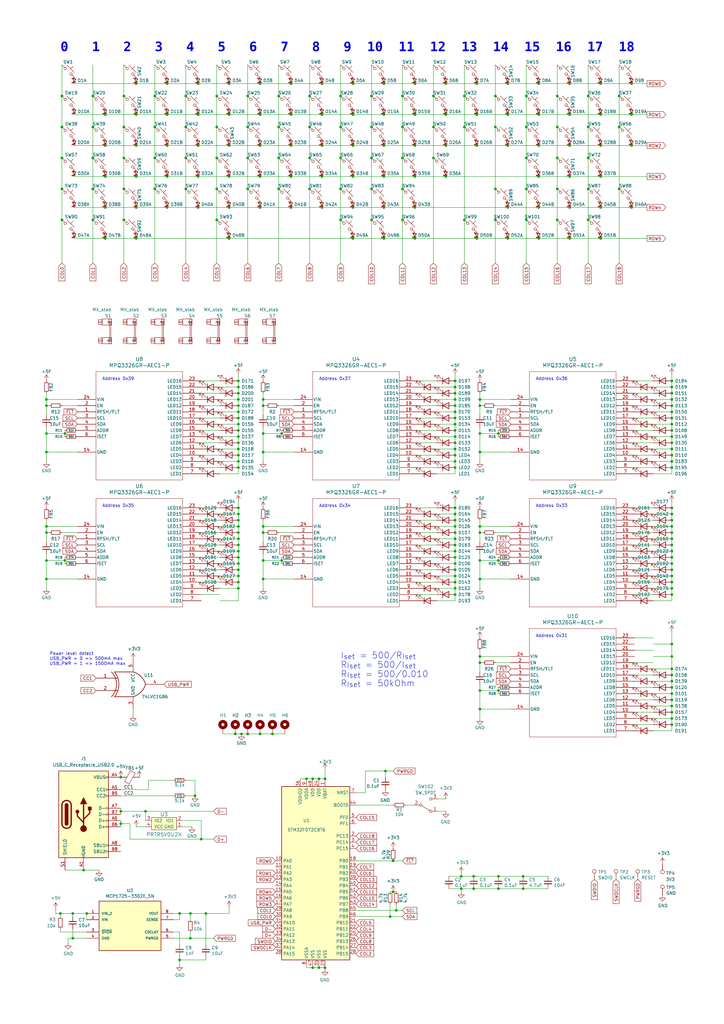
<source format=kicad_sch>
(kicad_sch (version 20250114) (generator "eeschema") (generator_version "9.0")
  (paper "A3" portrait)
  (text "R_{Iset} = 500/0.010\n" (at 139.7 278.13 0) (effects (font (size 2.54 2.54)) (justify left bottom)))
  (text "Address 0x39" (at 41.91 156.21 0) (effects (font (size 1.27 1.27)) (justify left bottom)))
  (text "Address 0x37" (at 130.81 156.21 0) (effects (font (size 1.27 1.27)) (justify left bottom)))
  (text "Power level detect\nUSB_PWR = 0 => 500mA max\nUSB_PWR = 1 => 1500mA max" (at 20.32 273.05 0) (effects (font (size 1.27 1.27)) (justify left bottom)))
  (text "Address 0x36" (at 219.71 156.21 0) (effects (font (size 1.27 1.27)) (justify left bottom)))
  (text "Address 0x34" (at 130.81 208.28 0) (effects (font (size 1.27 1.27)) (justify left bottom)))
  (text "R_{Iset} = 500/I_{set}" (at 139.7 274.32 0) (effects (font (size 2.54 2.54)) (justify left bottom)))
  (text "I_{set} = 500/R_{Iset}" (at 139.7 270.51 0) (effects (font (size 2.54 2.54)) (justify left bottom)))
  (text "R_{Iset} = 50kOhm" (at 139.7 281.94 0) (effects (font (size 2.54 2.54)) (justify left bottom)))
  (text " 0   1   2   3   4   5   6   7   8   9  10  11  12  13  14  15  16  17  18" (at 21.59 22.86 0) (effects (font (size 3.83 3.83) (thickness 0.64) (bold yes)) (justify left bottom)))
  (text "Address 0x31" (at 219.71 261.62 0) (effects (font (size 1.27 1.27)) (justify left bottom)))
  (text "Address 0x35" (at 41.91 208.28 0) (effects (font (size 1.27 1.27)) (justify left bottom)))
  (text "Address 0x33" (at 219.71 208.28 0) (effects (font (size 1.27 1.27)) (justify left bottom)))
  (junction (at 97.79 163.83))
  (junction (at 275.59 161.29))
  (junction (at 195.58 34.29))
  (junction (at 275.59 171.45))
  (junction (at 186.69 243.84))
  (junction (at 68.58 72.39))
  (junction (at 186.69 191.77))
  (junction (at 215.9 64.77))
  (junction (at 233.68 46.99))
  (junction (at 182.88 72.39))
  (junction (at 38.1 90.17))
  (junction (at 241.3 90.17))
  (junction (at 220.98 85.09))
  (junction (at 19.05 166.37))
  (junction (at 275.59 223.52))
  (junction (at 84.455 374.65))
  (junction (at 144.78 85.09))
  (junction (at 208.28 59.69))
  (junction (at 204.47 177.8))
  (junction (at 275.59 168.91))
  (junction (at 254 52.07))
  (junction (at 275.59 215.9))
  (junction (at 25.4 77.47))
  (junction (at 186.69 181.61))
  (junction (at 35.56 374.65))
  (junction (at 195.58 97.79))
  (junction (at 220.98 59.69))
  (junction (at 275.59 284.48))
  (junction (at 157.48 72.39))
  (junction (at 204.47 283.21))
  (junction (at 186.69 215.9))
  (junction (at 196.85 218.44))
  (junction (at 190.5 90.17))
  (junction (at 233.68 34.29))
  (junction (at 81.28 59.69))
  (junction (at 139.7 90.17))
  (junction (at 165.1 90.17))
  (junction (at 50.8 77.47))
  (junction (at 107.95 185.42))
  (junction (at 186.69 163.83))
  (junction (at 49.53 337.82))
  (junction (at 165.1 64.77))
  (junction (at 203.2 77.47))
  (junction (at 233.68 97.79))
  (junction (at 144.78 46.99))
  (junction (at 97.79 173.99))
  (junction (at 162.56 373.38))
  (junction (at 88.9 52.07))
  (junction (at 170.18 72.39))
  (junction (at 76.2 52.07))
  (junction (at 194.31 364.49))
  (junction (at 246.38 59.69))
  (junction (at 76.2 77.47))
  (junction (at 19.05 215.9))
  (junction (at 152.4 77.47))
  (junction (at 170.18 46.99))
  (junction (at 97.79 210.82))
  (junction (at 73.66 393.7))
  (junction (at 208.28 34.29))
  (junction (at 25.4 52.07))
  (junction (at 228.6 52.07))
  (junction (at 144.78 59.69))
  (junction (at 246.38 72.39))
  (junction (at 50.8 52.07))
  (junction (at 233.68 72.39))
  (junction (at 186.69 213.36))
  (junction (at 43.18 72.39))
  (junction (at 186.69 186.69))
  (junction (at 97.79 231.14))
  (junction (at 115.57 229.87))
  (junction (at 194.31 359.41))
  (junction (at 88.9 90.17))
  (junction (at 186.69 208.28))
  (junction (at 275.59 264.16))
  (junction (at 196.85 283.21))
  (junction (at 165.1 52.07))
  (junction (at 97.79 233.68))
  (junction (at 186.69 238.76))
  (junction (at 275.59 226.06))
  (junction (at 97.79 215.9))
  (junction (at 34.29 356.87))
  (junction (at 275.59 218.44))
  (junction (at 101.6 77.47))
  (junction (at 68.58 59.69))
  (junction (at 97.79 223.52))
  (junction (at 55.88 97.79))
  (junction (at 132.08 34.29))
  (junction (at 43.18 85.09))
  (junction (at 49.53 318.77))
  (junction (at 107.95 166.37))
  (junction (at 152.4 90.17))
  (junction (at 81.28 34.29))
  (junction (at 132.08 85.09))
  (junction (at 97.79 218.44))
  (junction (at 59.69 332.74))
  (junction (at 25.4 90.17))
  (junction (at 63.5 77.47))
  (junction (at 107.95 163.83))
  (junction (at 186.69 184.15))
  (junction (at 97.79 176.53))
  (junction (at 259.08 46.99))
  (junction (at 158.115 316.23))
  (junction (at 196.85 166.37))
  (junction (at 93.98 85.09))
  (junction (at 275.59 181.61))
  (junction (at 97.79 238.76))
  (junction (at 241.3 64.77))
  (junction (at 161.29 353.06))
  (junction (at 165.1 77.47))
  (junction (at 208.28 97.79))
  (junction (at 275.59 289.56))
  (junction (at 97.79 189.23))
  (junction (at 186.69 166.37))
  (junction (at 107.95 229.87))
  (junction (at 246.38 34.29))
  (junction (at 43.18 46.99))
  (junction (at 246.38 46.99))
  (junction (at 144.78 34.29))
  (junction (at 128.27 319.405))
  (junction (at 275.59 269.24))
  (junction (at 139.7 64.77))
  (junction (at 157.48 59.69))
  (junction (at 241.3 52.07))
  (junction (at 196.85 271.78))
  (junction (at 189.23 364.49))
  (junction (at 127 52.07))
  (junction (at 275.59 191.77))
  (junction (at 128.27 396.875))
  (junction (at 119.38 72.39))
  (junction (at 275.59 297.18))
  (junction (at 55.88 59.69))
  (junction (at 254 39.37))
  (junction (at 275.59 166.37))
  (junction (at 152.4 52.07))
  (junction (at 106.68 85.09))
  (junction (at 186.69 218.44))
  (junction (at 275.59 228.6))
  (junction (at 130.81 396.875))
  (junction (at 97.79 241.3))
  (junction (at 186.69 176.53))
  (junction (at 107.95 218.44))
  (junction (at 246.38 97.79))
  (junction (at 157.48 46.99))
  (junction (at 132.08 72.39))
  (junction (at 228.6 64.77))
  (junction (at 275.59 243.84))
  (junction (at 196.85 229.87))
  (junction (at 25.4 64.77))
  (junction (at 160.02 375.92))
  (junction (at 43.18 59.69))
  (junction (at 119.38 46.99))
  (junction (at 19.05 218.44))
  (junction (at 208.28 46.99))
  (junction (at 106.68 34.29))
  (junction (at 119.38 34.29))
  (junction (at 170.18 85.09))
  (junction (at 101.6 52.07))
  (junction (at 275.59 294.64))
  (junction (at 165.1 39.37))
  (junction (at 55.88 46.99))
  (junction (at 96.52 300.99))
  (junction (at 25.4 39.37))
  (junction (at 99.06 300.99))
  (junction (at 246.38 85.09))
  (junction (at 63.5 52.07))
  (junction (at 82.55 344.17))
  (junction (at 50.8 64.77))
  (junction (at 196.85 177.8))
  (junction (at 101.6 64.77))
  (junction (at 97.79 226.06))
  (junction (at 228.6 77.47))
  (junction (at 63.5 64.77))
  (junction (at 97.79 166.37))
  (junction (at 97.79 208.28))
  (junction (at 220.98 97.79))
  (junction (at 186.69 233.68))
  (junction (at 275.59 241.3))
  (junction (at 186.69 241.3))
  (junction (at 144.78 97.79))
  (junction (at 93.98 72.39))
  (junction (at 19.05 229.87))
  (junction (at 24.765 374.65))
  (junction (at 107.95 177.8))
  (junction (at 144.78 72.39))
  (junction (at 97.79 220.98))
  (junction (at 195.58 59.69))
  (junction (at 78.105 374.65))
  (junction (at 107.95 237.49))
  (junction (at 97.79 191.77))
  (junction (at 186.69 168.91))
  (junction (at 196.85 163.83))
  (junction (at 186.69 173.99))
  (junction (at 63.5 39.37))
  (junction (at 254 77.47))
  (junction (at 97.79 186.69))
  (junction (at 130.81 319.405))
  (junction (at 186.69 231.14))
  (junction (at 228.6 90.17))
  (junction (at 177.8 52.07))
  (junction (at 55.88 72.39))
  (junction (at 97.79 228.6))
  (junction (at 259.08 34.29))
  (junction (at 259.08 85.09))
  (junction (at 132.08 46.99))
  (junction (at 97.79 161.29))
  (junction (at 38.1 39.37))
  (junction (at 275.59 163.83))
  (junction (at 275.59 210.82))
  (junction (at 88.9 77.47))
  (junction (at 186.69 158.75))
  (junction (at 106.68 300.99))
  (junction (at 97.79 171.45))
  (junction (at 190.5 52.07))
  (junction (at 127 64.77))
  (junction (at 170.18 59.69))
  (junction (at 220.98 72.39))
  (junction (at 196.85 237.49))
  (junction (at 275.59 208.28))
  (junction (at 106.68 46.99))
  (junction (at 170.18 34.29))
  (junction (at 114.3 77.47))
  (junction (at 275.59 292.1))
  (junction (at 220.98 34.29))
  (junction (at 275.59 281.94))
  (junction (at 275.59 220.98))
  (junction (at 177.8 64.77))
  (junction (at 19.05 237.49))
  (junction (at 50.8 90.17))
  (junction (at 133.35 396.875))
  (junction (at 93.98 46.99))
  (junction (at 114.3 64.77))
  (junction (at 97.79 168.91))
  (junction (at 106.68 72.39))
  (junction (at 186.69 223.52))
  (junction (at 275.59 176.53))
  (junction (at 152.4 39.37))
  (junction (at 97.79 184.15))
  (junction (at 55.88 34.29))
  (junction (at 119.38 85.09))
  (junction (at 157.48 34.29))
  (junction (at 119.38 59.69))
  (junction (at 97.79 236.22))
  (junction (at 19.05 177.8))
  (junction (at 241.3 39.37))
  (junction (at 111.76 300.99))
  (junction (at 275.59 274.32))
  (junction (at 97.79 179.07))
  (junction (at 68.58 34.29))
  (junction (at 204.47 364.49))
  (junction (at 275.59 236.22))
  (junction (at 203.2 52.07))
  (junction (at 275.59 238.76))
  (junction (at 139.7 77.47))
  (junction (at 233.68 85.09))
  (junction (at 241.3 77.47))
  (junction (at 88.9 64.77))
  (junction (at 76.2 39.37))
  (junction (at 68.58 46.99))
  (junction (at 196.85 290.83))
  (junction (at 259.08 59.69))
  (junction (at 125.73 319.405))
  (junction (at 182.88 59.69))
  (junction (at 275.59 156.21))
  (junction (at 203.2 39.37))
  (junction (at 190.5 39.37))
  (junction (at 186.69 226.06))
  (junction (at 97.79 156.21))
  (junction (at 93.98 59.69))
  (junction (at 186.69 220.98))
  (junction (at 186.69 179.07))
  (junction (at 38.1 77.47))
  (junction (at 29.845 384.81))
  (junction (at 177.8 39.37))
  (junction (at 186.69 156.21))
  (junction (at 38.1 64.77))
  (junction (at 127 77.47))
  (junction (at 196.85 269.24))
  (junction (at 275.59 158.75))
  (junction (at 215.9 90.17))
  (junction (at 275.59 186.69))
  (junction (at 106.68 59.69))
  (junction (at 157.48 85.09))
  (junction (at 101.6 300.99))
  (junction (at 50.8 39.37))
  (junction (at 204.47 359.41))
  (junction (at 215.9 52.07))
  (junction (at 26.67 177.8))
  (junction (at 93.98 34.29))
  (junction (at 107.95 215.9))
  (junction (at 73.66 374.65))
  (junction (at 214.63 364.49))
  (junction (at 196.85 215.9))
  (junction (at 186.69 228.6))
  (junction (at 80.01 326.39))
  (junction (at 29.845 374.65))
  (junction (at 204.47 229.87))
  (junction (at 220.98 46.99))
  (junction (at 101.6 39.37))
  (junction (at 186.69 236.22))
  (junction (at 275.59 179.07))
  (junction (at 275.59 231.14))
  (junction (at 214.63 359.41))
  (junction (at 203.2 90.17))
  (junction (at 68.58 85.09))
  (junction (at 55.88 85.09))
  (junction (at 43.18 97.79))
  (junction (at 157.48 97.79))
  (junction (at 186.69 189.23))
  (junction (at 97.79 213.36))
  (junction (at 161.29 365.76))
  (junction (at 215.9 39.37))
  (junction (at 196.85 185.42))
  (junction (at 115.57 177.8))
  (junction (at 26.67 229.87))
  (junction (at 170.18 97.79))
  (junction (at 275.59 276.86))
  (junction (at 275.59 233.68))
  (junction (at 186.69 161.29))
  (junction (at 76.2 64.77))
  (junction (at 132.08 59.69))
  (junction (at 88.9 39.37))
  (junction (at 81.28 85.09))
  (junction (at 78.105 384.81))
  (junction (at 233.68 59.69))
  (junction (at 186.69 171.45))
  (junction (at 49.53 332.74))
  (junction (at 182.88 34.29))
  (junction (at 97.79 181.61))
  (junction (at 186.69 210.82))
  (junction (at 127 39.37))
  (junction (at 97.79 158.75))
  (junction (at 114.3 52.07))
  (junction (at 81.28 72.39))
  (junction (at 182.88 46.99))
  (junction (at 208.28 85.09))
  (junction (at 275.59 279.4))
  (junction (at 275.59 173.99))
  (junction (at 189.23 359.41))
  (junction (at 275.59 184.15))
  (junction (at 215.9 77.47))
  (junction (at 19.05 163.83))
  (junction (at 19.05 185.42))
  (junction (at 275.59 189.23))
  (junction (at 228.6 39.37))
  (junction (at 195.58 46.99))
  (junction (at 275.59 287.02))
  (junction (at 133.35 319.405))
  (junction (at 139.7 39.37))
  (junction (at 38.1 52.07))
  (junction (at 152.4 64.77))
  (junction (at 114.3 39.37))
  (junction (at 81.28 46.99))
  (junction (at 139.7 52.07))
  (junction (at 275.59 213.36))
  (junction (at 93.98 97.79))
  (wire (pts (xy 128.27 320.04) (xy 128.27 319.405)))
  (wire (pts (xy 97.79 236.22) (xy 90.17 236.22)))
  (wire (pts (xy 43.18 97.79) (xy 55.88 97.79)))
  (wire (pts (xy 22.86 374.65) (xy 24.765 374.65)))
  (wire (pts (xy 195.58 46.99) (xy 208.28 46.99)))
  (wire (pts (xy 275.59 276.86) (xy 275.59 279.4)))
  (wire (pts (xy 186.69 184.15) (xy 179.07 184.15)))
  (wire (pts (xy 84.455 392.43) (xy 84.455 393.7)))
  (wire (pts (xy 186.69 186.69) (xy 186.69 189.23)))
  (wire (pts (xy 275.59 287.02) (xy 275.59 289.56)))
  (wire (pts (xy 101.6 39.37) (xy 101.6 52.07)))
  (wire (pts (xy 246.38 85.09) (xy 259.08 85.09)))
  (wire (pts (xy 24.765 382.27) (xy 24.765 381)))
  (wire (pts (xy 267.97 287.02) (xy 260.35 287.02)))
  (wire (pts (xy 179.07 173.99) (xy 186.69 173.99)))
  (wire (pts (xy 107.95 237.49) (xy 120.65 237.49)))
  (wire (pts (xy 275.59 279.4) (xy 275.59 281.94)))
  (wire (pts (xy 114.3 52.07) (xy 114.3 64.77)))
  (wire (pts (xy 82.55 228.6) (xy 90.17 228.6)))
  (wire (pts (xy 81.28 72.39) (xy 93.98 72.39)))
  (wire (pts (xy 19.05 215.9) (xy 31.75 215.9)))
  (wire (pts (xy 107.95 177.8) (xy 115.57 177.8)))
  (wire (pts (xy 267.97 289.56) (xy 275.59 289.56)))
  (wire (pts (xy 171.45 171.45) (xy 179.07 171.45)))
  (wire (pts (xy 177.8 64.77) (xy 177.8 107.95)))
  (wire (pts (xy 97.79 231.14) (xy 97.79 233.68)))
  (wire (pts (xy 107.95 166.37) (xy 107.95 170.18)))
  (wire (pts (xy 220.98 72.39) (xy 233.68 72.39)))
  (wire (pts (xy 130.81 319.405) (xy 128.27 319.405)))
  (wire (pts (xy 97.79 168.91) (xy 97.79 171.45)))
  (wire (pts (xy 30.48 72.39) (xy 43.18 72.39)))
  (wire (pts (xy 171.45 156.21) (xy 179.07 156.21)))
  (wire (pts (xy 204.47 283.21) (xy 204.47 284.48)))
  (wire (pts (xy 275.59 184.15) (xy 275.59 186.69)))
  (wire (pts (xy 195.58 97.79) (xy 208.28 97.79)))
  (wire (pts (xy 275.59 284.48) (xy 267.97 284.48)))
  (wire (pts (xy 228.6 77.47) (xy 228.6 90.17)))
  (wire (pts (xy 84.455 374.65) (xy 84.455 387.35)))
  (wire (pts (xy 275.59 259.08) (xy 275.59 264.16)))
  (wire (pts (xy 259.08 59.69) (xy 265.43 59.69)))
  (wire (pts (xy 93.98 97.79) (xy 144.78 97.79)))
  (wire (pts (xy 267.97 215.9) (xy 275.59 215.9)))
  (wire (pts (xy 125.73 396.875) (xy 128.27 396.875)))
  (wire (pts (xy 152.4 64.77) (xy 152.4 77.47)))
  (wire (pts (xy 127 52.07) (xy 127 64.77)))
  (wire (pts (xy 55.88 59.69) (xy 68.58 59.69)))
  (wire (pts (xy 30.48 46.99) (xy 43.18 46.99)))
  (wire (pts (xy 106.68 34.29) (xy 119.38 34.29)))
  (wire (pts (xy 162.56 370.84) (xy 162.56 373.38)))
  (wire (pts (xy 24.765 374.65) (xy 29.845 374.65)))
  (wire (pts (xy 157.48 72.39) (xy 170.18 72.39)))
  (wire (pts (xy 97.79 241.3) (xy 97.79 246.38)))
  (wire (pts (xy 186.69 153.67) (xy 186.69 156.21)))
  (wire (pts (xy 114.3 39.37) (xy 114.3 52.07)))
  (wire (pts (xy 196.85 163.83) (xy 209.55 163.83)))
  (wire (pts (xy 97.79 213.36) (xy 97.79 215.9)))
  (wire (pts (xy 76.2 320.04) (xy 80.01 320.04)))
  (wire (pts (xy 275.59 163.83) (xy 275.59 166.37)))
  (wire (pts (xy 246.38 34.29) (xy 259.08 34.29)))
  (wire (pts (xy 275.59 205.74) (xy 275.59 208.28)))
  (wire (pts (xy 97.79 205.74) (xy 97.79 208.28)))
  (wire (pts (xy 228.6 64.77) (xy 228.6 77.47)))
  (wire (pts (xy 179.07 238.76) (xy 171.45 238.76)))
  (wire (pts (xy 186.69 215.9) (xy 186.69 218.44)))
  (wire (pts (xy 19.05 163.83) (xy 31.75 163.83)))
  (wire (pts (xy 78.105 374.65) (xy 84.455 374.65)))
  (wire (pts (xy 186.69 173.99) (xy 186.69 176.53)))
  (wire (pts (xy 186.69 191.77) (xy 186.69 194.31)))
  (wire (pts (xy 97.79 220.98) (xy 97.79 223.52)))
  (wire (pts (xy 275.59 218.44) (xy 275.59 220.98)))
  (wire (pts (xy 97.79 158.75) (xy 97.79 161.29)))
  (wire (pts (xy 275.59 243.84) (xy 275.59 246.38)))
  (wire (pts (xy 68.58 85.09) (xy 81.28 85.09)))
  (wire (pts (xy 260.35 213.36) (xy 267.97 213.36)))
  (wire (pts (xy 71.12 384.81) (xy 78.105 384.81)))
  (wire (pts (xy 196.85 229.87) (xy 204.47 229.87)))
  (wire (pts (xy 97.79 236.22) (xy 97.79 238.76)))
  (wire (pts (xy 182.88 34.29) (xy 195.58 34.29)))
  (wire (pts (xy 90.17 210.82) (xy 97.79 210.82)))
  (wire (pts (xy 275.59 294.64) (xy 275.59 297.18)))
  (wire (pts (xy 196.85 269.24) (xy 196.85 271.78)))
  (wire (pts (xy 170.18 46.99) (xy 182.88 46.99)))
  (wire (pts (xy 27.94 384.81) (xy 29.845 384.81)))
  (wire (pts (xy 130.81 396.24) (xy 130.81 396.875)))
  (wire (pts (xy 152.4 39.37) (xy 152.4 52.07)))
  (wire (pts (xy 19.05 185.42) (xy 31.75 185.42)))
  (wire (pts (xy 63.5 39.37) (xy 63.5 52.07)))
  (wire (pts (xy 97.79 231.14) (xy 90.17 231.14)))
  (wire (pts (xy 101.6 52.07) (xy 101.6 64.77)))
  (wire (pts (xy 38.1 64.77) (xy 38.1 77.47)))
  (wire (pts (xy 78.105 377.19) (xy 78.105 374.65)))
  (wire (pts (xy 241.3 77.47) (xy 241.3 90.17)))
  (wire (pts (xy 157.48 85.09) (xy 170.18 85.09)))
  (wire (pts (xy 97.79 179.07) (xy 90.17 179.07)))
  (wire (pts (xy 203.2 218.44) (xy 209.55 218.44)))
  (wire (pts (xy 260.35 218.44) (xy 267.97 218.44)))
  (wire (pts (xy 267.97 297.18) (xy 260.35 297.18)))
  (wire (pts (xy 196.85 213.36) (xy 196.85 215.9)))
  (wire (pts (xy 241.3 52.07) (xy 241.3 64.77)))
  (wire (pts (xy 161.29 316.23) (xy 158.115 316.23)))
  (wire (pts (xy 182.88 46.99) (xy 195.58 46.99)))
  (wire (pts (xy 24.765 382.27) (xy 35.56 382.27)))
  (wire (pts (xy 171.45 228.6) (xy 179.07 228.6)))
  (wire (pts (xy 97.79 173.99) (xy 97.79 176.53)))
  (wire (pts (xy 106.68 85.09) (xy 119.38 85.09)))
  (wire (pts (xy 114.3 218.44) (xy 120.65 218.44)))
  (wire (pts (xy 186.69 161.29) (xy 186.69 163.83)))
  (wire (pts (xy 82.55 171.45) (xy 90.17 171.45)))
  (wire (pts (xy 190.5 39.37) (xy 190.5 52.07)))
  (wire (pts (xy 246.38 97.79) (xy 265.43 97.79)))
  (wire (pts (xy 165.1 373.38) (xy 162.56 373.38)))
  (wire (pts (xy 88.9 26.67) (xy 88.9 39.37)))
  (wire (pts (xy 107.95 166.37) (xy 109.22 166.37)))
  (wire (pts (xy 90.17 243.84) (xy 82.55 243.84)))
  (wire (pts (xy 179.07 191.77) (xy 171.45 191.77)))
  (wire (pts (xy 158.115 316.23) (xy 149.86 316.23)))
  (wire (pts (xy 254 52.07) (xy 254 77.47)))
  (wire (pts (xy 106.68 300.99) (xy 111.76 300.99)))
  (wire (pts (xy 97.79 228.6) (xy 97.79 231.14)))
  (wire (pts (xy 106.68 72.39) (xy 119.38 72.39)))
  (wire (pts (xy 267.97 210.82) (xy 275.59 210.82)))
  (wire (pts (xy 203.2 26.67) (xy 203.2 39.37)))
  (wire (pts (xy 128.27 396.24) (xy 128.27 396.875)))
  (wire (pts (xy 90.17 246.38) (xy 97.79 246.38)))
  (wire (pts (xy 196.85 241.3) (xy 196.85 237.49)))
  (wire (pts (xy 26.67 229.87) (xy 26.67 231.14)))
  (wire (pts (xy 19.05 175.26) (xy 19.05 177.8)))
  (wire (pts (xy 78.105 384.81) (xy 87.63 384.81)))
  (wire (pts (xy 162.56 373.38) (xy 146.05 373.38)))
  (wire (pts (xy 186.69 223.52) (xy 186.69 226.06)))
  (wire (pts (xy 27.94 386.715) (xy 27.94 384.81)))
  (wire (pts (xy 179.07 163.83) (xy 186.69 163.83)))
  (wire (pts (xy 144.78 59.69) (xy 157.48 59.69)))
  (wire (pts (xy 157.48 46.99) (xy 170.18 46.99)))
  (wire (pts (xy 267.97 181.61) (xy 260.35 181.61)))
  (wire (pts (xy 182.88 327.66) (xy 179.705 327.66)))
  (wire (pts (xy 186.69 176.53) (xy 186.69 179.07)))
  (wire (pts (xy 55.88 46.99) (xy 68.58 46.99)))
  (wire (pts (xy 275.59 228.6) (xy 275.59 231.14)))
  (wire (pts (xy 214.63 359.41) (xy 224.79 359.41)))
  (wire (pts (xy 78.105 382.27) (xy 78.105 384.81)))
  (wire (pts (xy 76.2 64.77) (xy 76.2 77.47)))
  (wire (pts (xy 186.69 158.75) (xy 186.69 161.29)))
  (wire (pts (xy 76.2 77.47) (xy 76.2 107.95)))
  (wire (pts (xy 157.48 59.69) (xy 170.18 59.69)))
  (wire (pts (xy 275.59 156.21) (xy 275.59 158.75)))
  (wire (pts (xy 196.85 227.33) (xy 196.85 229.87)))
  (wire (pts (xy 26.67 177.8) (xy 26.67 179.07)))
  (wire (pts (xy 74.93 339.09) (xy 78.74 339.09)))
  (wire (pts (xy 25.4 64.77) (xy 25.4 77.47)))
  (wire (pts (xy 196.85 266.7) (xy 196.85 269.24)))
  (wire (pts (xy 139.7 39.37) (xy 139.7 52.07)))
  (wire (pts (xy 119.38 34.29) (xy 132.08 34.29)))
  (wire (pts (xy 196.85 237.49) (xy 209.55 237.49)))
  (wire (pts (xy 260.35 176.53) (xy 267.97 176.53)))
  (wire (pts (xy 196.85 269.24) (xy 209.55 269.24)))
  (wire (pts (xy 196.85 283.21) (xy 204.47 283.21)))
  (wire (pts (xy 171.45 223.52) (xy 179.07 223.52)))
  (wire (pts (xy 19.05 227.33) (xy 19.05 229.87)))
  (wire (pts (xy 195.58 34.29) (xy 208.28 34.29)))
  (wire (pts (xy 186.69 226.06) (xy 186.69 228.6)))
  (wire (pts (xy 97.79 173.99) (xy 97.79 171.45)))
  (wire (pts (xy 162.56 365.76) (xy 161.29 365.76)))
  (wire (pts (xy 38.1 39.37) (xy 38.1 52.07)))
  (wire (pts (xy 182.88 59.69) (xy 195.58 59.69)))
  (wire (pts (xy 220.98 46.99) (xy 233.68 46.99)))
  (wire (pts (xy 161.29 330.2) (xy 146.05 330.2)))
  (wire (pts (xy 203.2 52.07) (xy 203.2 77.47)))
  (wire (pts (xy 107.95 218.44) (xy 107.95 222.25)))
  (wire (pts (xy 215.9 52.07) (xy 215.9 64.77)))
  (wire (pts (xy 275.59 236.22) (xy 275.59 238.76)))
  (wire (pts (xy 267.97 186.69) (xy 260.35 186.69)))
  (wire (pts (xy 203.2 90.17) (xy 203.2 107.95)))
  (wire (pts (xy 160.02 375.92) (xy 146.05 375.92)))
  (wire (pts (xy 93.98 72.39) (xy 106.68 72.39)))
  (wire (pts (xy 186.69 179.07) (xy 186.69 181.61)))
  (wire (pts (xy 275.59 210.82) (xy 275.59 213.36)))
  (wire (pts (xy 275.59 173.99) (xy 275.59 176.53)))
  (wire (pts (xy 63.5 26.67) (xy 63.5 39.37)))
  (wire (pts (xy 275.59 166.37) (xy 275.59 168.91)))
  (wire (pts (xy 107.95 185.42) (xy 107.95 177.8)))
  (wire (pts (xy 133.35 315.595) (xy 133.35 319.405)))
  (wire (pts (xy 275.59 292.1) (xy 275.59 294.64)))
  (wire (pts (xy 34.29 356.87) (xy 40.64 356.87)))
  (wire (pts (xy 186.69 168.91) (xy 186.69 171.45)))
  (wire (pts (xy 267.97 168.91) (xy 275.59 168.91)))
  (wire (pts (xy 133.35 319.405) (xy 130.81 319.405)))
  (wire (pts (xy 19.05 177.8) (xy 26.67 177.8)))
  (wire (pts (xy 275.59 161.29) (xy 275.59 163.83)))
  (wire (pts (xy 81.28 34.29) (xy 93.98 34.29)))
  (wire (pts (xy 246.38 46.99) (xy 259.08 46.99)))
  (wire (pts (xy 22.86 372.745) (xy 22.86 374.65)))
  (wire (pts (xy 114.3 166.37) (xy 120.65 166.37)))
  (wire (pts (xy 179.07 186.69) (xy 171.45 186.69)))
  (wire (pts (xy 275.59 191.77) (xy 275.59 194.31)))
  (wire (pts (xy 88.9 64.77) (xy 88.9 77.47)))
  (wire (pts (xy 186.69 205.74) (xy 186.69 208.28)))
  (wire (pts (xy 107.95 185.42) (xy 120.65 185.42)))
  (wire (pts (xy 275.59 284.48) (xy 275.59 287.02)))
  (wire (pts (xy 275.59 238.76) (xy 275.59 241.3)))
  (wire (pts (xy 260.35 271.78) (xy 267.97 271.78)))
  (wire (pts (xy 184.15 364.49) (xy 189.23 364.49)))
  (wire (pts (xy 63.5 64.77) (xy 63.5 77.47)))
  (wire (pts (xy 196.85 290.83) (xy 209.55 290.83)))
  (wire (pts (xy 25.4 218.44) (xy 31.75 218.44)))
  (wire (pts (xy 19.05 237.49) (xy 19.05 229.87)))
  (wire (pts (xy 30.48 85.09) (xy 43.18 85.09)))
  (wire (pts (xy 177.8 39.37) (xy 177.8 52.07)))
  (wire (pts (xy 107.95 229.87) (xy 115.57 229.87)))
  (wire (pts (xy 196.85 271.78) (xy 198.12 271.78)))
  (wire (pts (xy 97.79 233.68) (xy 97.79 236.22)))
  (wire (pts (xy 43.18 85.09) (xy 55.88 85.09)))
  (wire (pts (xy 97.79 168.91) (xy 97.79 166.37)))
  (wire (pts (xy 186.69 194.31) (xy 179.07 194.31)))
  (wire (pts (xy 97.79 163.83) (xy 97.79 166.37)))
  (wire (pts (xy 139.7 52.07) (xy 139.7 64.77)))
  (wire (pts (xy 196.85 166.37) (xy 196.85 170.18)))
  (wire (pts (xy 19.05 215.9) (xy 19.05 218.44)))
  (wire (pts (xy 186.69 208.28) (xy 186.69 210.82)))
  (wire (pts (xy 165.1 26.67) (xy 165.1 39.37)))
  (wire (pts (xy 93.98 85.09) (xy 106.68 85.09)))
  (wire (pts (xy 246.38 72.39) (xy 265.43 72.39)))
  (wire (pts (xy 196.85 215.9) (xy 196.85 218.44)))
  (wire (pts (xy 196.85 185.42) (xy 196.85 177.8)))
  (wire (pts (xy 260.35 171.45) (xy 267.97 171.45)))
  (wire (pts (xy 152.4 26.67) (xy 152.4 39.37)))
  (wire (pts (xy 204.47 228.6) (xy 204.47 229.87)))
  (wire (pts (xy 49.53 337.82) (xy 53.34 337.82)))
  (wire (pts (xy 38.1 52.07) (xy 38.1 64.77)))
  (wire (pts (xy 82.55 218.44) (xy 90.17 218.44)))
  (wire (pts (xy 241.3 90.17) (xy 241.3 107.95)))
  (wire (pts (xy 275.59 186.69) (xy 275.59 189.23)))
  (wire (pts (xy 82.55 156.21) (xy 90.17 156.21)))
  (wire (pts (xy 165.1 375.92) (xy 160.02 375.92)))
  (wire (pts (xy 267.97 243.84) (xy 260.35 243.84)))
  (wire (pts (xy 25.4 52.07) (xy 25.4 64.77)))
  (wire (pts (xy 97.79 184.15) (xy 97.79 181.61)))
  (wire (pts (xy 90.17 181.61) (xy 82.55 181.61)))
  (wire (pts (xy 90.17 238.76) (xy 82.55 238.76)))
  (wire (pts (xy 107.95 237.49) (xy 107.95 229.87)))
  (wire (pts (xy 215.9 39.37) (xy 215.9 52.07)))
  (wire (pts (xy 186.69 213.36) (xy 186.69 215.9)))
  (wire (pts (xy 170.18 72.39) (xy 182.88 72.39)))
  (wire (pts (xy 186.69 163.83) (xy 186.69 166.37)))
  (wire (pts (xy 25.4 26.67) (xy 25.4 39.37)))
  (wire (pts (xy 260.35 276.86) (xy 267.97 276.86)))
  (wire (pts (xy 254 26.67) (xy 254 39.37)))
  (wire (pts (xy 26.67 228.6) (xy 26.67 229.87)))
  (wire (pts (xy 275.59 281.94) (xy 275.59 284.48)))
  (wire (pts (xy 241.3 39.37) (xy 241.3 52.07)))
  (wire (pts (xy 97.79 161.29) (xy 97.79 163.83)))
  (wire (pts (xy 19.05 237.49) (xy 31.75 237.49)))
  (wire (pts (xy 76.2 52.07) (xy 76.2 64.77)))
  (wire (pts (xy 93.98 59.69) (xy 106.68 59.69)))
  (wire (pts (xy 97.79 191.77) (xy 97.79 189.23)))
  (wire (pts (xy 186.69 236.22) (xy 186.69 238.76)))
  (wire (pts (xy 203.2 166.37) (xy 209.55 166.37)))
  (wire (pts (xy 73.66 392.43) (xy 73.66 393.7)))
  (wire (pts (xy 275.59 246.38) (xy 267.97 246.38)))
  (wire (pts (xy 267.97 220.98) (xy 275.59 220.98)))
  (wire (pts (xy 179.07 226.06) (xy 186.69 226.06)))
  (wire (pts (xy 132.08 46.99) (xy 144.78 46.99)))
  (wire (pts (xy 139.7 26.67) (xy 139.7 39.37)))
  (wire (pts (xy 267.97 274.32) (xy 275.59 274.32)))
  (wire (pts (xy 97.79 194.31) (xy 90.17 194.31)))
  (wire (pts (xy 215.9 26.67) (xy 215.9 39.37)))
  (wire (pts (xy 76.2 26.67) (xy 76.2 39.37)))
  (wire (pts (xy 241.3 64.77) (xy 241.3 77.47)))
  (wire (pts (xy 186.69 218.44) (xy 186.69 220.98)))
  (wire (pts (xy 139.7 77.47) (xy 139.7 90.17)))
  (wire (pts (xy 119.38 85.09) (xy 132.08 85.09)))
  (wire (pts (xy 275.59 179.07) (xy 275.59 181.61)))
  (wire (pts (xy 220.98 59.69) (xy 233.68 59.69)))
  (wire (pts (xy 275.59 208.28) (xy 275.59 210.82)))
  (wire (pts (xy 260.35 166.37) (xy 267.97 166.37)))
  (wire (pts (xy 186.69 241.3) (xy 186.69 243.84)))
  (wire (pts (xy 73.66 393.7) (xy 73.66 395.605)))
  (wire (pts (xy 189.23 364.49) (xy 194.31 364.49)))
  (wire (pts (xy 204.47 364.49) (xy 214.63 364.49)))
  (wire (pts (xy 127 26.67) (xy 127 39.37)))
  (wire (pts (xy 68.58 34.29) (xy 81.28 34.29)))
  (wire (pts (xy 171.45 166.37) (xy 179.07 166.37)))
  (wire (pts (xy 139.7 64.77) (xy 139.7 77.47)))
  (wire (pts (xy 88.9 39.37) (xy 88.9 52.07)))
  (wire (pts (xy 88.9 77.47) (xy 88.9 90.17)))
  (wire (pts (xy 157.48 34.29) (xy 170.18 34.29)))
  (wire (pts (xy 152.4 90.17) (xy 152.4 107.95)))
  (wire (pts (xy 133.35 319.405) (xy 133.35 320.04)))
  (wire (pts (xy 25.4 90.17) (xy 25.4 107.95)))
  (wire (pts (xy 152.4 52.07) (xy 152.4 64.77)))
  (wire (pts (xy 125.73 396.24) (xy 125.73 396.875)))
  (wire (pts (xy 275.59 194.31) (xy 267.97 194.31)))
  (wire (pts (xy 196.85 237.49) (xy 196.85 229.87)))
  (wire (pts (xy 182.88 332.74) (xy 179.705 332.74)))
  (wire (pts (xy 259.08 85.09) (xy 265.43 85.09)))
  (wire (pts (xy 55.88 97.79) (xy 93.98 97.79)))
  (wire (pts (xy 189.23 365.76) (xy 189.23 364.49)))
  (wire (pts (xy 144.78 72.39) (xy 157.48 72.39)))
  (wire (pts (xy 171.45 161.29) (xy 179.07 161.29)))
  (wire (pts (xy 119.38 72.39) (xy 132.08 72.39)))
  (wire (pts (xy 73.66 374.65) (xy 78.105 374.65)))
  (wire (pts (xy 186.69 189.23) (xy 186.69 191.77)))
  (wire (pts (xy 208.28 46.99) (xy 220.98 46.99)))
  (wire (pts (xy 133.35 396.24) (xy 133.35 396.875)))
  (wire (pts (xy 275.59 241.3) (xy 267.97 241.3)))
  (wire (pts (xy 275.59 289.56) (xy 275.59 292.1)))
  (wire (pts (xy 204.47 229.87) (xy 204.47 231.14)))
  (wire (pts (xy 88.9 90.17) (xy 88.9 107.95)))
  (wire (pts (xy 165.1 90.17) (xy 165.1 107.95)))
  (wire (pts (xy 228.6 26.67) (xy 228.6 39.37)))
  (wire (pts (xy 196.85 185.42) (xy 209.55 185.42)))
  (wire (pts (xy 179.07 220.98) (xy 186.69 220.98)))
  (wire (pts (xy 43.18 46.99) (xy 55.88 46.99)))
  (wire (pts (xy 38.1 26.67) (xy 38.1 39.37)))
  (wire (pts (xy 97.79 238.76) (xy 97.79 241.3)))
  (wire (pts (xy 260.35 156.21) (xy 267.97 156.21)))
  (wire (pts (xy 196.85 161.29) (xy 196.85 163.83)))
  (wire (pts (xy 115.57 228.6) (xy 115.57 229.87)))
  (wire (pts (xy 115.57 176.53) (xy 115.57 177.8)))
  (wire (pts (xy 132.08 34.29) (xy 144.78 34.29)))
  (wire (pts (xy 82.55 166.37) (xy 90.17 166.37)))
  (wire (pts (xy 260.35 161.29) (xy 267.97 161.29)))
  (wire (pts (xy 130.81 320.04) (xy 130.81 319.405)))
  (wire (pts (xy 152.4 77.47) (xy 152.4 90.17)))
  (wire (pts (xy 107.95 215.9) (xy 120.65 215.9)))
  (wire (pts (xy 144.78 85.09) (xy 157.48 85.09)))
  (wire (pts (xy 215.9 90.17) (xy 215.9 107.95)))
  (wire (pts (xy 275.59 233.68) (xy 275.59 236.22)))
  (wire (pts (xy 30.48 59.69) (xy 43.18 59.69)))
  (wire (pts (xy 215.9 77.47) (xy 215.9 90.17)))
  (wire (pts (xy 96.52 300.99) (xy 99.06 300.99)))
  (wire (pts (xy 97.79 156.21) (xy 97.79 158.75)))
  (wire (pts (xy 127 39.37) (xy 127 52.07)))
  (wire (pts (xy 170.18 97.79) (xy 195.58 97.79)))
  (wire (pts (xy 19.05 163.83) (xy 19.05 166.37)))
  (wire (pts (xy 107.95 175.26) (xy 107.95 177.8)))
  (wire (pts (xy 97.79 223.52) (xy 97.79 226.06)))
  (wire (pts (xy 208.28 59.69) (xy 220.98 59.69)))
  (wire (pts (xy 203.2 271.78) (xy 209.55 271.78)))
  (wire (pts (xy 49.53 337.82) (xy 49.53 339.09)))
  (wire (pts (xy 203.2 77.47) (xy 203.2 90.17)))
  (wire (pts (xy 123.19 319.405) (xy 123.19 320.04)))
  (wire (pts (xy 186.69 220.98) (xy 186.69 223.52)))
  (wire (pts (xy 275.59 176.53) (xy 275.59 179.07)))
  (wire (pts (xy 259.08 46.99) (xy 265.43 46.99)))
  (wire (pts (xy 107.95 163.83) (xy 107.95 166.37)))
  (wire (pts (xy 97.79 215.9) (xy 97.79 218.44)))
  (wire (pts (xy 82.55 213.36) (xy 90.17 213.36)))
  (wire (pts (xy 171.45 176.53) (xy 179.07 176.53)))
  (wire (pts (xy 50.8 90.17) (xy 50.8 107.95)))
  (wire (pts (xy 233.68 34.29) (xy 246.38 34.29)))
  (wire (pts (xy 93.98 34.29) (xy 106.68 34.29)))
  (wire (pts (xy 186.69 233.68) (xy 186.69 236.22)))
  (wire (pts (xy 179.07 215.9) (xy 186.69 215.9)))
  (wire (pts (xy 189.23 358.14) (xy 189.23 359.41)))
  (wire (pts (xy 233.68 46.99) (xy 246.38 46.99)))
  (wire (pts (xy 260.35 266.7) (xy 267.97 266.7)))
  (wire (pts (xy 49.53 332.74) (xy 59.69 332.74)))
  (wire (pts (xy 82.55 176.53) (xy 90.17 176.53)))
  (wire (pts (xy 49.53 332.74) (xy 49.53 331.47)))
  (wire (pts (xy 107.95 215.9) (xy 107.95 218.44)))
  (wire (pts (xy 260.35 261.62) (xy 267.97 261.62)))
  (wire (pts (xy 220.98 97.79) (xy 208.28 97.79)))
  (wire (pts (xy 254 39.37) (xy 254 52.07)))
  (wire (pts (xy 275.59 241.3) (xy 275.59 243.84)))
  (wire (pts (xy 53.34 344.17) (xy 82.55 344.17)))
  (wire (pts (xy 71.12 382.27) (xy 73.66 382.27)))
  (wire (pts (xy 107.95 213.36) (xy 107.95 215.9)))
  (wire (pts (xy 190.5 26.67) (xy 190.5 39.37)))
  (wire (pts (xy 179.07 243.84) (xy 171.45 243.84)))
  (wire (pts (xy 53.34 344.17) (xy 53.34 337.82)))
  (wire (pts (xy 25.4 39.37) (xy 25.4 52.07)))
  (wire (pts (xy 260.35 208.28) (xy 267.97 208.28)))
  (wire (pts (xy 196.85 166.37) (xy 198.12 166.37)))
  (wire (pts (xy 190.5 90.17) (xy 190.5 107.95)))
  (wire (pts (xy 233.68 72.39) (xy 246.38 72.39)))
  (wire (pts (xy 165.1 39.37) (xy 165.1 52.07)))
  (wire (pts (xy 107.95 241.3) (xy 107.95 237.49)))
  (wire (pts (xy 82.55 223.52) (xy 90.17 223.52)))
  (wire (pts (xy 60.96 323.85) (xy 49.53 323.85)))
  (wire (pts (xy 97.79 176.53) (xy 97.79 179.07)))
  (wire (pts (xy 165.1 353.06) (xy 161.29 353.06)))
  (wire (pts (xy 130.81 396.875) (xy 133.35 396.875)))
  (wire (pts (xy 233.68 97.79) (xy 246.38 97.79)))
  (wire (pts (xy 170.18 85.09) (xy 208.28 85.09)))
  (wire (pts (xy 127 77.47) (xy 127 107.95)))
  (wire (pts (xy 81.28 85.09) (xy 93.98 85.09)))
  (wire (pts (xy 186.69 231.14) (xy 186.69 233.68)))
  (wire (pts (xy 68.58 72.39) (xy 81.28 72.39)))
  (wire (pts (xy 99.06 300.99) (xy 101.6 300.99)))
  (wire (pts (xy 73.66 382.27) (xy 73.66 387.35)))
  (wire (pts (xy 204.47 177.8) (xy 204.47 179.07)))
  (wire (pts (xy 60.96 323.85) (xy 60.96 320.04)))
  (wire (pts (xy 68.58 46.99) (xy 81.28 46.99)))
  (wire (pts (xy 101.6 300.99) (xy 106.68 300.99)))
  (wire (pts (xy 275.59 297.18) (xy 275.59 299.72)))
  (wire (pts (xy 267.97 279.4) (xy 275.59 279.4)))
  (wire (pts (xy 133.35 397.51) (xy 133.35 396.875)))
  (wire (pts (xy 204.47 359.41) (xy 194.31 359.41)))
  (wire (pts (xy 208.28 34.29) (xy 220.98 34.29)))
  (wire (pts (xy 196.85 215.9) (xy 209.55 215.9)))
  (wire (pts (xy 132.08 59.69) (xy 144.78 59.69)))
  (wire (pts (xy 186.69 246.38) (xy 179.07 246.38)))
  (wire (pts (xy 208.28 85.09) (xy 220.98 85.09)))
  (wire (pts (xy 29.845 384.81) (xy 29.845 381)))
  (wire (pts (xy 196.85 280.67) (xy 196.85 283.21)))
  (wire (pts (xy 179.07 233.68) (xy 171.45 233.68)))
  (wire (pts (xy 204.47 176.53) (xy 204.47 177.8)))
  (wire (pts (xy 90.17 220.98) (xy 97.79 220.98)))
  (wire (pts (xy 275.59 213.36) (xy 275.59 215.9)))
  (wire (pts (xy 204.47 281.94) (xy 204.47 283.21)))
  (wire (pts (xy 241.3 26.67) (xy 241.3 39.37)))
  (wire (pts (xy 90.17 186.69) (xy 82.55 186.69)))
  (wire (pts (xy 260.35 281.94) (xy 267.97 281.94)))
  (wire (pts (xy 275.59 269.24) (xy 275.59 274.32)))
  (wire (pts (xy 186.69 241.3) (xy 179.07 241.3)))
  (wire (pts (xy 63.5 77.47) (xy 63.5 107.95)))
  (wire (pts (xy 101.6 26.67) (xy 101.6 39.37)))
  (wire (pts (xy 179.07 168.91) (xy 186.69 168.91)))
  (wire (pts (xy 177.8 52.07) (xy 177.8 64.77)))
  (wire (pts (xy 196.85 189.23) (xy 196.85 185.42)))
  (wire (pts (xy 25.4 166.37) (xy 31.75 166.37)))
  (wire (pts (xy 97.79 189.23) (xy 90.17 189.23)))
  (wire (pts (xy 184.15 359.41) (xy 189.23 359.41)))
  (wire (pts (xy 144.78 97.79) (xy 157.48 97.79)))
  (wire (pts (xy 54.61 290.83) (xy 54.61 293.37)))
  (wire (pts (xy 215.9 64.77) (xy 215.9 77.47)))
  (wire (pts (xy 203.2 39.37) (xy 203.2 52.07)))
  (wire (pts (xy 59.69 332.74) (xy 87.63 332.74)))
  (wire (pts (xy 260.35 228.6) (xy 267.97 228.6)))
  (wire (pts (xy 115.57 229.87) (xy 115.57 231.14)))
  (wire (pts (xy 186.69 179.07) (xy 179.07 179.07)))
  (wire (pts (xy 111.76 300.99) (xy 116.84 300.99)))
  (wire (pts (xy 19.05 189.23) (xy 19.05 185.42)))
  (wire (pts (xy 107.95 189.23) (xy 107.95 185.42)))
  (wire (pts (xy 90.17 215.9) (xy 97.79 215.9)))
  (wire (pts (xy 107.95 161.29) (xy 107.95 163.83)))
  (wire (pts (xy 63.5 52.07) (xy 63.5 64.77)))
  (wire (pts (xy 186.69 156.21) (xy 186.69 158.75)))
  (wire (pts (xy 71.12 374.65) (xy 73.66 374.65)))
  (wire (pts (xy 107.95 218.44) (xy 109.22 218.44)))
  (wire (pts (xy 275.59 264.16) (xy 275.59 269.24)))
  (wire (pts (xy 186.69 166.37) (xy 186.69 168.91)))
  (wire (pts (xy 166.37 330.2) (xy 169.545 330.2)))
  (wire (pts (xy 171.45 213.36) (xy 179.07 213.36)))
  (wire (pts (xy 186.69 171.45) (xy 186.69 173.99)))
  (wire (pts (xy 38.1 90.17) (xy 38.1 107.95)))
  (wire (pts (xy 275.59 215.9) (xy 275.59 218.44)))
  (wire (pts (xy 90.17 168.91) (xy 97.79 168.91)))
  (wire (pts (xy 90.17 233.68) (xy 82.55 233.68)))
  (wire (pts (xy 90.17 226.06) (xy 97.79 226.06)))
  (wire (pts (xy 60.96 320.04) (xy 71.12 320.04)))
  (wire (pts (xy 179.07 158.75) (xy 186.69 158.75)))
  (wire (pts (xy 196.85 218.44) (xy 196.85 222.25)))
  (wire (pts (xy 204.47 359.41) (xy 214.63 359.41)))
  (wire (pts (xy 107.95 227.33) (xy 107.95 229.87)))
  (wire (pts (xy 49.53 326.39) (xy 71.12 326.39)))
  (wire (pts (xy 171.45 208.28) (xy 179.07 208.28)))
  (wire (pts (xy 186.69 210.82) (xy 186.69 213.36)))
  (wire (pts (xy 106.68 59.69) (xy 119.38 59.69)))
  (wire (pts (xy 50.8 64.77) (xy 50.8 77.47)))
  (wire (pts (xy 275.59 168.91) (xy 275.59 171.45)))
  (wire (pts (xy 128.27 396.875) (xy 130.81 396.875)))
  (wire (pts (xy 80.01 320.04) (xy 80.01 326.39)))
  (wire (pts (xy 144.78 46.99) (xy 157.48 46.99)))
  (wire (pts (xy 189.23 359.41) (xy 194.31 359.41)))
  (wire (pts (xy 220.98 85.09) (xy 233.68 85.09)))
  (wire (pts (xy 275.59 179.07) (xy 267.97 179.07)))
  (wire (pts (xy 97.79 179.07) (xy 97.79 181.61)))
  (wire (pts (xy 50.8 52.07) (xy 50.8 64.77)))
  (wire (pts (xy 82.55 208.28) (xy 90.17 208.28)))
  (wire (pts (xy 228.6 39.37) (xy 228.6 52.07)))
  (wire (pts (xy 101.6 77.47) (xy 101.6 107.95)))
  (wire (pts (xy 90.17 163.83) (xy 97.79 163.83)))
  (wire (pts (xy 30.48 97.79) (xy 43.18 97.79)))
  (wire (pts (xy 186.69 236.22) (xy 179.07 236.22)))
  (wire (pts (xy 186.69 184.15) (xy 186.69 186.69)))
  (wire (pts (xy 76.2 39.37) (xy 76.2 52.07)))
  (wire (pts (xy 82.55 161.29) (xy 90.17 161.29)))
  (wire (pts (xy 144.78 34.29) (xy 157.48 34.29)))
  (wire (pts (xy 186.69 231.14) (xy 179.07 231.14)))
  (wire (pts (xy 55.88 339.09) (xy 59.69 339.09)))
  (wire (pts (xy 125.73 320.04) (xy 125.73 319.405)))
  (wire (pts (xy 97.79 241.3) (xy 90.17 241.3)))
  (wire (pts (xy 50.8 26.67) (xy 50.8 39.37)))
  (wire (pts (xy 55.88 34.29) (xy 68.58 34.29)))
  (wire (pts (xy 19.05 166.37) (xy 19.05 170.18)))
  (wire (pts (xy 26.67 176.53) (xy 26.67 177.8)))
  (wire (pts (xy 132.08 85.09) (xy 144.78 85.09)))
  (wire (pts (xy 19.05 161.29) (xy 19.05 163.83)))
  (wire (pts (xy 97.79 184.15) (xy 90.17 184.15)))
  (wire (pts (xy 186.69 243.84) (xy 186.69 246.38)))
  (wire (pts (xy 259.08 34.29) (xy 265.43 34.29)))
  (wire (pts (xy 275.59 153.67) (xy 275.59 156.21)))
  (wire (pts (xy 165.1 64.77) (xy 165.1 77.47)))
  (wire (pts (xy 139.7 90.17) (xy 139.7 107.95)))
  (wire (pts (xy 119.38 59.69) (xy 132.08 59.69)))
  (wire (pts (xy 267.97 173.99) (xy 275.59 173.99)))
  (wire (pts (xy 214.63 364.49) (xy 224.79 364.49)))
  (wire (pts (xy 49.53 332.74) (xy 49.53 334.01)))
  (wire (pts (xy 119.38 46.99) (xy 132.08 46.99)))
  (wire (pts (xy 73.66 393.7) (xy 84.455 393.7)))
  (wire (pts (xy 246.38 59.69) (xy 259.08 59.69)))
  (wire (pts (xy 220.98 34.29) (xy 233.68 34.29)))
  (wire (pts (xy 97.79 210.82) (xy 97.79 213.36)))
  (wire (pts (xy 196.85 218.44) (xy 198.12 218.44)))
  (wire (pts (xy 267.97 269.24) (xy 275.59 269.24)))
  (wire (pts (xy 275.59 181.61) (xy 275.59 184.15)))
  (wire (pts (xy 49.53 337.82) (xy 49.53 336.55)))
  (wire (pts (xy 195.58 59.69) (xy 208.28 59.69)))
  (wire (pts (xy 29.845 384.81) (xy 35.56 384.81)))
  (wire (pts (xy 128.27 319.405) (xy 125.73 319.405)))
  (wire (pts (xy 132.08 72.39) (xy 144.78 72.39)))
  (wire (pts (xy 91.44 300.99) (xy 96.52 300.99)))
  (wire (pts (xy 171.45 218.44) (xy 179.07 218.44)))
  (wire (pts (xy 165.1 52.07) (xy 165.1 64.77)))
  (wire (pts (xy 165.1 77.47) (xy 165.1 90.17)))
  (wire (pts (xy 125.73 319.405) (xy 123.19 319.405)))
  (wire (pts (xy 97.79 208.28) (xy 97.79 210.82)))
  (wire (pts (xy 73.66 377.19) (xy 71.12 377.19)))
  (wire (pts (xy 90.17 191.77) (xy 82.55 191.77)))
  (wire (pts (xy 196.85 294.64) (xy 196.85 290.83)))
  (wire (pts (xy 275.59 189.23) (xy 275.59 191.77)))
  (wire (pts (xy 267.97 233.68) (xy 260.35 233.68)))
  (wire (pts (xy 267.97 163.83) (xy 275.59 163.83)))
  (wire (pts (xy 81.28 46.99) (xy 93.98 46.99)))
  (wire (pts (xy 30.48 34.29) (xy 55.88 34.29)))
  (wire (pts (xy 19.05 166.37) (xy 20.32 166.37)))
  (wire (pts (xy 194.31 364.49) (xy 204.47 364.49)))
  (wire (pts (xy 149.86 325.12) (xy 149.86 316.23)))
  (wire (pts (xy 97.79 189.23) (xy 97.79 186.69)))
  (wire (pts (xy 275.59 184.15) (xy 267.97 184.15)))
  (wire (pts (xy 157.48 97.79) (xy 170.18 97.79)))
  (wire (pts (xy 97.79 226.06) (xy 97.79 228.6)))
  (wire (pts (xy 275.59 299.72) (xy 267.97 299.72)))
  (wire (pts (xy 275.59 226.06) (xy 275.59 228.6)))
  (wire (pts (xy 275.59 274.32) (xy 275.59 276.86)))
  (wire (pts (xy 220.98 97.79) (xy 233.68 97.79)))
  (wire (pts (xy 19.05 218.44) (xy 19.05 222.25)))
  (wire (pts (xy 82.55 336.55) (xy 82.55 344.17)))
  (wire (pts (xy 267.97 191.77) (xy 260.35 191.77)))
  (wire (pts (xy 59.69 332.74) (xy 59.69 336.55)))
  (wire (pts (xy 50.8 39.37) (xy 50.8 52.07)))
  (wire (pts (xy 196.85 163.83) (xy 196.85 166.37)))
  (wire (pts (xy 82.55 344.17) (xy 87.63 344.17)))
  (wire (pts (xy 275.59 171.45) (xy 275.59 173.99)))
  (wire (pts (xy 80.01 326.39) (xy 76.2 326.39)))
  (wire (pts (xy 88.9 52.07) (xy 88.9 64.77)))
  (wire (pts (xy 275.59 223.52) (xy 275.59 226.06)))
  (wire (pts (xy 50.8 77.47) (xy 50.8 90.17)))
  (wire (pts (xy 267.97 238.76) (xy 260.35 238.76)))
  (wire (pts (xy 161.29 365.76) (xy 160.02 365.76)))
  (wire (pts (xy 275.59 231.14) (xy 275.59 233.68)))
  (wire (pts (xy 170.18 59.69) (xy 182.88 59.69)))
  (wire (pts (xy 186.69 228.6) (xy 186.69 231.14)))
  (wire (pts (xy 233.68 59.69) (xy 246.38 59.69)))
  (wire (pts (xy 73.66 377.19) (xy 73.66 374.65)))
  (wire (pts (xy 177.8 26.67) (xy 177.8 39.37)))
  (wire (pts (xy 43.18 72.39) (xy 55.88 72.39)))
  (wire (pts (xy 93.98 46.99) (xy 106.68 46.99)))
  (wire (pts (xy 68.58 59.69) (xy 81.28 59.69)))
  (wire (pts (xy 38.1 77.47) (xy 38.1 90.17)))
  (wire (pts (xy 196.85 271.78) (xy 196.85 275.59)))
  (wire (pts (xy 43.18 59.69) (xy 55.88 59.69)))
  (wire (pts (xy 24.765 375.92) (xy 24.765 374.65)))
  (wire (pts (xy 196.85 175.26) (xy 196.85 177.8)))
  (wire (pts (xy 228.6 90.17) (xy 228.6 107.95)))
  (wire (pts (xy 186.69 189.23) (xy 179.07 189.23)))
  (wire (pts (xy 106.68 46.99) (xy 119.38 46.99)))
  (wire (pts (xy 29.845 375.92) (xy 29.845 374.65)))
  (wire (pts (xy 19.05 241.3) (xy 19.05 237.49)))
  (wire (pts (xy 19.05 213.36) (xy 19.05 215.9)))
  (wire (pts (xy 186.69 181.61) (xy 186.69 184.15)))
  (wire (pts (xy 275.59 236.22) (xy 267.97 236.22)))
  (wire (pts (xy 55.88 72.39) (xy 68.58 72.39)))
  (wire (pts (xy 97.79 186.69) (xy 97.79 184.15)))
  (wire (pts (xy 260.35 223.52) (xy 267.97 223.52)))
  (wire (pts (xy 275.59 220.98) (xy 275.59 223.52)))
  (wire (pts (xy 267.97 226.06) (xy 275.59 226.06)))
  (wire (pts (xy 267.97 158.75) (xy 275.59 158.75)))
  (wire (pts (xy 146.05 353.06) (xy 161.29 353.06)))
  (wire (pts (xy 26.67 356.87) (xy 34.29 356.87)))
  (wire (pts (xy 107.95 163.83) (xy 120.65 163.83)))
  (wire (pts (xy 115.57 177.8) (xy 115.57 179.07)))
  (wire (pts (xy 74.93 336.55) (xy 82.55 336.55)))
  (wire (pts (xy 182.88 72.39) (xy 220.98 72.39)))
  (wire (pts (xy 186.69 238.76) (xy 186.69 241.3)))
  (wire (pts (xy 55.88 85.09) (xy 68.58 85.09)))
  (wire (pts (xy 97.79 153.67) (xy 97.79 156.21)))
  (wire (pts (xy 254 77.47) (xy 254 107.95)))
  (wire (pts (xy 97.79 218.44) (xy 97.79 220.98)))
  (wire (pts (xy 114.3 77.47) (xy 114.3 107.95)))
  (wire (pts (xy 101.6 64.77) (xy 101.6 77.47)))
  (wire (pts (xy 275.59 231.14) (xy 267.97 231.14)))
  (wire (pts (xy 190.5 52.07) (xy 190.5 90.17)))
  (wire (pts (xy 81.28 59.69) (xy 93.98 59.69)))
  (wire (pts (xy 275.59 189.23) (xy 267.97 189.23)))
  (wire (pts (xy 19.05 218.44) (xy 20.32 218.44)))
  (wire (pts (xy 179.07 181.61) (xy 171.45 181.61)))
  (wire (pts (xy 114.3 26.67) (xy 114.3 39.37)))
  (wire (pts (xy 29.845 374.65) (xy 35.56 374.65)))
  (wire (pts (xy 267.97 292.1) (xy 260.35 292.1)))
  (wire (pts (xy 228.6 52.07) (xy 228.6 64.77)))
  (wire (pts (xy 35.56 377.19) (xy 35.56 374.65)))
  (wire (pts (xy 170.18 34.29) (xy 182.88 34.29)))
  (wire (pts (xy 275.59 158.75) (xy 275.59 161.29)))
  (wire (pts (xy 233.68 85.09) (xy 246.38 85.09)))
  (wire (pts (xy 19.05 229.87) (xy 26.67 229.87)))
  (wire (pts (xy 196.85 177.8) (xy 204.47 177.8)))
  (wire (pts (xy 84.455 374.65) (xy 93.98 374.65)))
  (wire (pts (xy 275.59 294.64) (xy 267.97 294.64)))
  (wire (pts (xy 158.115 318.77) (xy 158.115 316.23)))
  (wire (pts (xy 19.05 185.42) (xy 19.05 177.8)))
  (wire (pts (xy 93.98 374.65) (xy 93.98 372.11)))
  (wire (pts (xy 267.97 264.16) (xy 275.59 264.16)))
  (wire (pts (xy 160.02 370.84) (xy 160.02 375.92)))
  (wire (pts (xy 179.07 210.82) (xy 186.69 210.82)))
  (wire (pts (xy 25.4 77.47) (xy 25.4 90.17)))
  (wire (pts (xy 196.85 290.83) (xy 196.85 283.21)))
  (wire (pts (xy 90.17 158.75) (xy 97.79 158.75)))
  (wire (pts (xy 90.17 173.99) (xy 97.79 173.99)))
  (wire (pts (xy 127 64.77) (xy 127 77.47)))
  (wire (pts (xy 97.79 194.31) (xy 97.79 191.77)))
  (wire (pts (xy 149.86 325.12) (xy 146.05 325.12)))
  (wire (pts (xy 114.3 64.77) (xy 114.3 77.47)))
  (label "CC1" (at 50.8 323.85 0))
  (label "CC2" (at 50.8 326.39 0))
  (global_label "PWRGD" (shape input) (at 161.29 316.23 0) (property "Intersheetrefs" "${INTERSHEET_REFS}" (effects (hide yes))))
  (global_label "COL17" (shape input) (at 241.3 107.95 270) (property "Intersheetrefs" "${INTERSHEET_REFS}" (effects (hide yes))))
  (global_label "COL9" (shape input) (at 146.05 383.54 0) (property "Intersheetrefs" "${INTERSHEET_REFS}" (effects (hide yes))))
  (global_label "COL1" (shape input) (at 38.1 107.95 270) (property "Intersheetrefs" "${INTERSHEET_REFS}" (effects (hide yes))))
  (global_label "SDA" (shape input) (at 165.1 375.92 0) (property "Intersheetrefs" "${INTERSHEET_REFS}" (effects (hide yes))))
  (global_label "COL15" (shape input) (at 146.05 335.28 0) (property "Intersheetrefs" "${INTERSHEET_REFS}" (effects (hide yes))))
  (global_label "COL11" (shape input) (at 146.05 365.76 0) (property "Intersheetrefs" "${INTERSHEET_REFS}" (effects (hide yes))))
  (global_label "COL10" (shape input) (at 146.05 368.3 0) (property "Intersheetrefs" "${INTERSHEET_REFS}" (effects (hide yes))))
  (global_label "COL3" (shape input) (at 63.5 107.95 270) (property "Intersheetrefs" "${INTERSHEET_REFS}" (effects (hide yes))))
  (global_label "COL14" (shape input) (at 203.2 107.95 270) (property "Intersheetrefs" "${INTERSHEET_REFS}" (effects (hide yes))))
  (global_label "COL13" (shape input) (at 190.5 107.95 270) (property "Intersheetrefs" "${INTERSHEET_REFS}" (effects (hide yes))))
  (global_label "~{FLT}" (shape input) (at 31.75 220.98 180) (property "Intersheetrefs" "${INTERSHEET_REFS}" (effects (hide yes))))
  (global_label "ROW5" (shape input) (at 113.03 368.3 180) (property "Intersheetrefs" "${INTERSHEET_REFS}" (effects (hide yes))))
  (global_label "COL14" (shape input) (at 146.05 370.84 0) (property "Intersheetrefs" "${INTERSHEET_REFS}" (effects (hide yes))))
  (global_label "SDA" (shape input) (at 209.55 279.4 180) (property "Intersheetrefs" "${INTERSHEET_REFS}" (effects (hide yes))))
  (global_label "COL7" (shape input) (at 146.05 355.6 0) (property "Intersheetrefs" "${INTERSHEET_REFS}" (effects (hide yes))))
  (global_label "COL0" (shape input) (at 25.4 107.95 270) (property "Intersheetrefs" "${INTERSHEET_REFS}" (effects (hide yes))))
  (global_label "PWRGD" (shape input) (at 87.63 384.81 0) (property "Intersheetrefs" "${INTERSHEET_REFS}" (effects (hide yes))))
  (global_label "SWDIO" (shape input) (at 243.84 360.68 270) (property "Intersheetrefs" "${INTERSHEET_REFS}" (effects (hide yes))))
  (global_label "ROW0" (shape output) (at 265.43 34.29 0) (property "Intersheetrefs" "${INTERSHEET_REFS}" (effects (hide yes))))
  (global_label "SCL" (shape input) (at 165.1 373.38 0) (property "Intersheetrefs" "${INTERSHEET_REFS}" (effects (hide yes))))
  (global_label "COL6" (shape input) (at 146.05 358.14 0) (property "Intersheetrefs" "${INTERSHEET_REFS}" (effects (hide yes))))
  (global_label "SWDIO" (shape input) (at 113.03 386.08 180) (property "Intersheetrefs" "${INTERSHEET_REFS}" (effects (hide yes))))
  (global_label "SDA" (shape input) (at 209.55 173.99 180) (property "Intersheetrefs" "${INTERSHEET_REFS}" (effects (hide yes))))
  (global_label "~{FLT}" (shape input) (at 209.55 220.98 180) (property "Intersheetrefs" "${INTERSHEET_REFS}" (effects (hide yes))))
  (global_label "COL7" (shape input) (at 114.3 107.95 270) (property "Intersheetrefs" "${INTERSHEET_REFS}" (effects (hide yes))))
  (global_label "PWRGD" (shape input) (at 261.62 360.68 270) (property "Intersheetrefs" "${INTERSHEET_REFS}" (effects (hide yes))))
  (global_label "~{FLT}" (shape input) (at 165.1 353.06 0) (property "Intersheetrefs" "${INTERSHEET_REFS}" (effects (hide yes))))
  (global_label "D+" (shape input) (at 113.03 383.54 180) (property "Intersheetrefs" "${INTERSHEET_REFS}" (effects (hide yes))))
  (global_label "ROW4" (shape input) (at 113.03 365.76 180) (property "Intersheetrefs" "${INTERSHEET_REFS}" (effects (hide yes))))
  (global_label "COL4" (shape input) (at 146.05 381 0) (property "Intersheetrefs" "${INTERSHEET_REFS}" (effects (hide yes))))
  (global_label "COL16" (shape input) (at 228.6 107.95 270) (property "Intersheetrefs" "${INTERSHEET_REFS}" (effects (hide yes))))
  (global_label "COL8" (shape input) (at 127 107.95 270) (property "Intersheetrefs" "${INTERSHEET_REFS}" (effects (hide yes))))
  (global_label "COL1" (shape input) (at 113.03 373.38 180) (property "Intersheetrefs" "${INTERSHEET_REFS}" (effects (hide yes))))
  (global_label "COL15" (shape input) (at 215.9 107.95 270) (property "Intersheetrefs" "${INTERSHEET_REFS}" (effects (hide yes))))
  (global_label "COL17" (shape input) (at 146.05 345.44 0) (property "Intersheetrefs" "${INTERSHEET_REFS}" (effects (hide yes))))
  (global_label "SWDCLK" (shape input) (at 252.73 360.68 270) (property "Intersheetrefs" "${INTERSHEET_REFS}" (effects (hide yes))))
  (global_label "COL4" (shape input) (at 76.2 107.95 270) (property "Intersheetrefs" "${INTERSHEET_REFS}" (effects (hide yes))))
  (global_label "COL2" (shape input) (at 50.8 107.95 270) (property "Intersheetrefs" "${INTERSHEET_REFS}" (effects (hide yes))))
  (global_label "ROW2" (shape input) (at 113.03 360.68 180) (property "Intersheetrefs" "${INTERSHEET_REFS}" (effects (hide yes))))
  (global_label "SDA" (shape input) (at 209.55 226.06 180) (property "Intersheetrefs" "${INTERSHEET_REFS}" (effects (hide yes))))
  (global_label "SDA" (shape input) (at 31.75 226.06 180) (property "Intersheetrefs" "${INTERSHEET_REFS}" (effects (hide yes))))
  (global_label "~{FLT}" (shape input) (at 209.55 168.91 180) (property "Intersheetrefs" "${INTERSHEET_REFS}" (effects (hide yes))))
  (global_label "ROW0" (shape input) (at 113.03 353.06 180) (property "Intersheetrefs" "${INTERSHEET_REFS}" (effects (hide yes))))
  (global_label "COL12" (shape input) (at 177.8 107.95 270) (property "Intersheetrefs" "${INTERSHEET_REFS}" (effects (hide yes))))
  (global_label "COL5" (shape input) (at 88.9 107.95 270) (property "Intersheetrefs" "${INTERSHEET_REFS}" (effects (hide yes))))
  (global_label "COL12" (shape input) (at 146.05 363.22 0) (property "Intersheetrefs" "${INTERSHEET_REFS}" (effects (hide yes))))
  (global_label "ROW3" (shape input) (at 113.03 370.84 180) (property "Intersheetrefs" "${INTERSHEET_REFS}" (effects (hide yes))))
  (global_label "ROW1" (shape output) (at 265.43 46.99 0) (property "Intersheetrefs" "${INTERSHEET_REFS}" (effects (hide yes))))
  (global_label "COL8" (shape input) (at 146.05 386.08 0) (property "Intersheetrefs" "${INTERSHEET_REFS}" (effects (hide yes))))
  (global_label "SCL" (shape input) (at 209.55 223.52 180) (property "Intersheetrefs" "${INTERSHEET_REFS}" (effects (hide yes))))
  (global_label "COL3" (shape input) (at 146.05 388.62 0) (property "Intersheetrefs" "${INTERSHEET_REFS}" (effects (hide yes))))
  (global_label "CC1" (shape input) (at 39.37 278.13 180) (property "Intersheetrefs" "${INTERSHEET_REFS}" (effects (hide yes))))
  (global_label "COL18" (shape input) (at 254 107.95 270) (property "Intersheetrefs" "${INTERSHEET_REFS}" (effects (hide yes))))
  (global_label "~{FLT}" (shape input) (at 120.65 220.98 180) (property "Intersheetrefs" "${INTERSHEET_REFS}" (effects (hide yes))))
  (global_label "SDA" (shape input) (at 120.65 226.06 180) (property "Intersheetrefs" "${INTERSHEET_REFS}" (effects (hide yes))))
  (global_label "SCL" (shape input) (at 209.55 276.86 180) (property "Intersheetrefs" "${INTERSHEET_REFS}" (effects (hide yes))))
  (global_label "SDA" (shape input) (at 31.75 173.99 180) (property "Intersheetrefs" "${INTERSHEET_REFS}" (effects (hide yes))))
  (global_label "COL10" (shape input) (at 152.4 107.95 270) (property "Intersheetrefs" "${INTERSHEET_REFS}" (effects (hide yes))))
  (global_label "COL5" (shape input) (at 146.05 378.46 0) (property "Intersheetrefs" "${INTERSHEET_REFS}" (effects (hide yes))))
  (global_label "ROW3" (shape output) (at 265.43 72.39 0) (property "Intersheetrefs" "${INTERSHEET_REFS}" (effects (hide yes))))
  (global_label "SDA" (shape input) (at 120.65 173.99 180) (property "Intersheetrefs" "${INTERSHEET_REFS}" (effects (hide yes))))
  (global_label "ROW5" (shape output) (at 265.43 97.79 0) (property "Intersheetrefs" "${INTERSHEET_REFS}" (effects (hide yes))))
  (global_label "~{FLT}" (shape input) (at 120.65 168.91 180) (property "Intersheetrefs" "${INTERSHEET_REFS}" (effects (hide yes))))
  (global_label "~{FLT}" (shape input) (at 31.75 168.91 180) (property "Intersheetrefs" "${INTERSHEET_REFS}" (effects (hide yes))))
  (global_label "SCL" (shape input) (at 209.55 171.45 180) (property "Intersheetrefs" "${INTERSHEET_REFS}" (effects (hide yes))))
  (global_label "SWDCLK" (shape input) (at 113.03 388.62 180) (property "Intersheetrefs" "${INTERSHEET_REFS}" (effects (hide yes))))
  (global_label "ROW1" (shape input) (at 113.03 358.14 180) (property "Intersheetrefs" "${INTERSHEET_REFS}" (effects (hide yes))))
  (global_label "COL6" (shape input) (at 101.6 107.95 270) (property "Intersheetrefs" "${INTERSHEET_REFS}" (effects (hide yes))))
  (global_label "COL11" (shape input) (at 165.1 107.95 270) (property "Intersheetrefs" "${INTERSHEET_REFS}" (effects (hide yes))))
  (global_label "~{FLT}" (shape input) (at 209.55 274.32 180) (property "Intersheetrefs" "${INTERSHEET_REFS}" (effects (hide yes))))
  (global_label "COL9" (shape input) (at 139.7 107.95 270) (property "Intersheetrefs" "${INTERSHEET_REFS}" (effects (hide yes))))
  (global_label "SCL" (shape input) (at 120.65 171.45 180) (property "Intersheetrefs" "${INTERSHEET_REFS}" (effects (hide yes))))
  (global_label "USB_PWR" (shape input) (at 67.31 280.67 0) (property "Intersheetrefs" "${INTERSHEET_REFS}" (effects (hide yes))))
  (global_label "D-" (shape input) (at 87.63 332.74 0) (property "Intersheetrefs" "${INTERSHEET_REFS}" (effects (hide yes))))
  (global_label "COL13" (shape input) (at 146.05 360.68 0) (property "Intersheetrefs" "${INTERSHEET_REFS}" (effects (hide yes))))
  (global_label "ROW2" (shape output) (at 265.43 59.69 0) (property "Intersheetrefs" "${INTERSHEET_REFS}" (effects (hide yes))))
  (global_label "COL16" (shape input) (at 146.05 347.98 0) (property "Intersheetrefs" "${INTERSHEET_REFS}" (effects (hide yes))))
  (global_label "SCL" (shape input) (at 31.75 171.45 180) (property "Intersheetrefs" "${INTERSHEET_REFS}" (effects (hide yes))))
  (global_label "D+" (shape input) (at 87.63 344.17 0) (property "Intersheetrefs" "${INTERSHEET_REFS}" (effects (hide yes))))
  (global_label "D-" (shape input) (at 113.03 381 180) (property "Intersheetrefs" "${INTERSHEET_REFS}" (effects (hide yes))))
  (global_label "SCL" (shape input) (at 31.75 223.52 180) (property "Intersheetrefs" "${INTERSHEET_REFS}" (effects (hide yes))))
  (global_label "COL2" (shape input) (at 146.05 391.16 0) (property "Intersheetrefs" "${INTERSHEET_REFS}" (effects (hide yes))))
  (global_label "SCL" (shape input) (at 120.65 223.52 180) (property "Intersheetrefs" "${INTERSHEET_REFS}" (effects (hide yes))))
  (global_label "ROW4" (shape output) (at 265.43 85.09 0) (property "Intersheetrefs" "${INTERSHEET_REFS}" (effects (hide yes))))
  (global_label "CC2" (shape input) (at 39.37 283.21 180) (property "Intersheetrefs" "${INTERSHEET_REFS}" (effects (hide yes))))
  (global_label "USB_PWR" (shape input) (at 113.03 378.46 180) (property "Intersheetrefs" "${INTERSHEET_REFS}" (effects (hide yes))))
  (global_label "COL0" (shape input) (at 113.03 375.92 180) (property "Intersheetrefs" "${INTERSHEET_REFS}" (effects (hide yes))))
  (global_label "COL18" (shape input) (at 146.05 342.9 0) (property "Intersheetrefs" "${INTERSHEET_REFS}" (effects (hide yes))))
  (symbol (lib_id "ai03-locallib:PRTR5V0U2X") (at 67.31 337.82 180) (unit 1)
    (property "Reference" "U3" (at 67.31 334.01 0) (effects (font (size 1.524 1.524))))
    (property "Value" "PRTR5V0U2X" (at 67.31 342.265 0) (effects (font (size 1.524 1.524))))
    (property "Footprint" "Package_TO_SOT_SMD:SOT-143" (effects (hide yes)))
  )
  (symbol (lib_id "Device:LED") (at 182.88 208.28 0) (mirror x) (unit 1)
    (property "Reference" "D180" (at 190.5 208.28 0))
    (property "Value" "LED" (effects (hide yes)))
    (property "Footprint" "PCM_marbastlib-mx:LED_MX_3mm-ROT" (effects (hide yes)))
  )
  (symbol (lib_id "Device:LED") (at 271.78 166.37 0) (mirror x) (unit 1)
    (property "Reference" "D113" (at 279.4 166.37 0))
    (property "Value" "LED" (effects (hide yes)))
    (property "Footprint" "PCM_marbastlib-mx:LED_MX_3mm-ROT" (effects (hide yes)))
  )
  (symbol (lib_id "Connector:TestPoint") (at 252.73 360.68 0) (unit 1)
    (property "Reference" "TP2" (at 254.2032 357.632 0) (effects (justify left)))
    (property "Value" "SWCLK" (at 254.2032 359.9434 0) (effects (justify left)))
    (property "Footprint" "TestPoint:TestPoint_Pad_D1.0mm" (effects (hide yes)))
  )
  (symbol (lib_id "Device:LED") (at 271.78 156.21 0) (mirror x) (unit 1)
    (property "Reference" "D184" (at 279.4 156.21 0))
    (property "Value" "LED" (effects (hide yes)))
    (property "Footprint" "PCM_marbastlib-mx:LED_MX_3mm-ROT" (effects (hide yes)))
  )
  (symbol (lib_id "Device:C_Small") (at 196.85 224.79 0) (unit 1)
    (property "Reference" "C14" (at 198.12 223.52 0) (effects (justify left)))
    (property "Value" "10uF" (at 198.12 226.06 0) (effects (justify left)))
    (property "Footprint" "Capacitor_SMD:C_0805_2012Metric" (effects (hide yes)))
  )
  (symbol (lib_id "Device:R_Small") (at 118.11 176.53 90) (unit 1)
    (property "Reference" "R7" (at 114.3 176.53 90) (effects (font (size 1 1))))
    (property "Value" "39k" (at 118.11 176.53 90) (effects (font (size 0.8 0.8))))
    (property "Footprint" "Resistor_SMD:R_0805_2012Metric" (effects (hide yes)))
  )
  (symbol (lib_id "Device:LED") (at 86.36 226.06 0) (mirror x) (unit 1)
    (property "Reference" "D128" (at 86.36 223.52 0))
    (property "Value" "LED" (effects (hide yes)))
    (property "Footprint" "PCM_marbastlib-mx:LED_MX_3mm-ROT" (effects (hide yes)))
  )
  (symbol (lib_id "Device:R_Small") (at 78.105 379.73 180) (unit 1)
    (property "Reference" "R4" (at 79.375 378.46 0) (effects (justify right)))
    (property "Value" "10k" (at 79.375 381 0) (effects (justify right)))
    (property "Footprint" "Resistor_SMD:R_0805_2012Metric" (effects (hide yes)))
  )
  (symbol (lib_id "Device:D_Dual_CommonCathode_AAK_Split") (at 208.28 45.72 270) (unit 1)
    (property "Reference" "D17" (at 209.55 45.72 90) (effects (justify left)))
    (property "Value" "D_Dual_CommonCathode_AAK_Split" (effects (hide yes)))
    (property "Footprint" "Package_TO_SOT_SMD:SOT-23" (effects (hide yes)))
  )
  (symbol (lib_id "Device:LED") (at 93.98 156.21 0) (mirror x) (unit 1)
    (property "Reference" "D171" (at 101.6 156.21 0))
    (property "Value" "LED" (effects (hide yes)))
    (property "Footprint" "PCM_marbastlib-mx:LED_MX_3mm-ROT" (effects (hide yes)))
  )
  (symbol (lib_id "power:+3V3") (at 182.88 327.66 0) (mirror y) (unit 1)
    (property "Reference" "#PWR03" (effects (hide yes)))
    (property "Value" "+3V3" (at 182.88 323.215 0))
  )
  (symbol (lib_id "Device:R_Small") (at 196.85 210.82 0) (unit 1)
    (property "Reference" "FB7" (at 198.755 210.82 90))
    (property "Value" "300" (effects (hide yes)))
    (property "Footprint" "Resistor_SMD:R_0805_2012Metric" (effects (hide yes)))
  )
  (symbol (lib_id "PCM_marbastlib-mx:MX_SW_solder") (at 231.14 29.21 270) (mirror x) (unit 1)
    (property "Reference" "SW16" (at 234.95 29.21 0))
    (property "Value" "MX_SW_solder" (effects (hide yes)))
    (property "Footprint" "PCM_marbastlib-mx:SW_MX_1u" (effects (hide yes)))
  )
  (symbol (lib_id "Device:R_Small") (at 111.76 218.44 90) (unit 1)
    (property "Reference" "R20" (at 111.76 220.98 90))
    (property "Value" "10k" (effects (hide yes)))
    (property "Footprint" "Resistor_SMD:R_0805_2012Metric" (effects (hide yes)))
  )
  (symbol (lib_id "PCM_marbastlib-mx:MX_SW_solder") (at 27.94 29.21 270) (mirror x) (unit 1)
    (property "Reference" "SW1" (at 27.94 25.4 90))
    (property "Value" "MX_SW_solder" (effects (hide yes)))
    (property "Footprint" "PCM_marbastlib-mx:SW_MX_1u" (effects (hide yes)))
  )
  (symbol (lib_id "Device:LED") (at 182.88 191.77 0) (mirror x) (unit 1)
    (property "Reference" "LED2" (at 190.5 191.77 0))
    (property "Value" "LED" (effects (hide yes)))
    (property "Footprint" "LED_THT:LED_D3.0mm" (effects (hide yes)))
  )
  (symbol (lib_id "Mechanical:MountingHole_Pad") (at 101.6 298.45 0) (unit 1)
    (property "Reference" "H3" (at 100.33 293.37 0) (effects (justify left)))
    (property "Value" "MountingHole_Pad" (effects (hide yes)))
    (property "Footprint" "MountingHole:MountingHole_3.2mm_M3_Pad_Via" (effects (hide yes)))
  )
  (symbol (lib_id "Device:D_Dual_CommonCathode_AAK_Split") (at 170.18 96.52 270) (unit 1)
    (property "Reference" "D50" (at 171.45 96.52 90) (effects (justify left)))
    (property "Value" "D_Dual_CommonCathode_AAK_Split" (effects (hide yes)))
    (property "Footprint" "Package_TO_SOT_SMD:SOT-23" (effects (hide yes)))
  )
  (symbol (lib_id "Device:D_Dual_CommonCathode_AAK_Split") (at 170.18 33.02 270) (unit 1)
    (property "Reference" "D6" (at 171.45 33.02 90) (effects (justify left)))
    (property "Value" "D_Dual_CommonCathode_AAK_Split" (effects (hide yes)))
    (property "Footprint" "Package_TO_SOT_SMD:SOT-23" (effects (hide yes)))
  )
  (symbol (lib_id "Device:LED") (at 182.88 181.61 0) (mirror x) (unit 1)
    (property "Reference" "D133" (at 190.5 181.61 0))
    (property "Value" "LED" (effects (hide yes)))
    (property "Footprint" "PCM_marbastlib-mx:LED_MX_3mm-ROT" (effects (hide yes)))
  )
  (symbol (lib_id "Device:D_Dual_CommonCathode_AAK_Split") (at 132.08 71.12 270) (unit 1)
    (property "Reference" "D34" (at 133.35 71.12 90) (effects (justify left)))
    (property "Value" "D_Dual_CommonCathode_AAK_Split" (effects (hide yes)))
    (property "Footprint" "Package_TO_SOT_SMD:SOT-23" (effects (hide yes)))
  )
  (symbol (lib_id "Device:LED") (at 175.26 220.98 0) (mirror x) (unit 1)
    (property "Reference" "D179" (at 190.5 220.98 0))
    (property "Value" "LED" (effects (hide yes)))
    (property "Footprint" "PCM_marbastlib-mx:LED_MX_3mm-ROT" (effects (hide yes)))
  )
  (symbol (lib_id "Device:LED") (at 93.98 186.69 0) (mirror x) (unit 1)
    (property "Reference" "D117" (at 101.6 186.69 0))
    (property "Value" "LED" (effects (hide yes)))
    (property "Footprint" "PCM_marbastlib-mx:LED_MX_3mm-ROT" (effects (hide yes)))
  )
  (symbol (lib_name "D_Dual_CommonCathode_AAK_Split_1") (lib_id "Device:D_Dual_CommonCathode_AAK_Split") (at 220.98 45.72 270) (unit 2)
    (property "Reference" "D17" (at 222.25 45.72 90) (effects (justify left)))
    (property "Value" "D_Dual_CommonCathode_AAK_Split" (effects (hide yes)))
    (property "Footprint" "Package_TO_SOT_SMD:SOT-23" (effects (hide yes)))
  )
  (symbol (lib_id "power:+5F") (at 196.85 261.62 0) (unit 1)
    (property "Reference" "#PWR040" (effects (hide yes)))
    (property "Value" "+5F" (at 196.85 257.81 0))
  )
  (symbol (lib_id "PCM_marbastlib-mx:MX_SW_solder") (at 27.94 67.31 270) (mirror x) (unit 1)
    (property "Reference" "SW57" (at 29.21 63.5 90))
    (property "Value" "MX_SW_solder" (effects (hide yes)))
    (property "Footprint" "PCM_marbastlib-mx:SW_MX_1.75u" (effects (hide yes)))
  )
  (symbol (lib_id "Device:D_Dual_CommonCathode_AAK_Split") (at 132.08 45.72 270) (unit 1)
    (property "Reference" "D14" (at 133.35 45.72 90) (effects (justify left)))
    (property "Value" "D_Dual_CommonCathode_AAK_Split" (effects (hide yes)))
    (property "Footprint" "Package_TO_SOT_SMD:SOT-23" (effects (hide yes)))
  )
  (symbol (lib_id "Connector:USB_C_Receptacle_USB2.0") (at 34.29 334.01 0) (unit 1)
    (property "Reference" "J1" (at 34.29 311.15 0))
    (property "Value" "USB_C_Receptacle_USB2.0" (at 34.29 313.69 0))
    (property "Footprint" "Connector_USB:USB_C_Receptacle_HRO_TYPE-C-31-M-12" (effects (hide yes)))
    (property "Datasheet" "https://www.usb.org/sites/default/files/documents/usb_type-c.zip" (effects (hide yes)))
  )
  (symbol (lib_id "PCM_marbastlib-mx:MX_SW_solder") (at 116.84 54.61 0) (unit 1)
    (property "Reference" "SW45" (at 116.84 50.8 0))
    (property "Value" "MX_SW_solder" (effects (hide yes)))
    (property "Footprint" "PCM_marbastlib-mx:SW_MX_1u" (effects (hide yes)))
  )
  (symbol (lib_id "Device:LED") (at 93.98 233.68 0) (mirror x) (unit 1)
    (property "Reference" "D165" (at 93.98 231.14 0))
    (property "Value" "LED" (effects (hide yes)))
    (property "Footprint" "PCM_marbastlib-mx:LED_MX_3mm-ROT" (effects (hide yes)))
  )
  (symbol (lib_id "PCM_marbastlib-mx:MX_SW_solder") (at 180.34 67.31 0) (unit 1)
    (property "Reference" "SW69" (at 181.61 63.5 0))
    (property "Value" "MX_SW_solder" (effects (hide yes)))
    (property "Footprint" "PCM_marbastlib-mx:SW_MX_1u" (effects (hide yes)))
  )
  (symbol (lib_id "Device:LED") (at 264.16 284.48 0) (mirror x) (unit 1)
    (property "Reference" "D101" (at 279.4 284.48 0))
    (property "Value" "LED" (effects (hide yes)))
    (property "Footprint" "PCM_marbastlib-mx:LED_MX_3mm-ROT" (effects (hide yes)))
  )
  (symbol (lib_id "PCM_marbastlib-mx:MX_SW_solder") (at 231.14 92.71 270) (mirror x) (unit 1)
    (property "Reference" "SW97" (at 234.95 92.71 0))
    (property "Value" "MX_SW_solder" (effects (hide yes)))
    (property "Footprint" "PCM_marbastlib-mx:SW_MX_1u" (effects (hide yes)))
  )
  (symbol (lib_id "Device:R_Small") (at 163.83 330.2 90) (mirror x) (unit 1)
    (property "Reference" "R1" (at 163.83 332.105 90))
    (property "Value" "10k" (at 163.83 334.01 90))
    (property "Footprint" "Resistor_SMD:R_0805_2012Metric" (effects (hide yes)))
  )
  (symbol (lib_id "PCM_marbastlib-mx:MX_stab") (at 99.06 135.89 90) (unit 1)
    (property "Reference" "S6" (at 102.87 129.54 90) (effects (justify left)))
    (property "Value" "MX_stab" (at 102.87 127 90) (effects (justify left)))
    (property "Footprint" "PCM_marbastlib-mx:STAB_MX_2u" (effects (hide yes)))
  )
  (symbol (lib_id "power:GND") (at 19.05 241.3 0) (unit 1)
    (property "Reference" "#PWR032" (effects (hide yes)))
    (property "Value" "GND" (at 19.05 245.11 0))
  )
  (symbol (lib_id "Device:LED") (at 271.78 233.68 0) (mirror x) (unit 1)
    (property "Reference" "D102" (at 271.78 231.14 0))
    (property "Value" "LED" (effects (hide yes)))
    (property "Footprint" "PCM_marbastlib-mx:LED_MX_3mm-ROT" (effects (hide yes)))
  )
  (symbol (lib_id "Device:D_Dual_CommonCathode_AAK_Split") (at 182.88 45.72 270) (unit 1)
    (property "Reference" "D16" (at 184.15 45.72 90) (effects (justify left)))
    (property "Value" "D_Dual_CommonCathode_AAK_Split" (effects (hide yes)))
    (property "Footprint" "Package_TO_SOT_SMD:SOT-23" (effects (hide yes)))
  )
  (symbol (lib_id "Device:D_Dual_CommonCathode_AAK_Split") (at 208.28 83.82 270) (unit 1)
    (property "Reference" "D44" (at 209.55 83.82 90) (effects (justify left)))
    (property "Value" "D_Dual_CommonCathode_AAK_Split" (effects (hide yes)))
    (property "Footprint" "Package_TO_SOT_SMD:SOT-23" (effects (hide yes)))
  )
  (symbol (lib_id "PCM_marbastlib-mx:MX_SW_solder") (at 66.04 54.61 0) (unit 1)
    (property "Reference" "SW41" (at 66.04 50.8 0))
    (property "Value" "MX_SW_solder" (effects (hide yes)))
    (property "Footprint" "PCM_marbastlib-mx:SW_MX_1u" (effects (hide yes)))
  )
  (symbol (lib_id "Device:D_Dual_CommonCathode_AAK_Split") (at 233.68 58.42 270) (unit 1)
    (property "Reference" "D28" (at 234.95 58.42 90) (effects (justify left)))
    (property "Value" "D_Dual_CommonCathode_AAK_Split" (effects (hide yes)))
    (property "Footprint" "Package_TO_SOT_SMD:SOT-23" (effects (hide yes)))
  )
  (symbol (lib_name "D_Dual_CommonCathode_AAK_Split_1") (lib_id "Device:D_Dual_CommonCathode_AAK_Split") (at 246.38 83.82 270) (unit 2)
    (property "Reference" "D45" (at 247.65 83.82 90) (effects (justify left)))
    (property "Value" "D_Dual_CommonCathode_AAK_Split" (effects (hide yes)))
    (property "Footprint" "Package_TO_SOT_SMD:SOT-23" (effects (hide yes)))
  )
  (symbol (lib_id "Device:LED") (at 264.16 231.14 0) (mirror x) (unit 1)
    (property "Reference" "D103" (at 264.16 228.6 0))
    (property "Value" "LED" (effects (hide yes)))
    (property "Footprint" "PCM_marbastlib-mx:LED_MX_3mm-ROT" (effects (hide yes)))
  )
  (symbol (lib_name "D_Dual_CommonCathode_AAK_Split_1") (lib_id "Device:D_Dual_CommonCathode_AAK_Split") (at 208.28 33.02 270) (unit 2)
    (property "Reference" "D7" (at 209.55 33.02 90) (effects (justify left)))
    (property "Value" "D_Dual_CommonCathode_AAK_Split" (effects (hide yes)))
    (property "Footprint" "Package_TO_SOT_SMD:SOT-23" (effects (hide yes)))
  )
  (symbol (lib_id "PCM_marbastlib-mx:MX_SW_solder") (at 167.64 80.01 0) (unit 1)
    (property "Reference" "SW84" (at 167.64 76.2 0))
    (property "Value" "MX_SW_solder" (effects (hide yes)))
    (property "Footprint" "PCM_marbastlib-mx:SW_MX_1u" (effects (hide yes)))
  )
  (symbol (lib_id "PCM_marbastlib-mx:MX_SW_solder") (at 243.84 54.61 0) (unit 1)
    (property "Reference" "SW55" (at 243.84 50.8 0))
    (property "Value" "MX_SW_solder" (effects (hide yes)))
    (property "Footprint" "PCM_marbastlib-mx:SW_MX_1u" (effects (hide yes)))
  )
  (symbol (lib_id "Device:D_Dual_CommonCathode_AAK_Split") (at 55.88 58.42 270) (unit 1)
    (property "Reference" "D21" (at 57.15 58.42 90) (effects (justify left)))
    (property "Value" "D_Dual_CommonCathode_AAK_Split" (effects (hide yes)))
    (property "Footprint" "Package_TO_SOT_SMD:SOT-23" (effects (hide yes)))
  )
  (symbol (lib_id "Device:R_Small") (at 111.76 166.37 90) (unit 1)
    (property "Reference" "R2" (at 111.76 168.91 90))
    (property "Value" "10k" (effects (hide yes)))
    (property "Footprint" "Resistor_SMD:R_0805_2012Metric" (effects (hide yes)))
  )
  (symbol (lib_id "Device:D_Dual_CommonCathode_AAK_Split") (at 208.28 58.42 270) (unit 1)
    (property "Reference" "D27" (at 209.55 58.42 90) (effects (justify left)))
    (property "Value" "D_Dual_CommonCathode_AAK_Split" (effects (hide yes)))
    (property "Footprint" "Package_TO_SOT_SMD:SOT-23" (effects (hide yes)))
  )
  (symbol (lib_id "Device:LED") (at 86.36 236.22 0) (mirror x) (unit 1)
    (property "Reference" "D146" (at 86.36 233.68 0))
    (property "Value" "LED" (effects (hide yes)))
    (property "Footprint" "PCM_marbastlib-mx:LED_MX_3mm-ROT" (effects (hide yes)))
  )
  (symbol (lib_id "Device:R_Small") (at 200.66 271.78 90) (unit 1)
    (property "Reference" "R26" (at 200.66 274.32 90))
    (property "Value" "10k" (effects (hide yes)))
    (property "Footprint" "Resistor_SMD:R_0805_2012Metric" (effects (hide yes)))
  )
  (symbol (lib_id "PCM_marbastlib-mx:MX_SW_solder") (at 142.24 29.21 0) (unit 1)
    (property "Reference" "SW9" (at 142.24 25.4 0))
    (property "Value" "MX_SW_solder" (effects (hide yes)))
    (property "Footprint" "PCM_marbastlib-mx:SW_MX_1u" (effects (hide yes)))
  )
  (symbol (lib_name "D_Dual_CommonCathode_AAK_Split_1") (lib_id "Device:D_Dual_CommonCathode_AAK_Split") (at 119.38 58.42 270) (unit 2)
    (property "Reference" "D23" (at 120.65 58.42 90) (effects (justify left)))
    (property "Value" "D_Dual_CommonCathode_AAK_Split" (effects (hide yes)))
    (property "Footprint" "Package_TO_SOT_SMD:SOT-23" (effects (hide yes)))
  )
  (symbol (lib_id "PCM_marbastlib-mx:MX_SW_solder") (at 167.64 92.71 0) (unit 1)
    (property "Reference" "SW96" (at 167.64 88.9 0))
    (property "Value" "MX_SW_solder" (effects (hide yes)))
    (property "Footprint" "PCM_marbastlib-mx:SW_MX_1.25u" (effects (hide yes)))
  )
  (symbol (lib_id "Device:LED") (at 86.36 179.07 0) (mirror x) (unit 1)
    (property "Reference" "D137" (at 101.6 179.07 0))
    (property "Value" "LED" (effects (hide yes)))
    (property "Footprint" "PCM_marbastlib-mx:LED_MX_3mm-ROT" (effects (hide yes)))
  )
  (symbol (lib_id "Device:LED") (at 86.36 210.82 0) (mirror x) (unit 1)
    (property "Reference" "D129" (at 86.36 208.28 0))
    (property "Value" "LED" (effects (hide yes)))
    (property "Footprint" "PCM_marbastlib-mx:LED_MX_3mm-ROT" (effects (hide yes)))
  )
  (symbol (lib_id "Mechanical:MountingHole_Pad") (at 116.84 298.45 0) (unit 1)
    (property "Reference" "H6" (at 115.57 293.37 0) (effects (justify left)))
    (property "Value" "MountingHole_Pad" (effects (hide yes)))
    (property "Footprint" "MountingHole:MountingHole_3.2mm_M3_Pad_Via" (effects (hide yes)))
  )
  (symbol (lib_id "Device:LED") (at 182.88 176.53 0) (mirror x) (unit 1)
    (property "Reference" "D115" (at 190.5 176.53 0))
    (property "Value" "LED" (effects (hide yes)))
    (property "Footprint" "PCM_marbastlib-mx:LED_MX_3mm-ROT" (effects (hide yes)))
  )
  (symbol (lib_id "power:GND") (at 107.95 241.3 0) (unit 1)
    (property "Reference" "#PWR035" (effects (hide yes)))
    (property "Value" "GND" (at 107.95 245.11 0))
  )
  (symbol (lib_id "power:GND") (at 19.05 189.23 0) (unit 1)
    (property "Reference" "#PWR022" (effects (hide yes)))
    (property "Value" "GND" (at 19.05 193.04 0))
  )
  (symbol (lib_id "Device:D_Dual_CommonCathode_AAK_Split") (at 233.68 45.72 270) (unit 1)
    (property "Reference" "D18" (at 234.95 45.72 90) (effects (justify left)))
    (property "Value" "D_Dual_CommonCathode_AAK_Split" (effects (hide yes)))
    (property "Footprint" "Package_TO_SOT_SMD:SOT-23" (effects (hide yes)))
  )
  (symbol (lib_id "PCM_marbastlib-mx:MX_SW_solder") (at 154.94 54.61 0) (unit 1)
    (property "Reference" "SW48" (at 154.94 50.8 0))
    (property "Value" "MX_SW_solder" (effects (hide yes)))
    (property "Footprint" "PCM_marbastlib-mx:SW_MX_1u" (effects (hide yes)))
  )
  (symbol (lib_id "Device:D_Dual_CommonCathode_AAK_Split") (at 30.48 96.52 270) (unit 1)
    (property "Reference" "D47" (at 31.75 96.52 90) (effects (justify left)))
    (property "Value" "D_Dual_CommonCathode_AAK_Split" (effects (hide yes)))
    (property "Footprint" "Package_TO_SOT_SMD:SOT-23" (effects (hide yes)))
  )
  (symbol (lib_id "power:GND") (at 27.94 386.715 0) (unit 1)
    (property "Reference" "#PWR014" (effects (hide yes)))
    (property "Value" "GND" (at 28.067 391.1092 0))
  )
  (symbol (lib_id "Device:LED") (at 86.36 215.9 0) (mirror x) (unit 1)
    (property "Reference" "D148" (at 86.36 213.36 0))
    (property "Value" "LED" (effects (hide yes)))
    (property "Footprint" "PCM_marbastlib-mx:LED_MX_3mm-ROT" (effects (hide yes)))
  )
  (symbol (lib_name "D_Dual_CommonCathode_AAK_Split_1") (lib_id "Device:D_Dual_CommonCathode_AAK_Split") (at 220.98 83.82 270) (unit 2)
    (property "Reference" "D44" (at 222.25 83.82 90) (effects (justify left)))
    (property "Value" "D_Dual_CommonCathode_AAK_Split" (effects (hide yes)))
    (property "Footprint" "Package_TO_SOT_SMD:SOT-23" (effects (hide yes)))
  )
  (symbol (lib_id "Device:LED") (at 175.26 231.14 0) (mirror x) (unit 1)
    (property "Reference" "D106" (at 190.5 231.14 0))
    (property "Value" "LED" (effects (hide yes)))
    (property "Footprint" "PCM_marbastlib-mx:LED_MX_3mm-ROT" (effects (hide yes)))
  )
  (symbol (lib_id "PCM_marbastlib-mx:MX_SW_solder") (at 116.84 41.91 0) (unit 1)
    (property "Reference" "SW26" (at 116.84 38.1 0))
    (property "Value" "MX_SW_solder" (effects (hide yes)))
    (property "Footprint" "PCM_marbastlib-mx:SW_MX_1u" (effects (hide yes)))
  )
  (symbol (lib_id "Device:R_Small") (at 118.11 231.14 270) (unit 1)
    (property "Reference" "R22" (at 113.03 231.14 90) (effects (font (size 1 1))))
    (property "Value" "56k" (at 118.11 231.14 90) (effects (font (size 0.8 0.8))))
    (property "Footprint" "Resistor_SMD:R_0805_2012Metric" (effects (hide yes)))
  )
  (symbol (lib_id "Device:R_Small") (at 196.85 158.75 0) (unit 1)
    (property "Reference" "FB4" (at 198.755 158.75 90))
    (property "Value" "300" (effects (hide yes)))
    (property "Footprint" "Resistor_SMD:R_0805_2012Metric" (effects (hide yes)))
  )
  (symbol (lib_id "Device:LED") (at 271.78 213.36 0) (mirror x) (unit 1)
    (property "Reference" "D142" (at 271.78 210.82 0))
    (property "Value" "LED" (effects (hide yes)))
    (property "Footprint" "PCM_marbastlib-mx:LED_MX_3mm-ROT" (effects (hide yes)))
  )
  (symbol (lib_id "PCM_marbastlib-mx:MX_SW_solder") (at 129.54 29.21 0) (unit 1)
    (property "Reference" "SW8" (at 129.54 25.4 0))
    (property "Value" "MX_SW_solder" (effects (hide yes)))
    (property "Footprint" "PCM_marbastlib-mx:SW_MX_1u" (effects (hide yes)))
  )
  (symbol (lib_id "PCM_marbastlib-mx:MX_SW_solder") (at 167.64 67.31 0) (unit 1)
    (property "Reference" "SW68" (at 167.64 63.5 0))
    (property "Value" "MX_SW_solder" (effects (hide yes)))
    (property "Footprint" "PCM_marbastlib-mx:SW_MX_1u" (effects (hide yes)))
  )
  (symbol (lib_id "Device:D_Dual_CommonCathode_AAK_Split") (at 259.08 83.82 270) (unit 1)
    (property "Reference" "D46" (at 260.35 83.82 90) (effects (justify left)))
    (property "Value" "D_Dual_CommonCathode_AAK_Split" (effects (hide yes)))
    (property "Footprint" "Package_TO_SOT_SMD:SOT-23" (effects (hide yes)))
  )
  (symbol (lib_id "Device:LED") (at 86.36 184.15 0) (mirror x) (unit 1)
    (property "Reference" "D118" (at 101.6 184.15 0))
    (property "Value" "LED" (effects (hide yes)))
    (property "Footprint" "PCM_marbastlib-mx:LED_MX_3mm-ROT" (effects (hide yes)))
  )
  (symbol (lib_id "PCM_marbastlib-mx:MX_SW_solder") (at 231.14 41.91 270) (mirror x) (unit 1)
    (property "Reference" "SW35" (at 234.95 41.91 0))
    (property "Value" "MX_SW_solder" (effects (hide yes)))
    (property "Footprint" "PCM_marbastlib-mx:SW_MX_1u" (effects (hide yes)))
  )
  (symbol (lib_id "Device:C_Small") (at 214.63 361.95 0) (unit 1)
    (property "Reference" "C5" (at 216.9668 360.7816 0) (effects (justify left)))
    (property "Value" "4.7uF" (at 216.9668 363.093 0) (effects (justify left)))
    (property "Footprint" "Capacitor_SMD:C_0805_2012Metric" (effects (hide yes)))
  )
  (symbol (lib_id "Device:LED") (at 271.78 223.52 0) (mirror x) (unit 1)
    (property "Reference" "D160" (at 271.78 220.98 0))
    (property "Value" "LED" (effects (hide yes)))
    (property "Footprint" "PCM_marbastlib-mx:LED_MX_3mm-ROT" (effects (hide yes)))
  )
  (symbol (lib_name "D_Dual_CommonCathode_AAK_Split_1") (lib_id "Device:D_Dual_CommonCathode_AAK_Split") (at 144.78 83.82 270) (unit 2)
    (property "Reference" "D42" (at 146.05 83.82 90) (effects (justify left)))
    (property "Value" "D_Dual_CommonCathode_AAK_Split" (effects (hide yes)))
    (property "Footprint" "Package_TO_SOT_SMD:SOT-23" (effects (hide yes)))
  )
  (symbol (lib_id "Device:LED") (at 271.78 281.94 0) (mirror x) (unit 1)
    (property "Reference" "D120" (at 279.4 281.94 0))
    (property "Value" "LED" (effects (hide yes)))
    (property "Footprint" "PCM_marbastlib-mx:LED_MX_3mm-ROT" (effects (hide yes)))
  )
  (symbol (lib_id "power:GND") (at 107.95 189.23 0) (unit 1)
    (property "Reference" "#PWR026" (effects (hide yes)))
    (property "Value" "GND" (at 107.95 193.04 0))
  )
  (symbol (lib_name "D_Dual_CommonCathode_AAK_Split_1") (lib_id "Device:D_Dual_CommonCathode_AAK_Split") (at 157.48 33.02 270) (unit 2)
    (property "Reference" "D5" (at 158.75 33.02 90) (effects (justify left)))
    (property "Value" "D_Dual_CommonCathode_AAK_Split" (effects (hide yes)))
    (property "Footprint" "Package_TO_SOT_SMD:SOT-23" (effects (hide yes)))
  )
  (symbol (lib_id "PCM_marbastlib-mx:MX_SW_solder") (at 91.44 41.91 270) (mirror x) (unit 1)
    (property "Reference" "SW24" (at 92.71 38.1 90))
    (property "Value" "MX_SW_solder" (effects (hide yes)))
    (property "Footprint" "PCM_marbastlib-mx:SW_MX_1u" (effects (hide yes)))
  )
  (symbol (lib_id "Connector:TestPoint") (at 243.84 360.68 0) (unit 1)
    (property "Reference" "TP1" (at 245.3132 357.632 0) (effects (justify left)))
    (property "Value" "SWDIO" (at 245.3132 359.9434 0) (effects (justify left)))
    (property "Footprint" "TestPoint:TestPoint_Pad_D1.0mm" (effects (hide yes)))
  )
  (symbol (lib_id "Device:LED") (at 175.26 236.22 0) (mirror x) (unit 1)
    (property "Reference" "D124" (at 190.5 236.22 0))
    (property "Value" "LED" (effects (hide yes)))
    (property "Footprint" "PCM_marbastlib-mx:LED_MX_3mm-ROT" (effects (hide yes)))
  )
  (symbol (lib_name "D_Dual_CommonCathode_AAK_Split_1") (lib_id "Device:D_Dual_CommonCathode_AAK_Split") (at 43.18 83.82 270) (unit 2)
    (property "Reference" "D38" (at 44.45 83.82 90) (effects (justify left)))
    (property "Value" "D_Dual_CommonCathode_AAK_Split" (effects (hide yes)))
    (property "Footprint" "Package_TO_SOT_SMD:SOT-23" (effects (hide yes)))
  )
  (symbol (lib_id "Device:LED") (at 264.16 274.32 0) (mirror x) (unit 1)
    (property "Reference" "D174" (at 279.4 274.32 0))
    (property "Value" "LED" (effects (hide yes)))
    (property "Footprint" "PCM_marbastlib-mx:LED_MX_3mm-ROT" (effects (hide yes)))
  )
  (symbol (lib_id "PCM_marbastlib-mx:MX_SW_solder") (at 104.14 29.21 0) (unit 1)
    (property "Reference" "SW6" (at 104.14 25.4 0))
    (property "Value" "MX_SW_solder" (effects (hide yes)))
    (property "Footprint" "PCM_marbastlib-mx:SW_MX_1u" (effects (hide yes)))
  )
  (symbol (lib_id "Device:LED") (at 182.88 223.52 0) (mirror x) (unit 1)
    (property "Reference" "D163" (at 190.5 223.52 0))
    (property "Value" "LED" (effects (hide yes)))
    (property "Footprint" "PCM_marbastlib-mx:LED_MX_3mm-ROT" (effects (hide yes)))
  )
  (symbol (lib_id "power:GND") (at 54.61 293.37 0) (unit 1)
    (property "Reference" "#PWR042" (effects (hide yes)))
    (property "Value" "GND" (at 54.61 297.18 0))
  )
  (symbol (lib_name "D_Dual_CommonCathode_AAK_Split_1") (lib_id "Device:D_Dual_CommonCathode_AAK_Split") (at 68.58 71.12 270) (unit 2)
    (property "Reference" "D31" (at 69.85 71.12 90) (effects (justify left)))
    (property "Value" "D_Dual_CommonCathode_AAK_Split" (effects (hide yes)))
    (property "Footprint" "Package_TO_SOT_SMD:SOT-23" (effects (hide yes)))
  )
  (symbol (lib_id "PCM_marbastlib-mx:MX_SW_solder") (at 154.94 80.01 0) (unit 1)
    (property "Reference" "SW83" (at 154.94 76.2 0))
    (property "Value" "MX_SW_solder" (effects (hide yes)))
    (property "Footprint" "PCM_marbastlib-mx:SW_MX_1u" (effects (hide yes)))
  )
  (symbol (lib_id "Device:LED") (at 175.26 158.75 0) (mirror x) (unit 1)
    (property "Reference" "D198" (at 190.5 158.75 0))
    (property "Value" "LED" (effects (hide yes)))
    (property "Footprint" "PCM_marbastlib-mx:LED_MX_3mm-ROT" (effects (hide yes)))
  )
  (symbol (lib_id "PCM_marbastlib-mx:MX_SW_solder") (at 180.34 29.21 0) (unit 1)
    (property "Reference" "SW12" (at 180.34 25.4 0))
    (property "Value" "MX_SW_solder" (effects (hide yes)))
    (property "Footprint" "PCM_marbastlib-mx:SW_MX_1u" (effects (hide yes)))
  )
  (symbol (lib_id "Device:C_Small") (at 73.66 389.89 0) (unit 1)
    (property "Reference" "C8" (at 75.9968 388.7216 0) (effects (justify left)))
    (property "Value" "1nF" (at 75.9968 391.033 0) (effects (justify left)))
    (property "Footprint" "Capacitor_SMD:C_0805_2012Metric" (effects (hide yes)))
  )
  (symbol (lib_id "Device:D_Dual_CommonCathode_AAK_Split") (at 30.48 58.42 270) (unit 1)
    (property "Reference" "D20" (at 31.75 58.42 90) (effects (justify left)))
    (property "Value" "D_Dual_CommonCathode_AAK_Split" (effects (hide yes)))
    (property "Footprint" "Package_TO_SOT_SMD:SOT-23" (effects (hide yes)))
  )
  (symbol (lib_id "Device:LED") (at 271.78 161.29 0) (mirror x) (unit 1)
    (property "Reference" "D151" (at 279.4 161.29 0))
    (property "Value" "LED" (effects (hide yes)))
    (property "Footprint" "PCM_marbastlib-mx:LED_MX_3mm-ROT" (effects (hide yes)))
  )
  (symbol (lib_id "PCM_marbastlib-mx:MX_SW_solder") (at 40.64 80.01 0) (unit 1)
    (property "Reference" "SW74" (at 40.64 76.2 0))
    (property "Value" "MX_SW_solder" (effects (hide yes)))
    (property "Footprint" "PCM_marbastlib-mx:SW_MX_1u" (effects (hide yes)))
  )
  (symbol (lib_id "Device:R_Small") (at 73.66 326.39 270) (unit 1)
    (property "Reference" "R6" (at 73.66 326.39 90))
    (property "Value" "5.1k" (at 73.7108 328.3712 90))
    (property "Footprint" "Resistor_SMD:R_0805_2012Metric" (effects (hide yes)))
  )
  (symbol (lib_id "power:+5V") (at 22.86 372.745 0) (unit 1)
    (property "Reference" "#PWR011" (effects (hide yes)))
    (property "Value" "+5V" (at 22.86 368.3 0))
  )
  (symbol (lib_id "PCM_marbastlib-mx:MX_SW_solder") (at 256.54 54.61 0) (unit 1)
    (property "Reference" "SW56" (at 256.54 50.8 0))
    (property "Value" "MX_SW_solder" (effects (hide yes)))
    (property "Footprint" "PCM_marbastlib-mx:SW_MX_1u" (effects (hide yes)))
  )
  (symbol (lib_id "Device:LED") (at 175.26 168.91 0) (mirror x) (unit 1)
    (property "Reference" "D170" (at 190.5 168.91 0))
    (property "Value" "LED" (effects (hide yes)))
    (property "Footprint" "PCM_marbastlib-mx:LED_MX_3mm-ROT" (effects (hide yes)))
  )
  (symbol (lib_id "Device:R_Small") (at 200.66 218.44 90) (unit 1)
    (property "Reference" "R23" (at 200.66 220.98 90))
    (property "Value" "10k" (effects (hide yes)))
    (property "Footprint" "Resistor_SMD:R_0805_2012Metric" (effects (hide yes)))
  )
  (symbol (lib_id "PCM_marbastlib-mx:MX_SW_solder") (at 91.44 67.31 270) (mirror x) (unit 1)
    (property "Reference" "SW62" (at 92.71 63.5 90))
    (property "Value" "MX_SW_solder" (effects (hide yes)))
    (property "Footprint" "PCM_marbastlib-mx:SW_MX_1u" (effects (hide yes)))
  )
  (symbol (lib_id "power:+3V3") (at 161.29 347.98 0) (mirror y) (unit 1)
    (property "Reference" "#PWR044" (effects (hide yes)))
    (property "Value" "+3V3" (at 161.29 343.535 0))
  )
  (symbol (lib_id "Device:LED") (at 86.36 163.83 0) (mirror x) (unit 1)
    (property "Reference" "D201" (at 101.6 163.83 0))
    (property "Value" "LED" (effects (hide yes)))
    (property "Footprint" "PCM_marbastlib-mx:LED_MX_3mm-ROT" (effects (hide yes)))
  )
  (symbol (lib_id "PCM_marbastlib-mx:MX_SW_solder") (at 231.14 80.01 270) (mirror x) (unit 1)
    (property "Reference" "SW86" (at 234.95 80.01 0))
    (property "Value" "MX_SW_solder" (effects (hide yes)))
    (property "Footprint" "PCM_marbastlib-mx:SW_MX_1u" (effects (hide yes)))
  )
  (symbol (lib_id "Device:LED") (at 271.78 297.18 0) (mirror x) (unit 1)
    (property "Reference" "D190" (at 279.4 297.18 0))
    (property "Value" "LED" (effects (hide yes)))
    (property "Footprint" "PCM_marbastlib-mx:LED_MX_3mm-ROT" (effects (hide yes)))
  )
  (symbol (lib_id "Device:LED") (at 264.16 163.83 0) (mirror x) (unit 1)
    (property "Reference" "D132" (at 279.4 163.83 0))
    (property "Value" "LED" (effects (hide yes)))
    (property "Footprint" "PCM_marbastlib-mx:LED_MX_3mm-ROT" (effects (hide yes)))
  )
  (symbol (lib_id "Device:D_Dual_CommonCathode_AAK_Split") (at 233.68 96.52 270) (unit 1)
    (property "Reference" "D51" (at 234.95 96.52 90) (effects (justify left)))
    (property "Value" "D_Dual_CommonCathode_AAK_Split" (effects (hide yes)))
    (property "Footprint" "Package_TO_SOT_SMD:SOT-23" (effects (hide yes)))
  )
  (symbol (lib_id "Device:LED") (at 175.26 189.23 0) (mirror x) (unit 1)
    (property "Reference" "LED3" (at 190.5 189.23 0))
    (property "Value" "LED" (effects (hide yes)))
    (property "Footprint" "LED_THT:LED_D3.0mm" (effects (hide yes)))
  )
  (symbol (lib_id "Device:LED") (at 175.26 163.83 0) (mirror x) (unit 1)
    (property "Reference" "D199" (at 190.5 163.83 0))
    (property "Value" "LED" (effects (hide yes)))
    (property "Footprint" "PCM_marbastlib-mx:LED_MX_3mm-ROT" (effects (hide yes)))
  )
  (symbol (lib_id "Device:LED") (at 264.16 299.72 0) (mirror x) (unit 1)
    (property "Reference" "D191" (at 279.4 299.72 0))
    (property "Value" "LED" (effects (hide yes)))
    (property "Footprint" "PCM_marbastlib-mx:LED_MX_3mm-ROT" (effects (hide yes)))
  )
  (symbol (lib_id "Device:LED") (at 271.78 276.86 0) (mirror x) (unit 1)
    (property "Reference" "D158" (at 279.4 276.86 0))
    (property "Value" "LED" (effects (hide yes)))
    (property "Footprint" "PCM_marbastlib-mx:LED_MX_3mm-ROT" (effects (hide yes)))
  )
  (symbol (lib_id "Device:C_Small") (at 107.95 224.79 0) (unit 1)
    (property "Reference" "C13" (at 109.22 223.52 0) (effects (justify left)))
    (property "Value" "10uF" (at 109.22 226.06 0) (effects (justify left)))
    (property "Footprint" "Capacitor_SMD:C_0805_2012Metric" (effects (hide yes)))
  )
  (symbol (lib_id "Device:LED") (at 93.98 161.29 0) (mirror x) (unit 1)
    (property "Reference" "D200" (at 101.6 161.29 0))
    (property "Value" "LED" (effects (hide yes)))
    (property "Footprint" "PCM_marbastlib-mx:LED_MX_3mm-ROT" (effects (hide yes)))
  )
  (symbol (lib_id "PCM_marbastlib-mx:MX_SW_solder") (at 66.04 67.31 0) (unit 1)
    (property "Reference" "SW60" (at 66.04 63.5 0))
    (property "Value" "MX_SW_solder" (effects (hide yes)))
    (property "Footprint" "PCM_marbastlib-mx:SW_MX_1u" (effects (hide yes)))
  )
  (symbol (lib_id "PCM_marbastlib-mx:MX_SW_solder") (at 142.24 67.31 0) (unit 1)
    (property "Reference" "SW66" (at 142.24 63.5 0))
    (property "Value" "MX_SW_solder" (effects (hide yes)))
    (property "Footprint" "PCM_marbastlib-mx:SW_MX_1u" (effects (hide yes)))
  )
  (symbol (lib_id "Device:C_Small") (at 19.05 224.79 0) (unit 1)
    (property "Reference" "C12" (at 20.32 223.52 0) (effects (justify left)))
    (property "Value" "10uF" (at 20.32 226.06 0) (effects (justify left)))
    (property "Footprint" "Capacitor_SMD:C_0805_2012Metric" (effects (hide yes)))
  )
  (symbol (lib_id "PCM_marbastlib-mx:MX_SW_solder") (at 116.84 67.31 0) (unit 1)
    (property "Reference" "SW64" (at 116.84 63.5 0))
    (property "Value" "MX_SW_solder" (effects (hide yes)))
    (property "Footprint" "PCM_marbastlib-mx:SW_MX_1u" (effects (hide yes)))
  )
  (symbol (lib_id "Device:C_Small") (at 204.47 361.95 0) (unit 1)
    (property "Reference" "C4" (at 206.8068 360.7816 0) (effects (justify left)))
    (property "Value" "0.1uF" (at 206.8068 363.093 0) (effects (justify left)))
    (property "Footprint" "Capacitor_SMD:C_0805_2012Metric" (effects (hide yes)))
  )
  (symbol (lib_id "Device:LED") (at 175.26 215.9 0) (mirror x) (unit 1)
    (property "Reference" "D126" (at 190.5 215.9 0))
    (property "Value" "LED" (effects (hide yes)))
    (property "Footprint" "PCM_marbastlib-mx:LED_MX_3mm-ROT" (effects (hide yes)))
  )
  (symbol (lib_id "power:GND") (at 196.85 294.64 0) (unit 1)
    (property "Reference" "#PWR041" (effects (hide yes)))
    (property "Value" "GND" (at 196.85 298.45 0))
  )
  (symbol (lib_id "power:GND") (at 40.64 356.87 0) (unit 1)
    (property "Reference" "#PWR013" (effects (hide yes)))
    (property "Value" "GND" (at 40.64 360.68 0))
  )
  (symbol (lib_id "Device:LED") (at 264.16 184.15 0) (mirror x) (unit 1)
    (property "Reference" "D111" (at 279.4 184.15 0))
    (property "Value" "LED" (effects (hide yes)))
    (property "Footprint" "PCM_marbastlib-mx:LED_MX_3mm-ROT" (effects (hide yes)))
  )
  (symbol (lib_id "Device:D_Dual_CommonCathode_AAK_Split") (at 208.28 96.52 270) (unit 1)
    (property "Reference" "D52" (at 209.55 96.52 90) (effects (justify left)))
    (property "Value" "D_Dual_CommonCathode_AAK_Split" (effects (hide yes)))
    (property "Footprint" "Package_TO_SOT_SMD:SOT-23" (effects (hide yes)))
  )
  (symbol (lib_id "Device:D_Dual_CommonCathode_AAK_Split") (at 157.48 58.42 270) (unit 1)
    (property "Reference" "D25" (at 158.75 58.42 90) (effects (justify left)))
    (property "Value" "D_Dual_CommonCathode_AAK_Split" (effects (hide yes)))
    (property "Footprint" "Package_TO_SOT_SMD:SOT-23" (effects (hide yes)))
  )
  (symbol (lib_name "D_Dual_CommonCathode_AAK_Split_1") (lib_id "Device:D_Dual_CommonCathode_AAK_Split") (at 246.38 71.12 270) (unit 2)
    (property "Reference" "D37" (at 247.65 71.12 90) (effects (justify left)))
    (property "Value" "D_Dual_CommonCathode_AAK_Split" (effects (hide yes)))
    (property "Footprint" "Package_TO_SOT_SMD:SOT-23" (effects (hide yes)))
  )
  (symbol (lib_id "PCM_marbastlib-mx:MX_SW_solder") (at 91.44 92.71 270) (mirror x) (unit 1)
    (property "Reference" "SW93" (at 92.71 88.9 90))
    (property "Value" "MX_SW_solder" (effects (hide yes)))
    (property "Footprint" "PCM_marbastlib-mx:SW_MX_1u" (effects (hide yes)))
  )
  (symbol (lib_id "PCM_marbastlib-mx:MX_stab") (at 87.63 135.89 90) (unit 1)
    (property "Reference" "S5" (at 91.44 129.54 90) (effects (justify left)))
    (property "Value" "MX_stab" (at 91.44 127 90) (effects (justify left)))
    (property "Footprint" "PCM_marbastlib-mx:STAB_MX_2u" (effects (hide yes)))
  )
  (symbol (lib_name "D_Dual_CommonCathode_AAK_Split_1") (lib_id "Device:D_Dual_CommonCathode_AAK_Split") (at 144.78 45.72 270) (unit 2)
    (property "Reference" "D14" (at 146.05 45.72 90) (effects (justify left)))
    (property "Value" "D_Dual_CommonCathode_AAK_Split" (effects (hide yes)))
    (property "Footprint" "Package_TO_SOT_SMD:SOT-23" (effects (hide yes)))
  )
  (symbol (lib_id "Device:D_Dual_CommonCathode_AAK_Split") (at 106.68 58.42 270) (unit 1)
    (property "Reference" "D23" (at 107.95 58.42 90) (effects (justify left)))
    (property "Value" "D_Dual_CommonCathode_AAK_Split" (effects (hide yes)))
    (property "Footprint" "Package_TO_SOT_SMD:SOT-23" (effects (hide yes)))
  )
  (symbol (lib_id "Device:R_Small") (at 29.21 231.14 270) (unit 1)
    (property "Reference" "R19" (at 24.13 231.14 90) (effects (font (size 1 1))))
    (property "Value" "56k" (at 29.21 231.14 90) (effects (font (size 0.8 0.8))))
    (property "Footprint" "Resistor_SMD:R_0805_2012Metric" (effects (hide yes)))
  )
  (symbol (lib_id "power:+5F") (at 196.85 208.28 0) (unit 1)
    (property "Reference" "#PWR037" (effects (hide yes)))
    (property "Value" "+5F" (at 196.85 204.47 0))
  )
  (symbol (lib_name "D_Dual_CommonCathode_AAK_Split_1") (lib_id "Device:D_Dual_CommonCathode_AAK_Split") (at 93.98 45.72 270) (unit 2)
    (property "Reference" "D12" (at 95.25 45.72 90) (effects (justify left)))
    (property "Value" "D_Dual_CommonCathode_AAK_Split" (effects (hide yes)))
    (property "Footprint" "Package_TO_SOT_SMD:SOT-23" (effects (hide yes)))
  )
  (symbol (lib_id "PCM_marbastlib-mx:MX_stab") (at 110.49 135.89 90) (unit 1)
    (property "Reference" "S7" (at 113.03 129.54 90) (effects (justify left)))
    (property "Value" "MX_stab" (at 114.3 127 90) (effects (justify left)))
    (property "Footprint" "PCM_marbastlib-mx:STAB_MX_2u" (effects (hide yes)))
  )
  (symbol (lib_id "power:+5F") (at 186.69 153.67 0) (unit 1)
    (property "Reference" "#PWR05" (effects (hide yes)))
    (property "Value" "+5F" (at 186.69 149.86 0))
  )
  (symbol (lib_id "Device:LED") (at 182.88 233.68 0) (mirror x) (unit 1)
    (property "Reference" "D105" (at 190.5 233.68 0))
    (property "Value" "LED" (effects (hide yes)))
    (property "Footprint" "PCM_marbastlib-mx:LED_MX_3mm-ROT" (effects (hide yes)))
  )
  (symbol (lib_id "Device:D_Dual_CommonCathode_AAK_Split") (at 55.88 71.12 270) (unit 1)
    (property "Reference" "D31" (at 57.15 71.12 90) (effects (justify left)))
    (property "Value" "D_Dual_CommonCathode_AAK_Split" (effects (hide yes)))
    (property "Footprint" "Package_TO_SOT_SMD:SOT-23" (effects (hide yes)))
  )
  (symbol (lib_id "PCM_marbastlib-mx:MX_SW_solder") (at 104.14 80.01 0) (unit 1)
    (property "Reference" "SW79" (at 104.14 76.2 0))
    (property "Value" "MX_SW_solder" (effects (hide yes)))
    (property "Footprint" "PCM_marbastlib-mx:SW_MX_1u" (effects (hide yes)))
  )
  (symbol (lib_id "power:+5F") (at 57.15 318.77 0) (unit 1)
    (property "Reference" "#PWR025" (effects (hide yes)))
    (property "Value" "+5F" (at 57.15 314.96 0))
  )
  (symbol (lib_id "PCM_marbastlib-mx:MX_SW_solder") (at 78.74 67.31 0) (unit 1)
    (property "Reference" "SW61" (at 78.74 63.5 0))
    (property "Value" "MX_SW_solder" (effects (hide yes)))
    (property "Footprint" "PCM_marbastlib-mx:SW_MX_1u" (effects (hide yes)))
  )
  (symbol (lib_id "PCM_marbastlib-mx:MX_SW_solder") (at 91.44 29.21 270) (mirror x) (unit 1)
    (property "Reference" "SW5" (at 92.71 25.4 90))
    (property "Value" "MX_SW_solder" (effects (hide yes)))
    (property "Footprint" "PCM_marbastlib-mx:SW_MX_1u" (effects (hide yes)))
  )
  (symbol (lib_id "PCM_marbastlib-mx:MX_stab") (at 64.77 135.89 90) (unit 1)
    (property "Reference" "S3" (at 68.58 129.54 90) (effects (justify left)))
    (property "Value" "MX_stab" (at 68.58 127 90) (effects (justify left)))
    (property "Footprint" "PCM_marbastlib-mx:STAB_MX_2.75u" (effects (hide yes)))
  )
  (symbol (lib_id "Device:LED") (at 264.16 173.99 0) (mirror x) (unit 1)
    (property "Reference" "D112" (at 279.4 173.99 0))
    (property "Value" "LED" (effects (hide yes)))
    (property "Footprint" "PCM_marbastlib-mx:LED_MX_3mm-ROT" (effects (hide yes)))
  )
  (symbol (lib_id "Device:D_Dual_CommonCathode_AAK_Split") (at 132.08 58.42 270) (unit 1)
    (property "Reference" "D24" (at 133.35 58.42 90) (effects (justify left)))
    (property "Value" "D_Dual_CommonCathode_AAK_Split" (effects (hide yes)))
    (property "Footprint" "Package_TO_SOT_SMD:SOT-23" (effects (hide yes)))
  )
  (symbol (lib_id "PCM_marbastlib-mx:MX_SW_solder") (at 167.64 54.61 0) (unit 1)
    (property "Reference" "SW49" (at 167.64 50.8 0))
    (property "Value" "MX_SW_solder" (effects (hide yes)))
    (property "Footprint" "PCM_marbastlib-mx:SW_MX_1u" (effects (hide yes)))
  )
  (symbol (lib_id "Device:LED") (at 271.78 176.53 0) (mirror x) (unit 1)
    (property "Reference" "D168" (at 279.4 176.53 0))
    (property "Value" "LED" (effects (hide yes)))
    (property "Footprint" "PCM_marbastlib-mx:LED_MX_3mm-ROT" (effects (hide yes)))
  )
  (symbol (lib_id "PCM_marbastlib-mx:MX_SW_solder") (at 256.54 80.01 0) (unit 1)
    (property "Reference" "SW88" (at 256.54 76.2 0))
    (property "Value" "MX_SW_solder" (effects (hide yes)))
    (property "Footprint" "PCM_marbastlib-mx:SW_MX_1u" (effects (hide yes)))
  )
  (symbol (lib_id "Device:LED") (at 271.78 228.6 0) (mirror x) (unit 1)
    (property "Reference" "D122" (at 271.78 226.06 0))
    (property "Value" "LED" (effects (hide yes)))
    (property "Footprint" "PCM_marbastlib-mx:LED_MX_3mm-ROT" (effects (hide yes)))
  )
  (symbol (lib_id "Device:LED") (at 93.98 228.6 0) (mirror x) (unit 1)
    (property "Reference" "D109" (at 93.98 226.06 0))
    (property "Value" "LED" (effects (hide yes)))
    (property "Footprint" "PCM_marbastlib-mx:LED_MX_3mm-ROT" (effects (hide yes)))
  )
  (symbol (lib_id "Device:C_Small") (at 158.115 321.31 0) (mirror y) (unit 1)
    (property "Reference" "C1" (at 155.7782 320.1416 0) (effects (justify left)))
    (property "Value" "0.1uF" (at 155.7782 322.453 0) (effects (justify left)))
    (property "Footprint" "Capacitor_SMD:C_0805_2012Metric" (effects (hide yes)))
  )
  (symbol (lib_id "Device:D_Dual_CommonCathode_AAK_Split") (at 182.88 58.42 270) (unit 1)
    (property "Reference" "D26" (at 184.15 58.42 90) (effects (justify left)))
    (property "Value" "D_Dual_CommonCathode_AAK_Split" (effects (hide yes)))
    (property "Footprint" "Package_TO_SOT_SMD:SOT-23" (effects (hide yes)))
  )
  (symbol (lib_id "Device:LED") (at 175.26 173.99 0) (mirror x) (unit 1)
    (property "Reference" "D134" (at 190.5 173.99 0))
    (property "Value" "LED" (effects (hide yes)))
    (property "Footprint" "PCM_marbastlib-mx:LED_MX_3mm-ROT" (effects (hide yes)))
  )
  (symbol (lib_name "D_Dual_CommonCathode_AAK_Split_1") (lib_id "Device:D_Dual_CommonCathode_AAK_Split") (at 144.78 58.42 270) (unit 2)
    (property "Reference" "D24" (at 146.05 58.42 90) (effects (justify left)))
    (property "Value" "D_Dual_CommonCathode_AAK_Split" (effects (hide yes)))
    (property "Footprint" "Package_TO_SOT_SMD:SOT-23" (effects (hide yes)))
  )
  (symbol (lib_id "Device:D_Dual_CommonCathode_AAK_Split") (at 93.98 33.02 270) (unit 1)
    (property "Reference" "D3" (at 95.25 33.02 90) (effects (justify left)))
    (property "Value" "D_Dual_CommonCathode_AAK_Split" (effects (hide yes)))
    (property "Footprint" "Package_TO_SOT_SMD:SOT-23" (effects (hide yes)))
  )
  (symbol (lib_name "D_Dual_CommonCathode_AAK_Split_1") (lib_id "Device:D_Dual_CommonCathode_AAK_Split") (at 68.58 45.72 270) (unit 2)
    (property "Reference" "D11" (at 69.85 45.72 90) (effects (justify left)))
    (property "Value" "D_Dual_CommonCathode_AAK_Split" (effects (hide yes)))
    (property "Footprint" "Package_TO_SOT_SMD:SOT-23" (effects (hide yes)))
  )
  (symbol (lib_id "board_arm-rescue:STM32F072CBTx-MCU_ST_STM32F0") (at 128.27 358.14 0) (mirror y) (unit 1)
    (property "Reference" "U1" (at 125.73 336.55 0))
    (property "Value" "STM32F072CBT6" (at 125.73 340.36 0))
    (property "Footprint" "Package_QFP:LQFP-48_7x7mm_P0.5mm" (effects (hide yes)))
    (property "Datasheet" "http://www.st.com/st-web-ui/static/active/en/resource/technical/document/datasheet/DM00105814.pdf" (effects (hide yes)))
  )
  (symbol (lib_id "power:+5F") (at 275.59 205.74 0) (unit 1)
    (property "Reference" "#PWR036" (effects (hide yes)))
    (property "Value" "+5F" (at 275.59 201.93 0))
  )
  (symbol (lib_id "Device:LED") (at 264.16 168.91 0) (mirror x) (unit 1)
    (property "Reference" "D150" (at 279.4 168.91 0))
    (property "Value" "LED" (effects (hide yes)))
    (property "Footprint" "PCM_marbastlib-mx:LED_MX_3mm-ROT" (effects (hide yes)))
  )
  (symbol (lib_id "Device:LED") (at 271.78 243.84 0) (mirror x) (unit 1)
    (property "Reference" "D175" (at 271.78 241.3 0))
    (property "Value" "LED" (effects (hide yes)))
    (property "Footprint" "PCM_marbastlib-mx:LED_MX_3mm-ROT" (effects (hide yes)))
  )
  (symbol (lib_id "Device:D_Dual_CommonCathode_AAK_Split") (at 246.38 33.02 270) (unit 1)
    (property "Reference" "D9" (at 247.65 33.02 90) (effects (justify left)))
    (property "Value" "D_Dual_CommonCathode_AAK_Split" (effects (hide yes)))
    (property "Footprint" "Package_TO_SOT_SMD:SOT-23" (effects (hide yes)))
  )
  (symbol (lib_id "PCM_marbastlib-mx:MX_SW_solder") (at 243.84 92.71 0) (unit 1)
    (property "Reference" "SW98" (at 243.84 88.9 0))
    (property "Value" "MX_SW_solder" (effects (hide yes)))
    (property "Footprint" "PCM_marbastlib-mx:SW_MX_1u" (effects (hide yes)))
  )
  (symbol (lib_id "Device:D_Dual_CommonCathode_AAK_Split") (at 195.58 33.02 270) (unit 1)
    (property "Reference" "D7" (at 196.85 33.02 90) (effects (justify left)))
    (property "Value" "D_Dual_CommonCathode_AAK_Split" (effects (hide yes)))
    (property "Footprint" "Package_TO_SOT_SMD:SOT-23" (effects (hide yes)))
  )
  (symbol (lib_name "D_Dual_CommonCathode_AAK_Split_1") (lib_id "Device:D_Dual_CommonCathode_AAK_Split") (at 119.38 71.12 270) (unit 2)
    (property "Reference" "D33" (at 120.65 71.12 90) (effects (justify left)))
    (property "Value" "D_Dual_CommonCathode_AAK_Split" (effects (hide yes)))
    (property "Footprint" "Package_TO_SOT_SMD:SOT-23" (effects (hide yes)))
  )
  (symbol (lib_id "Device:D_Dual_CommonCathode_AAK_Split") (at 157.48 45.72 270) (unit 1)
    (property "Reference" "D15" (at 158.75 45.72 90) (effects (justify left)))
    (property "Value" "D_Dual_CommonCathode_AAK_Split" (effects (hide yes)))
    (property "Footprint" "Package_TO_SOT_SMD:SOT-23" (effects (hide yes)))
  )
  (symbol (lib_id "PCM_marbastlib-mx:MX_SW_solder") (at 218.44 54.61 0) (unit 1)
    (property "Reference" "SW53" (at 218.44 50.8 0))
    (property "Value" "MX_SW_solder" (effects (hide yes)))
    (property "Footprint" "PCM_marbastlib-mx:SW_MX_1u" (effects (hide yes)))
  )
  (symbol (lib_id "Device:LED") (at 175.26 241.3 0) (mirror x) (unit 1)
    (property "Reference" "D162" (at 190.5 241.3 0))
    (property "Value" "LED" (effects (hide yes)))
    (property "Footprint" "PCM_marbastlib-mx:LED_MX_3mm-ROT" (effects (hide yes)))
  )
  (symbol (lib_id "PCM_marbastlib-mx:MX_SW_solder") (at 205.74 41.91 270) (mirror x) (unit 1)
    (property "Reference" "SW33" (at 209.55 41.91 0))
    (property "Value" "MX_SW_solder" (effects (hide yes)))
    (property "Footprint" "PCM_marbastlib-mx:SW_MX_1u" (effects (hide yes)))
  )
  (symbol (lib_id "Device:LED") (at 175.26 194.31 0) (mirror x) (unit 1)
    (property "Reference" "LED1" (at 190.5 194.31 0))
    (property "Value" "LED" (effects (hide yes)))
    (property "Footprint" "LED_THT:LED_D3.0mm" (effects (hide yes)))
  )
  (symbol (lib_id "PCM_marbastlib-mx:MX_SW_solder") (at 243.84 41.91 0) (unit 1)
    (property "Reference" "SW36" (at 243.84 38.1 0))
    (property "Value" "MX_SW_solder" (effects (hide yes)))
    (property "Footprint" "PCM_marbastlib-mx:SW_MX_1u" (effects (hide yes)))
  )
  (symbol (lib_id "Device:LED") (at 93.98 191.77 0) (mirror x) (unit 1)
    (property "Reference" "D135" (at 101.6 191.77 0))
    (property "Value" "LED" (effects (hide yes)))
    (property "Footprint" "PCM_marbastlib-mx:LED_MX_3mm-ROT" (effects (hide yes)))
  )
  (symbol (lib_name "D_Dual_CommonCathode_AAK_Split_1") (lib_id "Device:D_Dual_CommonCathode_AAK_Split") (at 43.18 58.42 270) (unit 2)
    (property "Reference" "D20" (at 44.45 58.42 90) (effects (justify left)))
    (property "Value" "D_Dual_CommonCathode_AAK_Split" (effects (hide yes)))
    (property "Footprint" "Package_TO_SOT_SMD:SOT-23" (effects (hide yes)))
  )
  (symbol (lib_id "PCM_marbastlib-mx:MX_SW_solder") (at 27.94 80.01 270) (mirror x) (unit 1)
    (property "Reference" "SW73" (at 29.21 76.2 90))
    (property "Value" "MX_SW_solder" (effects (hide yes)))
    (property "Footprint" "PCM_marbastlib-mx:SW_MX_1u" (effects (hide yes)))
  )
  (symbol (lib_id "PCM_marbastlib-mx:MX_SW_solder") (at 78.74 80.01 0) (unit 1)
    (property "Reference" "SW77" (at 78.74 76.2 0))
    (property "Value" "MX_SW_solder" (effects (hide yes)))
    (property "Footprint" "PCM_marbastlib-mx:SW_MX_1u" (effects (hide yes)))
  )
  (symbol (lib_id "Device:D_Dual_CommonCathode_AAK_Split") (at 220.98 33.02 270) (unit 1)
    (property "Reference" "D8" (at 222.25 33.02 90) (effects (justify left)))
    (property "Value" "D_Dual_CommonCathode_AAK_Split" (effects (hide yes)))
    (property "Footprint" "Package_TO_SOT_SMD:SOT-23" (effects (hide yes)))
  )
  (symbol (lib_id "Device:C_Small") (at 196.85 278.13 0) (unit 1)
    (property "Reference" "C16" (at 198.12 276.86 0) (effects (justify left)))
    (property "Value" "10uF" (at 198.12 279.4 0) (effects (justify left)))
    (property "Footprint" "Capacitor_SMD:C_0805_2012Metric" (effects (hide yes)))
  )
  (symbol (lib_name "D_Dual_CommonCathode_AAK_Split_1") (lib_id "Device:D_Dual_CommonCathode_AAK_Split") (at 195.58 96.52 270) (unit 2)
    (property "Reference" "D50" (at 196.85 96.52 90) (effects (justify left)))
    (property "Value" "D_Dual_CommonCathode_AAK_Split" (effects (hide yes)))
    (property "Footprint" "Package_TO_SOT_SMD:SOT-23" (effects (hide yes)))
  )
  (symbol (lib_id "PCM_marbastlib-mx:MX_SW_solder") (at 218.44 80.01 0) (unit 1)
    (property "Reference" "SW85" (at 218.44 76.2 0))
    (property "Value" "MX_SW_solder" (effects (hide yes)))
    (property "Footprint" "PCM_marbastlib-mx:SW_MX_1u" (effects (hide yes)))
  )
  (symbol (lib_id "Mechanical:MountingHole_Pad") (at 91.44 298.45 0) (unit 1)
    (property "Reference" "H1" (at 90.17 293.37 0) (effects (justify left)))
    (property "Value" "MountingHole_Pad" (effects (hide yes)))
    (property "Footprint" "MountingHole:MountingHole_3.2mm_M3_Pad_Via" (effects (hide yes)))
  )
  (symbol (lib_id "PCM_marbastlib-mx:MX_SW_solder") (at 243.84 29.21 0) (unit 1)
    (property "Reference" "SW17" (at 243.84 25.4 0))
    (property "Value" "MX_SW_solder" (effects (hide yes)))
    (property "Footprint" "PCM_marbastlib-mx:SW_MX_1u" (effects (hide yes)))
  )
  (symbol (lib_id "Device:LED") (at 93.98 218.44 0) (mirror x) (unit 1)
    (property "Reference" "D182" (at 93.98 215.9 0))
    (property "Value" "LED" (effects (hide yes)))
    (property "Footprint" "PCM_marbastlib-mx:LED_MX_3mm-ROT" (effects (hide yes)))
  )
  (symbol (lib_id "PCM_marbastlib-mx:MX_SW_solder") (at 231.14 54.61 270) (mirror x) (unit 1)
    (property "Reference" "SW54" (at 234.95 54.61 0))
    (property "Value" "MX_SW_solder" (effects (hide yes)))
    (property "Footprint" "PCM_marbastlib-mx:SW_MX_1u" (effects (hide yes)))
  )
  (symbol (lib_id "Device:LED") (at 271.78 208.28 0) (mirror x) (unit 1)
    (property "Reference" "D177" (at 271.78 205.74 0))
    (property "Value" "LED" (effects (hide yes)))
    (property "Footprint" "PCM_marbastlib-mx:LED_MX_3mm-ROT" (effects (hide yes)))
  )
  (symbol (lib_id "Device:C_Small") (at 224.79 361.95 0) (unit 1)
    (property "Reference" "C6" (at 227.1268 360.7816 0) (effects (justify left)))
    (property "Value" "10nF" (at 227.1268 363.093 0) (effects (justify left)))
    (property "Footprint" "Capacitor_SMD:C_0805_2012Metric" (effects (hide yes)))
  )
  (symbol (lib_id "power:+5F") (at 186.69 205.74 0) (unit 1)
    (property "Reference" "#PWR033" (effects (hide yes)))
    (property "Value" "+5F" (at 186.69 201.93 0))
  )
  (symbol (lib_id "PCM_marbastlib-mx:MX_SW_solder") (at 154.94 92.71 0) (unit 1)
    (property "Reference" "SW95" (at 154.94 88.9 0))
    (property "Value" "MX_SW_solder" (effects (hide yes)))
    (property "Footprint" "PCM_marbastlib-mx:SW_MX_1.25u" (effects (hide yes)))
  )
  (symbol (lib_id "Device:D_Dual_CommonCathode_AAK_Split") (at 55.88 96.52 270) (unit 1)
    (property "Reference" "D48" (at 57.15 96.52 90) (effects (justify left)))
    (property "Value" "D_Dual_CommonCathode_AAK_Split" (effects (hide yes)))
    (property "Footprint" "Package_TO_SOT_SMD:SOT-23" (effects (hide yes)))
  )
  (symbol (lib_id "Device:LED") (at 175.26 210.82 0) (mirror x) (unit 1)
    (property "Reference" "D164" (at 190.5 210.82 0))
    (property "Value" "LED" (effects (hide yes)))
    (property "Footprint" "PCM_marbastlib-mx:LED_MX_3mm-ROT" (effects (hide yes)))
  )
  (symbol (lib_id "Device:R_Small") (at 207.01 176.53 90) (unit 1)
    (property "Reference" "R15" (at 201.93 176.53 90) (effects (font (size 1 1))))
    (property "Value" "33k" (at 207.01 176.53 90) (effects (font (size 0.8 0.8))))
    (property "Footprint" "Resistor_SMD:R_0805_2012Metric" (effects (hide yes)))
  )
  (symbol (lib_id "Device:LED") (at 264.16 189.23 0) (mirror x) (unit 1)
    (property "Reference" "D183" (at 279.4 189.23 0))
    (property "Value" "LED" (effects (hide yes)))
    (property "Footprint" "PCM_marbastlib-mx:LED_MX_3mm-ROT" (effects (hide yes)))
  )
  (symbol (lib_id "Device:R_Small") (at 107.95 210.82 0) (unit 1)
    (property "Reference" "FB6" (at 109.855 210.82 90))
    (property "Value" "300" (effects (hide yes)))
    (property "Footprint" "Resistor_SMD:R_0805_2012Metric" (effects (hide yes)))
  )
  (symbol (lib_id "PCM_marbastlib-mx:MX_SW_solder") (at 142.24 92.71 0) (unit 1)
    (property "Reference" "SW94" (at 142.24 88.9 0))
    (property "Value" "MX_SW_solder" (effects (hide yes)))
    (property "Footprint" "PCM_marbastlib-mx:SW_MX_1.25u" (effects (hide yes)))
  )
  (symbol (lib_id "Device:D_Dual_CommonCathode_AAK_Split") (at 81.28 58.42 270) (unit 1)
    (property "Reference" "D22" (at 82.55 58.42 90) (effects (justify left)))
    (property "Value" "D_Dual_CommonCathode_AAK_Split" (effects (hide yes)))
    (property "Footprint" "Package_TO_SOT_SMD:SOT-23" (effects (hide yes)))
  )
  (symbol (lib_id "Device:D_Dual_CommonCathode_AAK_Split") (at 144.78 33.02 270) (unit 1)
    (property "Reference" "D5" (at 146.05 33.02 90) (effects (justify left)))
    (property "Value" "D_Dual_CommonCathode_AAK_Split" (effects (hide yes)))
    (property "Footprint" "Package_TO_SOT_SMD:SOT-23" (effects (hide yes)))
  )
  (symbol (lib_id "PCM_marbastlib-mx:MX_SW_solder") (at 78.74 54.61 0) (unit 1)
    (property "Reference" "SW42" (at 78.74 50.8 0))
    (property "Value" "MX_SW_solder" (effects (hide yes)))
    (property "Footprint" "PCM_marbastlib-mx:SW_MX_1u" (effects (hide yes)))
  )
  (symbol (lib_id "Device:D_Dual_CommonCathode_AAK_Split") (at 157.48 83.82 270) (unit 1)
    (property "Reference" "D43" (at 158.75 83.82 90) (effects (justify left)))
    (property "Value" "D_Dual_CommonCathode_AAK_Split" (effects (hide yes)))
    (property "Footprint" "Package_TO_SOT_SMD:SOT-23" (effects (hide yes)))
  )
  (symbol (lib_id "Device:LED") (at 271.78 186.69 0) (mirror x) (unit 1)
    (property "Reference" "D110" (at 279.4 186.69 0))
    (property "Value" "LED" (effects (hide yes)))
    (property "Footprint" "PCM_marbastlib-mx:LED_MX_3mm-ROT" (effects (hide yes)))
  )
  (symbol (lib_id "Device:LED") (at 93.98 223.52 0) (mirror x) (unit 1)
    (property "Reference" "D147" (at 93.98 220.98 0))
    (property "Value" "LED" (effects (hide yes)))
    (property "Footprint" "PCM_marbastlib-mx:LED_MX_3mm-ROT" (effects (hide yes)))
  )
  (symbol (lib_id "PCM_marbastlib-mx:MX_SW_solder") (at 154.94 41.91 0) (unit 1)
    (property "Reference" "SW29" (at 154.94 38.1 0))
    (property "Value" "MX_SW_solder" (effects (hide yes)))
    (property "Footprint" "PCM_marbastlib-mx:SW_MX_1u" (effects (hide yes)))
  )
  (symbol (lib_id "MPQ3326:MPQ3326GR-AEC1-P") (at 120.65 209.55 0) (unit 1)
    (property "Reference" "U7" (at 146.05 199.39 0) (effects (font (size 1.524 1.524))))
    (property "Value" "MPQ3326GR-AEC1-P" (at 146.05 201.93 0) (effects (font (size 1.524 1.524))))
    (property "Footprint" "MPS3326:QFN-24_MPQ3326_MNP" (effects (hide yes)))
    (property "Datasheet" "MPQ3326GR-AEC1-P" (effects (hide yes)))
  )
  (symbol (lib_name "D_Dual_CommonCathode_AAK_Split_1") (lib_id "Device:D_Dual_CommonCathode_AAK_Split") (at 93.98 96.52 270) (unit 2)
    (property "Reference" "D48" (at 95.25 96.52 90) (effects (justify left)))
    (property "Value" "D_Dual_CommonCathode_AAK_Split" (effects (hide yes)))
    (property "Footprint" "Package_TO_SOT_SMD:SOT-23" (effects (hide yes)))
  )
  (symbol (lib_id "power:+3V3") (at 271.78 354.33 0) (unit 1)
    (property "Reference" "#PWR018" (effects (hide yes)))
    (property "Value" "+3V3" (at 272.161 349.9358 0))
  )
  (symbol (lib_id "Device:LED") (at 182.88 186.69 0) (mirror x) (unit 1)
    (property "Reference" "LED4" (at 190.5 186.69 0))
    (property "Value" "LED" (effects (hide yes)))
    (property "Footprint" "LED_THT:LED_D3.0mm" (effects (hide yes)))
  )
  (symbol (lib_id "Mechanical:MountingHole_Pad") (at 106.68 298.45 0) (unit 1)
    (property "Reference" "H4" (at 105.41 293.37 0) (effects (justify left)))
    (property "Value" "MountingHole_Pad" (effects (hide yes)))
    (property "Footprint" "MountingHole:MountingHole_3.2mm_M3_Pad_Via" (effects (hide yes)))
  )
  (symbol (lib_id "Device:LED") (at 264.16 179.07 0) (mirror x) (unit 1)
    (property "Reference" "D149" (at 279.4 179.07 0))
    (property "Value" "LED" (effects (hide yes)))
    (property "Footprint" "PCM_marbastlib-mx:LED_MX_3mm-ROT" (effects (hide yes)))
  )
  (symbol (lib_name "D_Dual_CommonCathode_AAK_Split_1") (lib_id "Device:D_Dual_CommonCathode_AAK_Split") (at 43.18 96.52 270) (unit 2)
    (property "Reference" "D47" (at 44.45 96.52 90) (effects (justify left)))
    (property "Value" "D_Dual_CommonCathode_AAK_Split" (effects (hide yes)))
    (property "Footprint" "Package_TO_SOT_SMD:SOT-23" (effects (hide yes)))
  )
  (symbol (lib_name "D_Dual_CommonCathode_AAK_Split_1") (lib_id "Device:D_Dual_CommonCathode_AAK_Split") (at 220.98 71.12 270) (unit 2)
    (property "Reference" "D36" (at 222.25 71.12 90) (effects (justify left)))
    (property "Value" "D_Dual_CommonCathode_AAK_Split" (effects (hide yes)))
    (property "Footprint" "Package_TO_SOT_SMD:SOT-23" (effects (hide yes)))
  )
  (symbol (lib_id "Device:R_Small") (at 19.05 158.75 0) (unit 1)
    (property "Reference" "FB2" (at 20.955 158.75 90))
    (property "Value" "300" (effects (hide yes)))
    (property "Footprint" "Resistor_SMD:R_0805_2012Metric" (effects (hide yes)))
  )
  (symbol (lib_name "D_Dual_CommonCathode_AAK_Split_1") (lib_id "Device:D_Dual_CommonCathode_AAK_Split") (at 220.98 96.52 270) (unit 2)
    (property "Reference" "D52" (at 222.25 96.52 90) (effects (justify left)))
    (property "Value" "D_Dual_CommonCathode_AAK_Split" (effects (hide yes)))
    (property "Footprint" "Package_TO_SOT_SMD:SOT-23" (effects (hide yes)))
  )
  (symbol (lib_id "Device:LED") (at 264.16 226.06 0) (mirror x) (unit 1)
    (property "Reference" "D141" (at 264.16 223.52 0))
    (property "Value" "LED" (effects (hide yes)))
    (property "Footprint" "PCM_marbastlib-mx:LED_MX_3mm-ROT" (effects (hide yes)))
  )
  (symbol (lib_id "power:+5F") (at 107.95 208.28 0) (unit 1)
    (property "Reference" "#PWR034" (effects (hide yes)))
    (property "Value" "+5F" (at 107.95 204.47 0))
  )
  (symbol (lib_id "Device:LED") (at 86.36 168.91 0) (mirror x) (unit 1)
    (property "Reference" "D172" (at 101.6 168.91 0))
    (property "Value" "LED" (effects (hide yes)))
    (property "Footprint" "PCM_marbastlib-mx:LED_MX_3mm-ROT" (effects (hide yes)))
  )
  (symbol (lib_name "D_Dual_CommonCathode_AAK_Split_1") (lib_id "Device:D_Dual_CommonCathode_AAK_Split") (at 119.38 45.72 270) (unit 2)
    (property "Reference" "D13" (at 120.65 45.72 90) (effects (justify left)))
    (property "Value" "D_Dual_CommonCathode_AAK_Split" (effects (hide yes)))
    (property "Footprint" "Package_TO_SOT_SMD:SOT-23" (effects (hide yes)))
  )
  (symbol (lib_id "Device:C_Small") (at 84.455 389.89 0) (unit 1)
    (property "Reference" "C9" (at 86.7918 388.7216 0) (effects (justify left)))
    (property "Value" "10uF" (at 86.7918 391.033 0) (effects (justify left)))
    (property "Footprint" "Capacitor_SMD:C_0805_2012Metric" (effects (hide yes)))
  )
  (symbol (lib_id "power:GND") (at 182.88 332.74 0) (mirror y) (unit 1)
    (property "Reference" "#PWR04" (effects (hide yes)))
    (property "Value" "GND" (at 182.753 337.1342 0))
  )
  (symbol (lib_id "power:+5V") (at 55.88 339.09 0) (mirror y) (unit 1)
    (property "Reference" "#PWR09" (effects (hide yes)))
    (property "Value" "+5V" (at 55.88 334.645 0))
  )
  (symbol (lib_id "PCM_marbastlib-mx:MX_SW_solder") (at 218.44 92.71 0) (unit 1)
    (property "Reference" "SW101" (at 218.44 88.9 0))
    (property "Value" "MX_SW_solder" (effects (hide yes)))
    (property "Footprint" "PCM_marbastlib-mx:SW_MX_1u" (effects (hide yes)))
  )
  (symbol (lib_id "PCM_marbastlib-mx:MX_SW_solder") (at 129.54 54.61 0) (unit 1)
    (property "Reference" "SW46" (at 129.54 50.8 0))
    (property "Value" "MX_SW_solder" (effects (hide yes)))
    (property "Footprint" "PCM_marbastlib-mx:SW_MX_1u" (effects (hide yes)))
  )
  (symbol (lib_id "PCM_marbastlib-mx:MX_SW_solder") (at 129.54 41.91 0) (unit 1)
    (property "Reference" "SW27" (at 129.54 38.1 0))
    (property "Value" "MX_SW_solder" (effects (hide yes)))
    (property "Footprint" "PCM_marbastlib-mx:SW_MX_1u" (effects (hide yes)))
  )
  (symbol (lib_name "D_Dual_CommonCathode_AAK_Split_1") (lib_id "Device:D_Dual_CommonCathode_AAK_Split") (at 43.18 71.12 270) (unit 2)
    (property "Reference" "D30" (at 44.45 71.12 90) (effects (justify left)))
    (property "Value" "D_Dual_CommonCathode_AAK_Split" (effects (hide yes)))
    (property "Footprint" "Package_TO_SOT_SMD:SOT-23" (effects (hide yes)))
  )
  (symbol (lib_id "PCM_marbastlib-mx:MX_SW_solder") (at 27.94 54.61 270) (mirror x) (unit 1)
    (property "Reference" "SW38" (at 29.21 50.8 90))
    (property "Value" "MX_SW_solder" (effects (hide yes)))
    (property "Footprint" "PCM_marbastlib-mx:SW_MX_1.5u" (effects (hide yes)))
  )
  (symbol (lib_id "PCM_marbastlib-mx:MX_stab") (at 43.18 135.89 90) (unit 1)
    (property "Reference" "S1" (at 45.72 129.54 90) (effects (justify left)))
    (property "Value" "MX_stab" (at 45.72 127 90) (effects (justify left)))
    (property "Footprint" "PCM_marbastlib-mx:STAB_MX_6.25u" (effects (hide yes)))
  )
  (symbol (lib_name "D_Dual_CommonCathode_AAK_Split_1") (lib_id "Device:D_Dual_CommonCathode_AAK_Split") (at 157.48 96.52 270) (unit 2)
    (property "Reference" "D49" (at 158.75 96.52 90) (effects (justify left)))
    (property "Value" "D_Dual_CommonCathode_AAK_Split" (effects (hide yes)))
    (property "Footprint" "Package_TO_SOT_SMD:SOT-23" (effects (hide yes)))
  )
  (symbol (lib_id "Device:D_Dual_CommonCathode_AAK_Split") (at 30.48 83.82 270) (unit 1)
    (property "Reference" "D38" (at 31.75 83.82 90) (effects (justify left)))
    (property "Value" "D_Dual_CommonCathode_AAK_Split" (effects (hide yes)))
    (property "Footprint" "Package_TO_SOT_SMD:SOT-23" (effects (hide yes)))
  )
  (symbol (lib_name "D_Dual_CommonCathode_AAK_Split_1") (lib_id "Device:D_Dual_CommonCathode_AAK_Split") (at 68.58 83.82 270) (unit 2)
    (property "Reference" "D39" (at 69.85 83.82 90) (effects (justify left)))
    (property "Value" "D_Dual_CommonCathode_AAK_Split" (effects (hide yes)))
    (property "Footprint" "Package_TO_SOT_SMD:SOT-23" (effects (hide yes)))
  )
  (symbol (lib_id "Device:R_Small") (at 207.01 284.48 270) (unit 1)
    (property "Reference" "R28" (at 201.93 284.48 90) (effects (font (size 1 1))))
    (property "Value" "56k" (at 207.01 284.48 90) (effects (font (size 0.8 0.8))))
    (property "Footprint" "Resistor_SMD:R_0805_2012Metric" (effects (hide yes)))
  )
  (symbol (lib_id "PCM_marbastlib-mx:MX_SW_solder") (at 53.34 54.61 270) (mirror x) (unit 1)
    (property "Reference" "SW40" (at 57.15 54.61 0))
    (property "Value" "MX_SW_solder" (effects (hide yes)))
    (property "Footprint" "PCM_marbastlib-mx:SW_MX_1u" (effects (hide yes)))
  )
  (symbol (lib_id "Device:LED") (at 271.78 171.45 0) (mirror x) (unit 1)
    (property "Reference" "D131" (at 279.4 171.45 0))
    (property "Value" "LED" (effects (hide yes)))
    (property "Footprint" "PCM_marbastlib-mx:LED_MX_3mm-ROT" (effects (hide yes)))
  )
  (symbol (lib_name "D_Dual_CommonCathode_AAK_Split_1") (lib_id "Device:D_Dual_CommonCathode_AAK_Split") (at 170.18 83.82 270) (unit 2)
    (property "Reference" "D43" (at 171.45 83.82 90) (effects (justify left)))
    (property "Value" "D_Dual_CommonCathode_AAK_Split" (effects (hide yes)))
    (property "Footprint" "Package_TO_SOT_SMD:SOT-23" (effects (hide yes)))
  )
  (symbol (lib_id "Mechanical:MountingHole_Pad") (at 96.52 298.45 0) (unit 1)
    (property "Reference" "H2" (at 95.25 293.37 0) (effects (justify left)))
    (property "Value" "MountingHole_Pad" (effects (hide yes)))
    (property "Footprint" "MountingHole:MountingHole_3.2mm_M3_Pad_Via" (effects (hide yes)))
  )
  (symbol (lib_id "Device:R_Small") (at 200.66 166.37 90) (unit 1)
    (property "Reference" "R9" (at 200.66 168.91 90))
    (property "Value" "10k" (effects (hide yes)))
    (property "Footprint" "Resistor_SMD:R_0805_2012Metric" (effects (hide yes)))
  )
  (symbol (lib_id "PCM_marbastlib-mx:MX_SW_solder") (at 53.34 41.91 270) (mirror x) (unit 1)
    (property "Reference" "SW21" (at 57.15 41.91 0))
    (property "Value" "MX_SW_solder" (effects (hide yes)))
    (property "Footprint" "PCM_marbastlib-mx:SW_MX_1u" (effects (hide yes)))
  )
  (symbol (lib_id "Device:LED") (at 264.16 215.9 0) (mirror x) (unit 1)
    (property "Reference" "D123" (at 264.16 213.36 0))
    (property "Value" "LED" (effects (hide yes)))
    (property "Footprint" "PCM_marbastlib-mx:LED_MX_3mm-ROT" (effects (hide yes)))
  )
  (symbol (lib_id "PCM_marbastlib-mx:MX_stab") (at 76.2 135.89 90) (unit 1)
    (property "Reference" "S4" (at 80.01 129.54 90) (effects (justify left)))
    (property "Value" "MX_stab" (at 80.01 127 90) (effects (justify left)))
    (property "Footprint" "PCM_marbastlib-mx:STAB_MX_2.25u" (effects (hide yes)))
  )
  (symbol (lib_id "power:GND") (at 73.66 395.605 0) (unit 1)
    (property "Reference" "#PWR016" (effects (hide yes)))
    (property "Value" "GND" (at 73.787 399.9992 0))
  )
  (symbol (lib_name "D_Dual_CommonCathode_AAK_Split_1") (lib_id "Device:D_Dual_CommonCathode_AAK_Split") (at 43.18 45.72 270) (unit 2)
    (property "Reference" "D10" (at 44.45 45.72 90) (effects (justify left)))
    (property "Value" "D_Dual_CommonCathode_AAK_Split" (effects (hide yes)))
    (property "Footprint" "Package_TO_SOT_SMD:SOT-23" (effects (hide yes)))
  )
  (symbol (lib_id "Switch:SW_SPDT") (at 174.625 330.2 0) (mirror x) (unit 1)
    (property "Reference" "SW102" (at 174.625 322.58 0))
    (property "Value" "SW_SPDT" (at 174.625 325.12 0))
    (property "Footprint" "Button_Switch_SMD:SW_SPDT_PCM12" (effects (hide yes)))
  )
  (symbol (lib_id "Device:LED") (at 264.16 246.38 0) (mirror x) (unit 1)
    (property "Reference" "D192" (at 264.16 243.84 0))
    (property "Value" "LED" (effects (hide yes)))
    (property "Footprint" "PCM_marbastlib-mx:LED_MX_3mm-ROT" (effects (hide yes)))
  )
  (symbol (lib_id "Device:D_Dual_CommonCathode_AAK_Split") (at 68.58 33.02 270) (unit 1)
    (property "Reference" "D2" (at 69.85 33.02 90) (effects (justify left)))
    (property "Value" "D_Dual_CommonCathode_AAK_Split" (effects (hide yes)))
    (property "Footprint" "Package_TO_SOT_SMD:SOT-23" (effects (hide yes)))
  )
  (symbol (lib_id "Device:R_Small") (at 162.56 368.3 0) (mirror x) (unit 1)
    (property "Reference" "R14" (at 164.465 368.3 90))
    (property "Value" "4.7k" (at 166.37 368.3 90))
    (property "Footprint" "Resistor_SMD:R_0805_2012Metric" (effects (hide yes)))
  )
  (symbol (lib_id "power:+5F") (at 107.95 156.21 0) (unit 1)
    (property "Reference" "#PWR021" (effects (hide yes)))
    (property "Value" "+5F" (at 107.95 152.4 0))
  )
  (symbol (lib_id "power:+5F") (at 97.79 205.74 0) (unit 1)
    (property "Reference" "#PWR030" (effects (hide yes)))
    (property "Value" "+5F" (at 97.79 201.93 0))
  )
  (symbol (lib_id "PCM_marbastlib-mx:MX_SW_solder") (at 167.64 41.91 0) (unit 1)
    (property "Reference" "SW30" (at 167.64 38.1 0))
    (property "Value" "MX_SW_solder" (effects (hide yes)))
    (property "Footprint" "PCM_marbastlib-mx:SW_MX_1u" (effects (hide yes)))
  )
  (symbol (lib_id "PCM_marbastlib-mx:MX_SW_solder") (at 129.54 80.01 0) (unit 1)
    (property "Reference" "SW81" (at 129.54 76.2 0))
    (property "Value" "MX_SW_solder" (effects (hide yes)))
    (property "Footprint" "PCM_marbastlib-mx:SW_MX_1u" (effects (hide yes)))
  )
  (symbol (lib_id "Device:LED") (at 264.16 279.4 0) (mirror x) (unit 1)
    (property "Reference" "D139" (at 279.4 279.4 0))
    (property "Value" "LED" (effects (hide yes)))
    (property "Footprint" "PCM_marbastlib-mx:LED_MX_3mm-ROT" (effects (hide yes)))
  )
  (symbol (lib_id "Device:LED") (at 86.36 189.23 0) (mirror x) (unit 1)
    (property "Reference" "D116" (at 101.6 189.23 0))
    (property "Value" "LED" (effects (hide yes)))
    (property "Footprint" "PCM_marbastlib-mx:LED_MX_3mm-ROT" (effects (hide yes)))
  )
  (symbol (lib_id "Device:D_Dual_CommonCathode_AAK_Split") (at 55.88 83.82 270) (unit 1)
    (property "Reference" "D39" (at 57.15 83.82 90) (effects (justify left)))
    (property "Value" "D_Dual_CommonCathode_AAK_Split" (effects (hide yes)))
    (property "Footprint" "Package_TO_SOT_SMD:SOT-23" (effects (hide yes)))
  )
  (symbol (lib_id "PCM_marbastlib-mx:MX_SW_solder") (at 40.64 92.71 0) (unit 1)
    (property "Reference" "SW91" (at 40.64 88.9 0))
    (property "Value" "MX_SW_solder" (effects (hide yes)))
    (property "Footprint" "PCM_marbastlib-mx:SW_MX_1.25u" (effects (hide yes)))
  )
  (symbol (lib_name "D_Dual_CommonCathode_AAK_Split_1") (lib_id "Device:D_Dual_CommonCathode_AAK_Split") (at 93.98 71.12 270) (unit 2)
    (property "Reference" "D32" (at 95.25 71.12 90) (effects (justify left)))
    (property "Value" "D_Dual_CommonCathode_AAK_Split" (effects (hide yes)))
    (property "Footprint" "Package_TO_SOT_SMD:SOT-23" (effects (hide yes)))
  )
  (symbol (lib_id "Device:D_Dual_CommonCathode_AAK_Split") (at 106.68 45.72 270) (unit 1)
    (property "Reference" "D13" (at 107.95 45.72 90) (effects (justify left)))
    (property "Value" "D_Dual_CommonCathode_AAK_Split" (effects (hide yes)))
    (property "Footprint" "Package_TO_SOT_SMD:SOT-23" (effects (hide yes)))
  )
  (symbol (lib_id "Device:LED") (at 93.98 181.61 0) (mirror x) (unit 1)
    (property "Reference" "D136" (at 101.6 181.61 0))
    (property "Value" "LED" (effects (hide yes)))
    (property "Footprint" "PCM_marbastlib-mx:LED_MX_3mm-ROT" (effects (hide yes)))
  )
  (symbol (lib_id "Device:LED") (at 182.88 166.37 0) (mirror x) (unit 1)
    (property "Reference" "D185" (at 190.5 166.37 0))
    (property "Value" "LED" (effects (hide yes)))
    (property "Footprint" "PCM_marbastlib-mx:LED_MX_3mm-ROT" (effects (hide yes)))
  )
  (symbol (lib_id "Device:FerriteBead") (at 53.34 318.77 90) (unit 1)
    (property "Reference" "FB1" (at 53.34 314.96 90))
    (property "Value" "1k" (effects (hide yes)))
    (property "Footprint" "Resistor_SMD:R_0805_2012Metric_Pad1.20x1.40mm_HandSolder" (effects (hide yes)))
  )
  (symbol (lib_name "D_Dual_CommonCathode_AAK_Split_1") (lib_id "Device:D_Dual_CommonCathode_AAK_Split") (at 81.28 33.02 270) (unit 2)
    (property "Reference" "D2" (at 82.55 33.02 90) (effects (justify left)))
    (property "Value" "D_Dual_CommonCathode_AAK_Split" (effects (hide yes)))
    (property "Footprint" "Package_TO_SOT_SMD:SOT-23" (effects (hide yes)))
  )
  (symbol (lib_id "Device:LED") (at 264.16 294.64 0) (mirror x) (unit 1)
    (property "Reference" "D173" (at 279.4 294.64 0))
    (property "Value" "LED" (effects (hide yes)))
    (property "Footprint" "PCM_marbastlib-mx:LED_MX_3mm-ROT" (effects (hide yes)))
  )
  (symbol (lib_id "PCM_marbastlib-mx:MX_SW_solder") (at 231.14 67.31 270) (mirror x) (unit 1)
    (property "Reference" "SW71" (at 234.95 67.31 0))
    (property "Value" "MX_SW_solder" (effects (hide yes)))
    (property "Footprint" "PCM_marbastlib-mx:SW_MX_1u" (effects (hide yes)))
  )
  (symbol (lib_id "Device:LED") (at 175.26 179.07 0) (mirror x) (unit 1)
    (property "Reference" "D114" (at 190.5 179.07 0))
    (property "Value" "LED" (effects (hide yes)))
    (property "Footprint" "PCM_marbastlib-mx:LED_MX_3mm-ROT" (effects (hide yes)))
  )
  (symbol (lib_id "Device:D_Dual_CommonCathode_AAK_Split") (at 81.28 71.12 270) (unit 1)
    (property "Reference" "D32" (at 82.55 71.12 90) (effects (justify left)))
    (property "Value" "D_Dual_CommonCathode_AAK_Split" (effects (hide yes)))
    (property "Footprint" "Package_TO_SOT_SMD:SOT-23" (effects (hide yes)))
  )
  (symbol (lib_id "Device:LED") (at 93.98 238.76 0) (mirror x) (unit 1)
    (property "Reference" "D127" (at 93.98 236.22 0))
    (property "Value" "LED" (effects (hide yes)))
    (property "Footprint" "PCM_marbastlib-mx:LED_MX_3mm-ROT" (effects (hide yes)))
  )
  (symbol (lib_id "PCM_marbastlib-mx:MX_SW_solder") (at 27.94 92.71 270) (mirror x) (unit 1)
    (property "Reference" "SW90" (at 29.21 88.9 90))
    (property "Value" "MX_SW_solder" (effects (hide yes)))
    (property "Footprint" "PCM_marbastlib-mx:SW_MX_1.25u" (effects (hide yes)))
  )
  (symbol (lib_id "Device:D_Dual_CommonCathode_AAK_Split") (at 259.08 45.72 270) (unit 1)
    (property "Reference" "D19" (at 260.35 45.72 90) (effects (justify left)))
    (property "Value" "D_Dual_CommonCathode_AAK_Split" (effects (hide yes)))
    (property "Footprint" "Package_TO_SOT_SMD:SOT-23" (effects (hide yes)))
  )
  (symbol (lib_id "Device:R_Small") (at 22.86 166.37 90) (unit 1)
    (property "Reference" "R12" (at 22.86 168.91 90))
    (property "Value" "10k" (effects (hide yes)))
    (property "Footprint" "Resistor_SMD:R_0805_2012Metric" (effects (hide yes)))
  )
  (symbol (lib_id "Device:LED") (at 182.88 161.29 0) (mirror x) (unit 1)
    (property "Reference" "D189" (at 190.5 161.29 0))
    (property "Value" "LED" (effects (hide yes)))
    (property "Footprint" "PCM_marbastlib-mx:LED_MX_3mm-ROT" (effects (hide yes)))
  )
  (symbol (lib_id "Device:D_Dual_CommonCathode_AAK_Split") (at 157.48 71.12 270) (unit 1)
    (property "Reference" "D35" (at 158.75 71.12 90) (effects (justify left)))
    (property "Value" "D_Dual_CommonCathode_AAK_Split" (effects (hide yes)))
    (property "Footprint" "Package_TO_SOT_SMD:SOT-23" (effects (hide yes)))
  )
  (symbol (lib_id "Device:LED") (at 175.26 246.38 0) (mirror x) (unit 1)
    (property "Reference" "D193" (at 190.5 246.38 0))
    (property "Value" "LED" (effects (hide yes)))
    (property "Footprint" "PCM_marbastlib-mx:LED_MX_3mm-ROT" (effects (hide yes)))
  )
  (symbol (lib_id "power:GND") (at 99.06 300.99 0) (unit 1)
    (property "Reference" "#PWR045" (effects (hide yes)))
    (property "Value" "GND" (at 99.06 304.8 0))
  )
  (symbol (lib_id "Device:LED") (at 182.88 171.45 0) (mirror x) (unit 1)
    (property "Reference" "D153" (at 190.5 171.45 0))
    (property "Value" "LED" (effects (hide yes)))
    (property "Footprint" "PCM_marbastlib-mx:LED_MX_3mm-ROT" (effects (hide yes)))
  )
  (symbol (lib_id "power:+3V3") (at 133.35 315.595 0) (mirror y) (unit 1)
    (property "Reference" "#PWR01" (effects (hide yes)))
    (property "Value" "+3V3" (at 133.35 312.42 0))
  )
  (symbol (lib_id "Device:LED") (at 182.88 243.84 0) (mirror x) (unit 1)
    (property "Reference" "D178" (at 190.5 243.84 0))
    (property "Value" "LED" (effects (hide yes)))
    (property "Footprint" "PCM_marbastlib-mx:LED_MX_3mm-ROT" (effects (hide yes)))
  )
  (symbol (lib_id "PCM_marbastlib-mx:MX_SW_solder") (at 129.54 67.31 0) (unit 1)
    (property "Reference" "SW65" (at 129.54 63.5 0))
    (property "Value" "MX_SW_solder" (effects (hide yes)))
    (property "Footprint" "PCM_marbastlib-mx:SW_MX_1u" (effects (hide yes)))
  )
  (symbol (lib_id "Device:LED") (at 93.98 171.45 0) (mirror x) (unit 1)
    (property "Reference" "D188" (at 101.6 171.45 0))
    (property "Value" "LED" (effects (hide yes)))
    (property "Footprint" "PCM_marbastlib-mx:LED_MX_3mm-ROT" (effects (hide yes)))
  )
  (symbol (lib_name "MCP1725-3302E_SN_2") (lib_id "MCP1725-3302E_SN:MCP1725-3302E_SN") (at 53.34 379.73 0) (unit 1)
    (property "Reference" "U2" (at 53.34 365.252 0))
    (property "Value" "MCP1725-3302E_SN" (at 53.34 367.5634 0))
    (property "Footprint" "Package_SO:SOIC-8_5.23x5.23mm_P1.27mm" (effects (hide yes)))
    (property "Datasheet" "SOIC-8 Microchip" (effects (hide yes)))
    (property "Champ4" "None" (effects (hide yes)))
    (property "Champ5" "MCP1725-3302E/SN" (effects (hide yes)))
    (property "Champ6" "Unavailable" (effects (hide yes)))
    (property "Champ7" "Microchip" (effects (hide yes)))
    (property "Champ8" "MCP1725 Series 500 mA 3.3 V Fixed Output Surface Mount LDO Regulator - SOIC-8" (effects (hide yes)))
  )
  (symbol (lib_id "PCM_marbastlib-mx:MX_SW_solder") (at 205.74 54.61 270) (mirror x) (unit 1)
    (property "Reference" "SW52" (at 209.55 54.61 0))
    (property "Value" "MX_SW_solder" (effects (hide yes)))
    (property "Footprint" "PCM_marbastlib-mx:SW_MX_1u" (effects (hide yes)))
  )
  (symbol (lib_id "PCM_marbastlib-mx:MX_SW_solder") (at 116.84 29.21 0) (unit 1)
    (property "Reference" "SW7" (at 116.84 25.4 0))
    (property "Value" "MX_SW_solder" (effects (hide yes)))
    (property "Footprint" "PCM_marbastlib-mx:SW_MX_1u" (effects (hide yes)))
  )
  (symbol (lib_id "Device:LED") (at 182.88 218.44 0) (mirror x) (unit 1)
    (property "Reference" "D107" (at 190.5 218.44 0))
    (property "Value" "LED" (effects (hide yes)))
    (property "Footprint" "PCM_marbastlib-mx:LED_MX_3mm-ROT" (effects (hide yes)))
  )
  (symbol (lib_id "Connector:TestPoint") (at 271.78 367.03 0) (unit 1)
    (property "Reference" "TP5" (at 273.2532 363.982 0) (effects (justify left)))
    (property "Value" "GND" (at 273.2532 366.2934 0) (effects (justify left)))
    (property "Footprint" "TestPoint:TestPoint_Pad_D1.0mm" (effects (hide yes)))
  )
  (symbol (lib_id "PCM_marbastlib-mx:MX_stab") (at 53.34 135.89 90) (unit 1)
    (property "Reference" "S2" (at 57.15 129.54 90) (effects (justify left)))
    (property "Value" "MX_stab" (at 57.15 127 90) (effects (justify left)))
    (property "Footprint" "PCM_marbastlib-mx:STAB_MX_2.25u" (effects (hide yes)))
  )
  (symbol (lib_id "Device:R_Small") (at 73.66 320.04 270) (unit 1)
    (property "Reference" "R5" (at 73.66 320.04 90))
    (property "Value" "5.1k" (at 73.7108 321.9196 90))
    (property "Footprint" "Resistor_SMD:R_0805_2012Metric" (effects (hide yes)))
  )
  (symbol (lib_name "D_Dual_CommonCathode_AAK_Split_1") (lib_id "Device:D_Dual_CommonCathode_AAK_Split") (at 195.58 58.42 270) (unit 2)
    (property "Reference" "D26" (at 196.85 58.42 90) (effects (justify left)))
    (property "Value" "D_Dual_CommonCathode_AAK_Split" (effects (hide yes)))
    (property "Footprint" "Package_TO_SOT_SMD:SOT-23" (effects (hide yes)))
  )
  (symbol (lib_id "Mechanical:MountingHole_Pad") (at 111.76 298.45 0) (unit 1)
    (property "Reference" "H5" (at 110.49 293.37 0) (effects (justify left)))
    (property "Value" "MountingHole_Pad" (effects (hide yes)))
    (property "Footprint" "MountingHole:MountingHole_3.2mm_M3_Pad_Via" (effects (hide yes)))
  )
  (symbol (lib_id "Device:D_Dual_CommonCathode_AAK_Split") (at 30.48 45.72 270) (unit 1)
    (property "Reference" "D10" (at 31.75 45.72 90) (effects (justify left)))
    (property "Value" "D_Dual_CommonCathode_AAK_Split" (effects (hide yes)))
    (property "Footprint" "Package_TO_SOT_SMD:SOT-23" (effects (hide yes)))
  )
  (symbol (lib_name "D_Dual_CommonCathode_AAK_Split_1") (lib_id "Device:D_Dual_CommonCathode_AAK_Split") (at 170.18 45.72 270) (unit 2)
    (property "Reference" "D15" (at 171.45 45.72 90) (effects (justify left)))
    (property "Value" "D_Dual_CommonCathode_AAK_Split" (effects (hide yes)))
    (property "Footprint" "Package_TO_SOT_SMD:SOT-23" (effects (hide yes)))
  )
  (symbol (lib_id "Device:C_Small") (at 107.95 172.72 0) (unit 1)
    (property "Reference" "C10" (at 109.22 171.45 0) (effects (justify left)))
    (property "Value" "10uF" (at 109.22 173.99 0) (effects (justify left)))
    (property "Footprint" "Capacitor_SMD:C_0805_2012Metric" (effects (hide yes)))
  )
  (symbol (lib_id "Device:LED") (at 271.78 292.1 0) (mirror x) (unit 1)
    (property "Reference" "D157" (at 279.4 292.1 0))
    (property "Value" "LED" (effects (hide yes)))
    (property "Footprint" "PCM_marbastlib-mx:LED_MX_3mm-ROT" (effects (hide yes)))
  )
  (symbol (lib_id "Device:R_Small") (at 207.01 281.94 90) (unit 1)
    (property "Reference" "R27" (at 201.93 281.94 90) (effects (font (size 1 1))))
    (property "Value" "5.6k" (at 207.01 281.94 90) (effects (font (size 0.8 0.8))))
    (property "Footprint" "Resistor_SMD:R_0805_2012Metric" (effects (hide yes)))
  )
  (symbol (lib_id "PCM_marbastlib-mx:MX_SW_solder") (at 256.54 29.21 0) (unit 1)
    (property "Reference" "SW18" (at 256.54 25.4 0))
    (property "Value" "MX_SW_solder" (effects (hide yes)))
    (property "Footprint" "PCM_marbastlib-mx:SW_MX_1.25u" (effects (hide yes)))
  )
  (symbol (lib_id "PCM_marbastlib-mx:MX_SW_solder") (at 243.84 80.01 0) (unit 1)
    (property "Reference" "SW87" (at 243.84 76.2 0))
    (property "Value" "MX_SW_solder" (effects (hide yes)))
    (property "Footprint" "PCM_marbastlib-mx:SW_MX_1u" (effects (hide yes)))
  )
  (symbol (lib_id "PCM_marbastlib-mx:MX_SW_solder") (at 218.44 41.91 0) (unit 1)
    (property "Reference" "SW34" (at 218.44 38.1 0))
    (property "Value" "MX_SW_solder" (effects (hide yes)))
    (property "Footprint" "PCM_marbastlib-mx:SW_MX_1u" (effects (hide yes)))
  )
  (symbol (lib_id "Device:D_Dual_CommonCathode_AAK_Split") (at 233.68 83.82 270) (unit 1)
    (property "Reference" "D45" (at 234.95 83.82 90) (effects (justify left)))
    (property "Value" "D_Dual_CommonCathode_AAK_Split" (effects (hide yes)))
    (property "Footprint" "Package_TO_SOT_SMD:SOT-23" (effects (hide yes)))
  )
  (symbol (lib_id "PCM_marbastlib-mx:MX_SW_solder") (at 205.74 80.01 270) (mirror x) (unit 1)
    (property "Reference" "SW89" (at 209.55 80.01 0))
    (property "Value" "MX_SW_solder" (effects (hide yes)))
    (property "Footprint" "PCM_marbastlib-mx:SW_MX_1u" (effects (hide yes)))
  )
  (symbol (lib_name "D_Dual_CommonCathode_AAK_Split_1") (lib_id "Device:D_Dual_CommonCathode_AAK_Split") (at 195.58 45.72 270) (unit 2)
    (property "Reference" "D16" (at 196.85 45.72 90) (effects (justify left)))
    (property "Value" "D_Dual_CommonCathode_AAK_Split" (effects (hide yes)))
    (property "Footprint" "Package_TO_SOT_SMD:SOT-23" (effects (hide yes)))
  )
  (symbol (lib_id "MPQ3326:MPQ3326GR-AEC1-P") (at 209.55 262.89 0) (unit 1)
    (property "Reference" "U10" (at 234.95 252.73 0) (effects (font (size 1.524 1.524))))
    (property "Value" "MPQ3326GR-AEC1-P" (at 234.95 255.27 0) (effects (font (size 1.524 1.524))))
    (property "Footprint" "MPS3326:QFN-24_MPQ3326_MNP" (effects (hide yes)))
    (property "Datasheet" "MPQ3326GR-AEC1-P" (effects (hide yes)))
  )
  (symbol (lib_name "D_Dual_CommonCathode_AAK_Split_1") (lib_id "Device:D_Dual_CommonCathode_AAK_Split") (at 144.78 71.12 270) (unit 2)
    (property "Reference" "D34" (at 146.05 71.12 90) (effects (justify left)))
    (property "Value" "D_Dual_CommonCathode_AAK_Split" (effects (hide yes)))
    (property "Footprint" "Package_TO_SOT_SMD:SOT-23" (effects (hide yes)))
  )
  (symbol (lib_id "Device:D_Dual_CommonCathode_AAK_Split") (at 106.68 83.82 270) (unit 1)
    (property "Reference" "D41" (at 107.95 83.82 90) (effects (justify left)))
    (property "Value" "D_Dual_CommonCathode_AAK_Split" (effects (hide yes)))
    (property "Footprint" "Package_TO_SOT_SMD:SOT-23" (effects (hide yes)))
  )
  (symbol (lib_id "Device:LED") (at 271.78 238.76 0) (mirror x) (unit 1)
    (property "Reference" "D140" (at 271.78 236.22 0))
    (property "Value" "LED" (effects (hide yes)))
    (property "Footprint" "PCM_marbastlib-mx:LED_MX_3mm-ROT" (effects (hide yes)))
  )
  (symbol (lib_id "PCM_marbastlib-mx:MX_SW_solder") (at 78.74 29.21 0) (unit 1)
    (property "Reference" "SW4" (at 78.74 25.4 0))
    (property "Value" "MX_SW_solder" (effects (hide yes)))
    (property "Footprint" "PCM_marbastlib-mx:SW_MX_1u" (effects (hide yes)))
  )
  (symbol (lib_id "PCM_marbastlib-mx:MX_SW_solder") (at 104.14 67.31 0) (unit 1)
    (property "Reference" "SW63" (at 104.14 63.5 0))
    (property "Value" "MX_SW_solder" (effects (hide yes)))
    (property "Footprint" "PCM_marbastlib-mx:SW_MX_1u" (effects (hide yes)))
  )
  (symbol (lib_id "PCM_marbastlib-mx:MX_SW_solder") (at 142.24 54.61 0) (unit 1)
    (property "Reference" "SW47" (at 142.24 50.8 0))
    (property "Value" "MX_SW_solder" (effects (hide yes)))
    (property "Footprint" "PCM_marbastlib-mx:SW_MX_1u" (effects (hide yes)))
  )
  (symbol (lib_id "PCM_marbastlib-mx:MX_SW_solder") (at 180.34 54.61 0) (unit 1)
    (property "Reference" "SW50" (at 180.34 50.8 0))
    (property "Value" "MX_SW_solder" (effects (hide yes)))
    (property "Footprint" "PCM_marbastlib-mx:SW_MX_1u" (effects (hide yes)))
  )
  (symbol (lib_id "power:+5F") (at 19.05 208.28 0) (unit 1)
    (property "Reference" "#PWR031" (effects (hide yes)))
    (property "Value" "+5F" (at 19.05 204.47 0))
  )
  (symbol (lib_id "Device:D_Dual_CommonCathode_AAK_Split") (at 259.08 58.42 270) (unit 1)
    (property "Reference" "D29" (at 260.35 58.42 90) (effects (justify left)))
    (property "Value" "D_Dual_CommonCathode_AAK_Split" (effects (hide yes)))
    (property "Footprint" "Package_TO_SOT_SMD:SOT-23" (effects (hide yes)))
  )
  (symbol (lib_id "Device:LED") (at 271.78 287.02 0) (mirror x) (unit 1)
    (property "Reference" "D119" (at 279.4 287.02 0))
    (property "Value" "LED" (effects (hide yes)))
    (property "Footprint" "PCM_marbastlib-mx:LED_MX_3mm-ROT" (effects (hide yes)))
  )
  (symbol (lib_name "D_Dual_CommonCathode_AAK_Split_1") (lib_id "Device:D_Dual_CommonCathode_AAK_Split") (at 182.88 33.02 270) (unit 2)
    (property "Reference" "D6" (at 184.15 33.02 90) (effects (justify left)))
    (property "Value" "D_Dual_CommonCathode_AAK_Split" (effects (hide yes)))
    (property "Footprint" "Package_TO_SOT_SMD:SOT-23" (effects (hide yes)))
  )
  (symbol (lib_id "MPQ3326:MPQ3326GR-AEC1-P") (at 209.55 157.48 0) (unit 1)
    (property "Reference" "U5" (at 234.95 147.32 0) (effects (font (size 1.524 1.524))))
    (property "Value" "MPQ3326GR-AEC1-P" (at 234.95 149.86 0) (effects (font (size 1.524 1.524))))
    (property "Footprint" "MPS3326:QFN-24_MPQ3326_MNP" (effects (hide yes)))
    (property "Datasheet" "MPQ3326GR-AEC1-P" (effects (hide yes)))
  )
  (symbol (lib_id "PCM_marbastlib-mx:MX_SW_solder") (at 193.04 54.61 0) (unit 1)
    (property "Reference" "SW51" (at 193.04 50.8 0))
    (property "Value" "MX_SW_solder" (effects (hide yes)))
    (property "Footprint" "PCM_marbastlib-mx:SW_MX_1.5u" (effects (hide yes)))
  )
  (symbol (lib_name "D_Dual_CommonCathode_AAK_Split_1") (lib_id "Device:D_Dual_CommonCathode_AAK_Split") (at 246.38 96.52 270) (unit 2)
    (property "Reference" "D51" (at 247.65 96.52 90) (effects (justify left)))
    (property "Value" "D_Dual_CommonCathode_AAK_Split" (effects (hide yes)))
    (property "Footprint" "Package_TO_SOT_SMD:SOT-23" (effects (hide yes)))
  )
  (symbol (lib_name "D_Dual_CommonCathode_AAK_Split_1") (lib_id "Device:D_Dual_CommonCathode_AAK_Split") (at 119.38 83.82 270) (unit 2)
    (property "Reference" "D41" (at 120.65 83.82 90) (effects (justify left)))
    (property "Value" "D_Dual_CommonCathode_AAK_Split" (effects (hide yes)))
    (property "Footprint" "Package_TO_SOT_SMD:SOT-23" (effects (hide yes)))
  )
  (symbol (lib_id "Device:LED") (at 182.88 228.6 0) (mirror x) (unit 1)
    (property "Reference" "D125" (at 190.5 228.6 0))
    (property "Value" "LED" (effects (hide yes)))
    (property "Footprint" "PCM_marbastlib-mx:LED_MX_3mm-ROT" (effects (hide yes)))
  )
  (symbol (lib_id "Device:LED") (at 271.78 181.61 0) (mirror x) (unit 1)
    (property "Reference" "D130" (at 279.4 181.61 0))
    (property "Value" "LED" (effects (hide yes)))
    (property "Footprint" "PCM_marbastlib-mx:LED_MX_3mm-ROT" (effects (hide yes)))
  )
  (symbol (lib_id "PCM_marbastlib-mx:MX_SW_solder") (at 53.34 92.71 270) (mirror x) (unit 1)
    (property "Reference" "SW92" (at 57.15 92.71 0))
    (property "Value" "MX_SW_solder" (effects (hide yes)))
    (property "Footprint" "PCM_marbastlib-mx:SW_MX_1.25u" (effects (hide yes)))
  )
  (symbol (lib_id "MPQ3326:MPQ3326GR-AEC1-P") (at 209.55 209.55 0) (unit 1)
    (property "Reference" "U9" (at 234.95 199.39 0) (effects (font (size 1.524 1.524))))
    (property "Value" "MPQ3326GR-AEC1-P" (at 234.95 201.93 0) (effects (font (size 1.524 1.524))))
    (property "Footprint" "MPS3326:QFN-24_MPQ3326_MNP" (effects (hide yes)))
    (property "Datasheet" "MPQ3326GR-AEC1-P" (effects (hide yes)))
  )
  (symbol (lib_name "D_Dual_CommonCathode_AAK_Split_1") (lib_id "Device:D_Dual_CommonCathode_AAK_Split") (at 93.98 83.82 270) (unit 2)
    (property "Reference" "D40" (at 95.25 83.82 90) (effects (justify left)))
    (property "Value" "D_Dual_CommonCathode_AAK_Split" (effects (hide yes)))
    (property "Footprint" "Package_TO_SOT_SMD:SOT-23" (effects (hide yes)))
  )
  (symbol (lib_id "power:+5F") (at 196.85 156.21 0) (unit 1)
    (property "Reference" "#PWR028" (effects (hide yes)))
    (property "Value" "+5F" (at 196.85 152.4 0))
  )
  (symbol (lib_id "Device:LED") (at 93.98 176.53 0) (mirror x) (unit 1)
    (property "Reference" "D155" (at 101.6 176.53 0))
    (property "Value" "LED" (effects (hide yes)))
    (property "Footprint" "PCM_marbastlib-mx:LED_MX_3mm-ROT" (effects (hide yes)))
  )
  (symbol (lib_id "PCM_marbastlib-mx:MX_SW_solder") (at 27.94 41.91 270) (mirror x) (unit 1)
    (property "Reference" "SW19" (at 29.21 38.1 90))
    (property "Value" "MX_SW_solder" (effects (hide yes)))
    (property "Footprint" "PCM_marbastlib-mx:SW_MX_1u" (effects (hide yes)))
  )
  (symbol (lib_id "Device:LED") (at 86.36 231.14 0) (mirror x) (unit 1)
    (property "Reference" "D181" (at 86.36 228.6 0))
    (property "Value" "LED" (effects (hide yes)))
    (property "Footprint" "PCM_marbastlib-mx:LED_MX_3mm-ROT" (effects (hide yes)))
  )
  (symbol (lib_id "PCM_marbastlib-mx:MX_SW_solder") (at 218.44 67.31 0) (unit 1)
    (property "Reference" "SW70" (at 218.44 63.5 0))
    (property "Value" "MX_SW_solder" (effects (hide yes)))
    (property "Footprint" "PCM_marbastlib-mx:SW_MX_1u" (effects (hide yes)))
  )
  (symbol (lib_name "D_Dual_CommonCathode_AAK_Split_1") (lib_id "Device:D_Dual_CommonCathode_AAK_Split") (at 246.38 45.72 270) (unit 2)
    (property "Reference" "D18" (at 247.65 45.72 90) (effects (justify left)))
    (property "Value" "D_Dual_CommonCathode_AAK_Split" (effects (hide yes)))
    (property "Footprint" "Package_TO_SOT_SMD:SOT-23" (effects (hide yes)))
  )
  (symbol (lib_id "Device:D_Dual_CommonCathode_AAK_Split") (at 81.28 83.82 270) (unit 1)
    (property "Reference" "D40" (at 82.55 83.82 90) (effects (justify left)))
    (property "Value" "D_Dual_CommonCathode_AAK_Split" (effects (hide yes)))
    (property "Footprint" "Package_TO_SOT_SMD:SOT-23" (effects (hide yes)))
  )
  (symbol (lib_id "PCM_marbastlib-mx:MX_SW_solder") (at 40.64 54.61 0) (unit 1)
    (property "Reference" "SW39" (at 40.64 50.8 0))
    (property "Value" "MX_SW_solder" (effects (hide yes)))
    (property "Footprint" "PCM_marbastlib-mx:SW_MX_1u" (effects (hide yes)))
  )
  (symbol (lib_id "PCM_marbastlib-mx:MX_SW_solder") (at 205.74 29.21 270) (mirror x) (unit 1)
    (property "Reference" "SW14" (at 209.55 29.21 0))
    (property "Value" "MX_SW_solder" (effects (hide yes)))
    (property "Footprint" "PCM_marbastlib-mx:SW_MX_1u" (effects (hide yes)))
  )
  (symbol (lib_id "Device:R_Small") (at 107.95 158.75 0) (unit 1)
    (property "Reference" "FB3" (at 109.855 158.75 90))
    (property "Value" "300" (effects (hide yes)))
    (property "Footprint" "Resistor_SMD:R_0805_2012Metric" (effects (hide yes)))
  )
  (symbol (lib_id "PCM_marbastlib-mx:MX_SW_solder") (at 66.04 80.01 0) (unit 1)
    (property "Reference" "SW76" (at 66.04 76.2 0))
    (property "Value" "MX_SW_solder" (effects (hide yes)))
    (property "Footprint" "PCM_marbastlib-mx:SW_MX_1u" (effects (hide yes)))
  )
  (symbol (lib_id "Device:C_Small") (at 196.85 172.72 0) (unit 1)
    (property "Reference" "C11" (at 198.12 171.45 0) (effects (justify left)))
    (property "Value" "10uF" (at 198.12 173.99 0) (effects (justify left)))
    (property "Footprint" "Capacitor_SMD:C_0805_2012Metric" (effects (hide yes)))
  )
  (symbol (lib_id "PCM_marbastlib-mx:MX_SW_solder") (at 154.94 29.21 0) (unit 1)
    (property "Reference" "SW10" (at 154.94 25.4 0))
    (property "Value" "MX_SW_solder" (effects (hide yes)))
    (property "Footprint" "PCM_marbastlib-mx:SW_MX_1u" (effects (hide yes)))
  )
  (symbol (lib_id "Device:LED") (at 86.36 158.75 0) (mirror x) (unit 1)
    (property "Reference" "D186" (at 101.6 158.75 0))
    (property "Value" "LED" (effects (hide yes)))
    (property "Footprint" "PCM_marbastlib-mx:LED_MX_3mm-ROT" (effects (hide yes)))
  )
  (symbol (lib_id "PCM_marbastlib-mx:MX_SW_solder") (at 66.04 41.91 0) (unit 1)
    (property "Reference" "SW22" (at 66.04 38.1 0))
    (property "Value" "MX_SW_solder" (effects (hide yes)))
    (property "Footprint" "PCM_marbastlib-mx:SW_MX_1u" (effects (hide yes)))
  )
  (symbol (lib_name "D_Dual_CommonCathode_AAK_Split_1") (lib_id "Device:D_Dual_CommonCathode_AAK_Split") (at 55.88 33.02 270) (unit 2)
    (property "Reference" "D1" (at 57.15 33.02 90) (effects (justify left)))
    (property "Value" "D_Dual_CommonCathode_AAK_Split" (effects (hide yes)))
    (property "Footprint" "Package_TO_SOT_SMD:SOT-23" (effects (hide yes)))
  )
  (symbol (lib_id "Device:D_Dual_CommonCathode_AAK_Split") (at 30.48 71.12 270) (unit 1)
    (property "Reference" "D30" (at 31.75 71.12 90) (effects (justify left)))
    (property "Value" "D_Dual_CommonCathode_AAK_Split" (effects (hide yes)))
    (property "Footprint" "Package_TO_SOT_SMD:SOT-23" (effects (hide yes)))
  )
  (symbol (lib_name "D_Dual_CommonCathode_AAK_Split_1") (lib_id "Device:D_Dual_CommonCathode_AAK_Split") (at 68.58 58.42 270) (unit 2)
    (property "Reference" "D21" (at 69.85 58.42 90) (effects (justify left)))
    (property "Value" "D_Dual_CommonCathode_AAK_Split" (effects (hide yes)))
    (property "Footprint" "Package_TO_SOT_SMD:SOT-23" (effects (hide yes)))
  )
  (symbol (lib_id "Device:LED") (at 182.88 238.76 0) (mirror x) (unit 1)
    (property "Reference" "D143" (at 190.5 238.76 0))
    (property "Value" "LED" (effects (hide yes)))
    (property "Footprint" "PCM_marbastlib-mx:LED_MX_3mm-ROT" (effects (hide yes)))
  )
  (symbol (lib_id "Device:LED") (at 264.16 220.98 0) (mirror x) (unit 1)
    (property "Reference" "D176" (at 264.16 218.44 0))
    (property "Value" "LED" (effects (hide yes)))
    (property "Footprint" "PCM_marbastlib-mx:LED_MX_3mm-ROT" (effects (hide yes)))
  )
  (symbol (lib_id "power:+5F") (at 19.05 156.21 0) (unit 1)
    (property "Reference" "#PWR020" (effects (hide yes)))
    (property "Value" "+5F" (at 19.05 152.4 0))
  )
  (symbol (lib_id "Device:LED") (at 93.98 166.37 0) (mirror x) (unit 1)
    (property "Reference" "D187" (at 101.6 166.37 0))
    (property "Value" "LED" (effects (hide yes)))
    (property "Footprint" "PCM_marbastlib-mx:LED_MX_3mm-ROT" (effects (hide yes)))
  )
  (symbol (lib_id "MPQ3326:MPQ3326GR-AEC1-P") (at 31.75 157.48 0) (unit 1)
    (property "Reference" "U8" (at 57.15 147.32 0) (effects (font (size 1.524 1.524))))
    (property "Value" "MPQ3326GR-AEC1-P" (at 57.15 149.86 0) (effects (font (size 1.524 1.524))))
    (property "Footprint" "MPS3326:QFN-24_MPQ3326_MNP" (effects (hide yes)))
    (property "Datasheet" "MPQ3326GR-AEC1-P" (effects (hide yes)))
  )
  (symbol (lib_id "PCM_marbastlib-mx:MX_SW_solder") (at 193.04 29.21 0) (unit 1)
    (property "Reference" "SW13" (at 193.04 25.4 0))
    (property "Value" "MX_SW_solder" (effects (hide yes)))
    (property "Footprint" "PCM_marbastlib-mx:SW_MX_1u" (effects (hide yes)))
  )
  (symbol (lib_name "D_Dual_CommonCathode_AAK_Split_1") (lib_id "Device:D_Dual_CommonCathode_AAK_Split") (at 93.98 58.42 270) (unit 2)
    (property "Reference" "D22" (at 95.25 58.42 90) (effects (justify left)))
    (property "Value" "D_Dual_CommonCathode_AAK_Split" (effects (hide yes)))
    (property "Footprint" "Package_TO_SOT_SMD:SOT-23" (effects (hide yes)))
  )
  (symbol (lib_id "power:GND") (at 158.115 323.85 0) (mirror y) (unit 1)
    (property "Reference" "#PWR02" (effects (hide yes)))
    (property "Value" "GND" (at 157.988 328.2442 0))
  )
  (symbol (lib_id "PCM_marbastlib-mx:MX_SW_solder") (at 193.04 41.91 0) (unit 1)
    (property "Reference" "SW32" (at 193.04 38.1 0))
    (property "Value" "MX_SW_solder" (effects (hide yes)))
    (property "Footprint" "PCM_marbastlib-mx:SW_MX_1u" (effects (hide yes)))
  )
  (symbol (lib_id "power:+3V3") (at 161.29 365.76 0) (mirror y) (unit 1)
    (property "Reference" "#PWR024" (effects (hide yes)))
    (property "Value" "+3V3" (at 161.29 361.315 0))
  )
  (symbol (lib_id "Device:R_Small") (at 19.05 210.82 0) (unit 1)
    (property "Reference" "FB5" (at 20.955 210.82 90))
    (property "Value" "300" (effects (hide yes)))
    (property "Footprint" "Resistor_SMD:R_0805_2012Metric" (effects (hide yes)))
  )
  (symbol (lib_id "Device:R_Small") (at 22.86 218.44 90) (unit 1)
    (property "Reference" "R17" (at 22.86 220.98 90))
    (property "Value" "10k" (effects (hide yes)))
    (property "Footprint" "Resistor_SMD:R_0805_2012Metric" (effects (hide yes)))
  )
  (symbol (lib_id "Device:LED") (at 264.16 210.82 0) (mirror x) (unit 1)
    (property "Reference" "D161" (at 264.16 208.28 0))
    (property "Value" "LED" (effects (hide yes)))
    (property "Footprint" "PCM_marbastlib-mx:LED_MX_3mm-ROT" (effects (hide yes)))
  )
  (symbol (lib_id "Connector:TestPoint") (at 261.62 360.68 0) (unit 1)
    (property "Reference" "TP3" (at 263.0932 357.632 0) (effects (justify left)))
    (property "Value" "RESET" (at 263.0932 359.9434 0) (effects (justify left)))
    (property "Footprint" "TestPoint:TestPoint_Pad_D1.0mm" (effects (hide yes)))
  )
  (symbol (lib_name "D_Dual_CommonCathode_AAK_Split_1") (lib_id "Device:D_Dual_CommonCathode_AAK_Split") (at 259.08 33.02 270) (unit 2)
    (property "Reference" "D9" (at 260.35 33.02 90) (effects (justify left)))
    (property "Value" "D_Dual_CommonCathode_AAK_Split" (effects (hide yes)))
    (property "Footprint" "Package_TO_SOT_SMD:SOT-23" (effects (hide yes)))
  )
  (symbol (lib_id "PCM_marbastlib-mx:MX_SW_solder") (at 256.54 41.91 0) (unit 1)
    (property "Reference" "SW37" (at 256.54 38.1 0))
    (property "Value" "MX_SW_solder" (effects (hide yes)))
    (property "Footprint" "PCM_marbastlib-mx:SW_MX_1u" (effects (hide yes)))
  )
  (symbol (lib_id "power:GND") (at 189.23 365.76 0) (unit 1)
    (property "Reference" "#PWR08" (effects (hide yes)))
    (property "Value" "GND" (at 189.357 370.1542 0))
  )
  (symbol (lib_id "PCM_marbastlib-mx:MX_SW_solder") (at 116.84 80.01 0) (unit 1)
    (property "Reference" "SW80" (at 116.84 76.2 0))
    (property "Value" "MX_SW_solder" (effects (hide yes)))
    (property "Footprint" "PCM_marbastlib-mx:SW_MX_1u" (effects (hide yes)))
  )
  (symbol (lib_id "Device:D_Dual_CommonCathode_AAK_Split") (at 182.88 71.12 270) (unit 1)
    (property "Reference" "D36" (at 184.15 71.12 90) (effects (justify left)))
    (property "Value" "D_Dual_CommonCathode_AAK_Split" (effects (hide yes)))
    (property "Footprint" "Package_TO_SOT_SMD:SOT-23" (effects (hide yes)))
  )
  (symbol (lib_id "Device:LED") (at 93.98 208.28 0) (mirror x) (unit 1)
    (property "Reference" "D194" (at 93.98 205.74 0))
    (property "Value" "LED" (effects (hide yes)))
    (property "Footprint" "PCM_marbastlib-mx:LED_MX_3mm-ROT" (effects (hide yes)))
  )
  (symbol (lib_id "PCM_marbastlib-mx:MX_SW_solder") (at 193.04 92.71 0) (unit 1)
    (property "Reference" "SW99" (at 193.04 88.9 0))
    (property "Value" "MX_SW_solder" (effects (hide yes)))
    (property "Footprint" "PCM_marbastlib-mx:SW_MX_1u" (effects (hide yes)))
  )
  (symbol (lib_id "Device:LED") (at 271.78 191.77 0) (mirror x) (unit 1)
    (property "Reference" "D195" (at 279.4 191.77 0))
    (property "Value" "LED" (effects (hide yes)))
    (property "Footprint" "PCM_marbastlib-mx:LED_MX_3mm-ROT" (effects (hide yes)))
  )
  (symbol (lib_id "power:+5F") (at 275.59 259.08 0) (unit 1)
    (property "Reference" "#PWR039" (effects (hide yes)))
    (property "Value" "+5F" (at 275.59 255.27 0))
  )
  (symbol (lib_id "Device:R_Small") (at 160.02 368.3 0) (mirror y) (unit 1)
    (property "Reference" "R13" (at 158.115 368.3 90))
    (property "Value" "4.7k" (at 156.21 368.3 90))
    (property "Footprint" "Resistor_SMD:R_0805_2012Metric" (effects (hide yes)))
  )
  (symbol (lib_id "PCM_marbastlib-mx:MX_SW_solder") (at 40.64 41.91 0) (unit 1)
    (property "Reference" "SW20" (at 40.64 38.1 0))
    (property "Value" "MX_SW_solder" (effects (hide yes)))
    (property "Footprint" "PCM_marbastlib-mx:SW_MX_1u" (effects (hide yes)))
  )
  (symbol (lib_id "Device:R_Small") (at 207.01 231.14 270) (unit 1)
    (property "Reference" "R25" (at 201.93 231.14 90) (effects (font (size 1 1))))
    (property "Value" "56k" (at 207.01 231.14 90) (effects (font (size 0.8 0.8))))
    (property "Footprint" "Resistor_SMD:R_0805_2012Metric" (effects (hide yes)))
  )
  (symbol (lib_id "PCM_marbastlib-mx:MX_SW_solder") (at 53.34 29.21 270) (mirror x) (unit 1)
    (property "Reference" "SW2" (at 57.15 29.21 0))
    (property "Value" "MX_SW_solder" (effects (hide yes)))
    (property "Footprint" "PCM_marbastlib-mx:SW_MX_1u" (effects (hide yes)))
  )
  (symbol (lib_id "Device:LED") (at 264.16 236.22 0) (mirror x) (unit 1)
    (property "Reference" "D121" (at 264.16 233.68 0))
    (property "Value" "LED" (effects (hide yes)))
    (property "Footprint" "PCM_marbastlib-mx:LED_MX_3mm-ROT" (effects (hide yes)))
  )
  (symbol (lib_name "D_Dual_CommonCathode_AAK_Split_1") (lib_id "Device:D_Dual_CommonCathode_AAK_Split") (at 246.38 58.42 270) (unit 2)
    (property "Reference" "D28" (at 247.65 58.42 90) (effects (justify left)))
    (property "Value" "D_Dual_CommonCathode_AAK_Split" (effects (hide yes)))
    (property "Footprint" "Package_TO_SOT_SMD:SOT-23" (effects (hide yes)))
  )
  (symbol (lib_id "Device:D_Dual_CommonCathode_AAK_Split") (at 132.08 83.82 270) (unit 1)
    (property "Reference" "D42" (at 133.35 83.82 90) (effects (justify left)))
    (property "Value" "D_Dual_CommonCathode_AAK_Split" (effects (hide yes)))
    (property "Footprint" "Package_TO_SOT_SMD:SOT-23" (effects (hide yes)))
  )
  (symbol (lib_id "Device:R_Small") (at 29.21 228.6 90) (unit 1)
    (property "Reference" "R18" (at 24.13 228.6 90) (effects (font (size 1 1))))
    (property "Value" "27k" (at 29.21 228.6 90) (effects (font (size 0.8 0.8))))
    (property "Footprint" "Resistor_SMD:R_0805_2012Metric" (effects (hide yes)))
  )
  (symbol (lib_name "D_Dual_CommonCathode_AAK_Split_1") (lib_id "Device:D_Dual_CommonCathode_AAK_Split") (at 170.18 58.42 270) (unit 2)
    (property "Reference" "D25" (at 171.45 58.42 90) (effects (justify left)))
    (property "Value" "D_Dual_CommonCathode_AAK_Split" (effects (hide yes)))
    (property "Footprint" "Package_TO_SOT_SMD:SOT-23" (effects (hide yes)))
  )
  (symbol (lib_id "MPQ3326:MPQ3326GR-AEC1-P") (at 31.75 209.55 0) (unit 1)
    (property "Reference" "U6" (at 57.15 199.39 0) (effects (font (size 1.524 1.524))))
    (property "Value" "MPQ3326GR-AEC1-P" (at 57.15 201.93 0) (effects (font (size 1.524 1.524))))
    (property "Footprint" "MPS3326:QFN-24_MPQ3326_MNP" (effects (hide yes)))
    (property "Datasheet" "MPQ3326GR-AEC1-P" (effects (hide yes)))
  )
  (symbol (lib_id "Device:LED") (at 264.16 289.56 0) (mirror x) (unit 1)
    (property "Reference" "D138" (at 279.4 289.56 0))
    (property "Value" "LED" (effects (hide yes)))
    (property "Footprint" "PCM_marbastlib-mx:LED_MX_3mm-ROT" (effects (hide yes)))
  )
  (symbol (lib_id "power:+3V3") (at 93.98 372.11 0) (unit 1)
    (property "Reference" "#PWR012" (effects (hide yes)))
    (property "Value" "+3V3" (at 94.361 367.7158 0))
  )
  (symbol (lib_id "PCM_marbastlib-mx:MX_SW_solder") (at 167.64 29.21 0) (unit 1)
    (property "Reference" "SW11" (at 167.64 25.4 0))
    (property "Value" "MX_SW_solder" (effects (hide yes)))
    (property "Footprint" "PCM_marbastlib-mx:SW_MX_1u" (effects (hide yes)))
  )
  (symbol (lib_id "PCM_marbastlib-mx:MX_SW_solder") (at 104.14 41.91 0) (unit 1)
    (property "Reference" "SW25" (at 104.14 38.1 0))
    (property "Value" "MX_SW_solder" (effects (hide yes)))
    (property "Footprint" "PCM_marbastlib-mx:SW_MX_1u" (effects (hide yes)))
  )
  (symbol (lib_name "D_Dual_CommonCathode_AAK_Split_1") (lib_id "Device:D_Dual_CommonCathode_AAK_Split") (at 233.68 33.02 270) (unit 2)
    (property "Reference" "D8" (at 234.95 33.02 90) (effects (justify left)))
    (property "Value" "D_Dual_CommonCathode_AAK_Split" (effects (hide yes)))
    (property "Footprint" "Package_TO_SOT_SMD:SOT-23" (effects (hide yes)))
  )
  (symbol (lib_id "MPQ3326:MPQ3326GR-AEC1-P") (at 120.65 157.48 0) (unit 1)
    (property "Reference" "U4" (at 146.05 147.32 0) (effects (font (size 1.524 1.524))))
    (property "Value" "MPQ3326GR-AEC1-P" (at 146.05 149.86 0) (effects (font (size 1.524 1.524))))
    (property "Footprint" "MPS3326:QFN-24_MPQ3326_MNP" (effects (hide yes)))
    (property "Datasheet" "MPQ3326GR-AEC1-P" (effects (hide yes)))
  )
  (symbol (lib_name "D_Dual_CommonCathode_AAK_Split_1") (lib_id "Device:D_Dual_CommonCathode_AAK_Split") (at 132.08 33.02 270) (unit 2)
    (property "Reference" "D4" (at 133.35 33.02 90) (effects (justify left)))
    (property "Value" "D_Dual_CommonCathode_AAK_Split" (effects (hide yes)))
    (property "Footprint" "Package_TO_SOT_SMD:SOT-23" (effects (hide yes)))
  )
  (symbol (lib_id "Device:LED") (at 93.98 213.36 0) (mirror x) (unit 1)
    (property "Reference" "D167" (at 93.98 210.82 0))
    (property "Value" "LED" (effects (hide yes)))
    (property "Footprint" "PCM_marbastlib-mx:LED_MX_3mm-ROT" (effects (hide yes)))
  )
  (symbol (lib_id "Device:LED") (at 182.88 213.36 0) (mirror x) (unit 1)
    (property "Reference" "D145" (at 190.5 213.36 0))
    (property "Value" "LED" (effects (hide yes)))
    (property "Footprint" "PCM_marbastlib-mx:LED_MX_3mm-ROT" (effects (hide yes)))
  )
  (symbol (lib_id "PCM_marbastlib-mx:MX_SW_solder") (at 91.44 54.61 270) (mirror x) (unit 1)
    (property "Reference" "SW43" (at 95.25 54.61 0))
    (property "Value" "MX_SW_solder" (effects (hide yes)))
    (property "Footprint" "PCM_marbastlib-mx:SW_MX_1u" (effects (hide yes)))
  )
  (symbol (lib_id "Device:R_Small") (at 207.01 179.07 270) (unit 1)
    (property "Reference" "R16" (at 201.93 179.07 90) (effects (font (size 1 1))))
    (property "Value" "56k" (at 207.01 179.07 90) (effects (font (size 0.8 0.8))))
    (property "Footprint" "Resistor_SMD:R_0805_2012Metric" (effects (hide yes)))
  )
  (symbol (lib_id "power:+5F") (at 97.79 153.67 0) (unit 1)
    (property "Reference" "#PWR023" (effects (hide yes)))
    (property "Value" "+5F" (at 97.79 149.86 0))
  )
  (symbol (lib_id "Device:R_Small") (at 161.29 350.52 0) (mirror y) (unit 1)
    (property "Reference" "R29" (at 159.385 350.52 90))
    (property "Value" "4.7k" (at 157.48 350.52 90))
    (property "Footprint" "Resistor_SMD:R_0805_2012Metric" (effects (hide yes)))
  )
  (symbol (lib_id "PCM_marbastlib-mx:MX_SW_solder") (at 53.34 80.01 270) (mirror x) (unit 1)
    (property "Reference" "SW75" (at 57.15 80.01 0))
    (property "Value" "MX_SW_solder" (effects (hide yes)))
    (property "Footprint" "PCM_marbastlib-mx:SW_MX_1u" (effects (hide yes)))
  )
  (symbol (lib_id "Device:LED") (at 86.36 220.98 0) (mirror x) (unit 1)
    (property "Reference" "D166" (at 86.36 218.44 0))
    (property "Value" "LED" (effects (hide yes)))
    (property "Footprint" "PCM_marbastlib-mx:LED_MX_3mm-ROT" (effects (hide yes)))
  )
  (symbol (lib_id "power:+3V3") (at 54.61 270.51 0) (unit 1)
    (property "Reference" "#PWR043" (effects (hide yes)))
    (property "Value" "+3V3" (at 54.991 266.1158 0))
  )
  (symbol (lib_id "74xGxx:74LVC1G86") (at 54.61 280.67 0) (unit 1)
    (property "Reference" "U11" (at 60.96 276.86 0))
    (property "Value" "74LVC1G86" (at 63.5 285.75 0))
    (property "Footprint" "Package_TO_SOT_SMD:SOT-353_SC-70-5" (effects (hide yes)))
    (property "Datasheet" "http://www.ti.com/lit/sg/scyt129e/scyt129e.pdf" (effects (hide yes)))
  )
  (symbol (lib_id "PCM_marbastlib-mx:MX_SW_solder") (at 180.34 41.91 0) (unit 1)
    (property "Reference" "SW31" (at 180.34 38.1 0))
    (property "Value" "MX_SW_solder" (effects (hide yes)))
    (property "Footprint" "PCM_marbastlib-mx:SW_MX_1u" (effects (hide yes)))
  )
  (symbol (lib_id "Device:D_Dual_CommonCathode_AAK_Split") (at 55.88 45.72 270) (unit 1)
    (property "Reference" "D11" (at 57.15 45.72 90) (effects (justify left)))
    (property "Value" "D_Dual_CommonCathode_AAK_Split" (effects (hide yes)))
    (property "Footprint" "Package_TO_SOT_SMD:SOT-23" (effects (hide yes)))
  )
  (symbol (lib_id "Device:D_Dual_CommonCathode_AAK_Split") (at 233.68 71.12 270) (unit 1)
    (property "Reference" "D37" (at 234.95 71.12 90) (effects (justify left)))
    (property "Value" "D_Dual_CommonCathode_AAK_Split" (effects (hide yes)))
    (property "Footprint" "Package_TO_SOT_SMD:SOT-23" (effects (hide yes)))
  )
  (symbol (lib_id "Device:LED") (at 86.36 194.31 0) (mirror x) (unit 1)
    (property "Reference" "D154" (at 101.6 194.31 0))
    (property "Value" "LED" (effects (hide yes)))
    (property "Footprint" "PCM_marbastlib-mx:LED_MX_3mm-ROT" (effects (hide yes)))
  )
  (symbol (lib_id "Connector:TestPoint") (at 271.78 354.33 180) (unit 1)
    (property "Reference" "TP4" (at 276.86 358.14 0) (effects (justify left)))
    (property "Value" "3V3" (at 276.86 360.68 0) (effects (justify left)))
    (property "Footprint" "TestPoint:TestPoint_Pad_D1.0mm" (effects (hide yes)))
  )
  (symbol (lib_id "Device:C_Small") (at 184.15 361.95 0) (unit 1)
    (property "Reference" "C2" (at 186.4868 360.7816 0) (effects (justify left)))
    (property "Value" "0.1uF" (at 186.4868 363.093 0) (effects (justify left)))
    (property "Footprint" "Capacitor_SMD:C_0805_2012Metric" (effects (hide yes)))
  )
  (symbol (lib_id "Device:LED") (at 175.26 184.15 0) (mirror x) (unit 1)
    (property "Reference" "D152" (at 190.5 184.15 0))
    (property "Value" "LED" (effects (hide yes)))
    (property "Footprint" "PCM_marbastlib-mx:LED_MX_3mm-ROT" (effects (hide yes)))
  )
  (symbol (lib_id "PCM_marbastlib-mx:MX_SW_solder") (at 142.24 80.01 0) (unit 1)
    (property "Reference" "SW82" (at 142.24 76.2 0))
    (property "Value" "MX_SW_solder" (effects (hide yes)))
    (property "Footprint" "PCM_marbastlib-mx:SW_MX_1u" (effects (hide yes)))
  )
  (symbol (lib_id "Device:D_Dual_CommonCathode_AAK_Split") (at 144.78 96.52 270) (unit 1)
    (property "Reference" "D49" (at 146.05 96.52 90) (effects (justify left)))
    (property "Value" "D_Dual_CommonCathode_AAK_Split" (effects (hide yes)))
    (property "Footprint" "Package_TO_SOT_SMD:SOT-23" (effects (hide yes)))
  )
  (symbol (lib_id "Device:D_Dual_CommonCathode_AAK_Split") (at 119.38 33.02 270) (unit 1)
    (property "Reference" "D4" (at 120.65 33.02 90) (effects (justify left)))
    (property "Value" "D_Dual_CommonCathode_AAK_Split" (effects (hide yes)))
    (property "Footprint" "Package_TO_SOT_SMD:SOT-23" (effects (hide yes)))
  )
  (symbol (lib_id "PCM_marbastlib-mx:MX_SW_solder") (at 104.14 54.61 0) (unit 1)
    (property "Reference" "SW44" (at 104.14 50.8 0))
    (property "Value" "MX_SW_solder" (effects (hide yes)))
    (property "Footprint" "PCM_marbastlib-mx:SW_MX_1u" (effects (hide yes)))
  )
  (symbol (lib_id "Device:C_Small") (at 194.31 361.95 0) (unit 1)
    (property "Reference" "C3" (at 196.6468 360.7816 0) (effects (justify left)))
    (property "Value" "0.1uF" (at 196.6468 363.093 0) (effects (justify left)))
    (property "Footprint" "Capacitor_SMD:C_0805_2012Metric" (effects (hide yes)))
  )
  (symbol (lib_id "power:+5F") (at 275.59 153.67 0) (unit 1)
    (property "Reference" "#PWR027" (effects (hide yes)))
    (property "Value" "+5F" (at 275.59 149.86 0))
  )
  (symbol (lib_id "power:GND") (at 196.85 189.23 0) (unit 1)
    (property "Reference" "#PWR029" (effects (hide yes)))
    (property "Value" "GND" (at 196.85 193.04 0))
  )
  (symbol (lib_id "Device:LED") (at 175.26 226.06 0) (mirror x) (unit 1)
    (property "Reference" "D144" (at 190.5 226.06 0))
    (property "Value" "LED" (effects (hide yes)))
    (property "Footprint" "PCM_marbastlib-mx:LED_MX_3mm-ROT" (effects (hide yes)))
  )
  (symbol (lib_id "Device:R_Small") (at 207.01 228.6 90) (unit 1)
    (property "Reference" "R24" (at 201.93 228.6 90) (effects (font (size 1 1))))
    (property "Value" "15k" (at 207.01 228.6 90) (effects (font (size 0.8 0.8))))
    (property "Footprint" "Resistor_SMD:R_0805_2012Metric" (effects (hide yes)))
  )
  (symbol (lib_id "power:GND") (at 271.78 367.03 0) (unit 1)
    (property "Reference" "#PWR019" (effects (hide yes)))
    (property "Value" "GND" (at 271.907 371.4242 0))
  )
  (symbol (lib_id "Device:R_Small") (at 29.21 179.07 270) (unit 1)
    (property "Reference" "R10" (at 24.13 179.07 90) (effects (font (size 1 1))))
    (property "Value" "56k" (at 29.21 179.07 90) (effects (font (size 0.8 0.8))))
    (property "Footprint" "Resistor_SMD:R_0805_2012Metric" (effects (hide yes)))
  )
  (symbol (lib_id "Device:D_Dual_CommonCathode_AAK_Split") (at 106.68 71.12 270) (unit 1)
    (property "Reference" "D33" (at 107.95 71.12 90) (effects (justify left)))
    (property "Value" "D_Dual_CommonCathode_AAK_Split" (effects (hide yes)))
    (property "Footprint" "Package_TO_SOT_SMD:SOT-23" (effects (hide yes)))
  )
  (symbol (lib_id "Device:LED") (at 86.36 241.3 0) (mirror x) (unit 1)
    (property "Reference" "D108" (at 86.36 238.76 0))
    (property "Value" "LED" (effects (hide yes)))
    (property "Footprint" "PCM_marbastlib-mx:LED_MX_3mm-ROT" (effects (hide yes)))
  )
  (symbol (lib_id "PCM_marbastlib-mx:MX_SW_solder") (at 142.24 41.91 0) (unit 1)
    (property "Reference" "SW28" (at 142.24 38.1 0))
    (property "Value" "MX_SW_solder" (effects (hide yes)))
    (property "Footprint" "PCM_marbastlib-mx:SW_MX_1u" (effects (hide yes)))
  )
  (symbol (lib_id "Device:LED") (at 182.88 156.21 0) (mirror x) (unit 1)
    (property "Reference" "D197" (at 190.5 156.21 0))
    (property "Value" "LED" (effects (hide yes)))
    (property "Footprint" "PCM_marbastlib-mx:LED_MX_3mm-ROT" (effects (hide yes)))
  )
  (symbol (lib_id "PCM_marbastlib-mx:MX_SW_solder") (at 205.74 92.71 0) (unit 1)
    (property "Reference" "SW100" (at 205.74 88.9 0))
    (property "Value" "MX_SW_solder" (effects (hide yes)))
    (property "Footprint" "PCM_marbastlib-mx:SW_MX_1u" (effects (hide yes)))
  )
  (symbol (lib_name "D_Dual_CommonCathode_AAK_Split_1") (lib_id "Device:D_Dual_CommonCathode_AAK_Split") (at 106.68 33.02 270) (unit 2)
    (property "Reference" "D3" (at 107.95 33.02 90) (effects (justify left)))
    (property "Value" "D_Dual_CommonCathode_AAK_Split" (effects (hide yes)))
    (property "Footprint" "Package_TO_SOT_SMD:SOT-23" (effects (hide yes)))
  )
  (symbol (lib_id "PCM_marbastlib-mx:MX_SW_solder") (at 243.84 67.31 0) (unit 1)
    (property "Reference" "SW72" (at 243.84 63.5 0))
    (property "Value" "MX_SW_solder" (effects (hide yes)))
    (property "Footprint" "PCM_marbastlib-mx:SW_MX_1u" (effects (hide yes)))
  )
  (symbol (lib_id "PCM_marbastlib-mx:MX_SW_solder") (at 66.04 29.21 0) (unit 1)
    (property "Reference" "SW3" (at 66.04 25.4 0))
    (property "Value" "MX_SW_solder" (effects (hide yes)))
    (property "Footprint" "PCM_marbastlib-mx:SW_MX_1u" (effects (hide yes)))
  )
  (symbol (lib_id "power:+3V3") (at 189.23 358.14 0) (unit 1)
    (property "Reference" "#PWR07" (effects (hide yes)))
    (property "Value" "+3V3" (at 189.611 353.7458 0))
  )
  (symbol (lib_id "Device:LED") (at 264.16 158.75 0) (mirror x) (unit 1)
    (property "Reference" "D169" (at 279.4 158.75 0))
    (property "Value" "LED" (effects (hide yes)))
    (property "Footprint" "PCM_marbastlib-mx:LED_MX_3mm-ROT" (effects (hide yes)))
  )
  (symbol (lib_id "Device:R_Small") (at 118.11 179.07 270) (unit 1)
    (property "Reference" "R8" (at 114.3 179.07 90) (effects (font (size 1 1))))
    (property "Value" "56k" (at 118.11 179.07 90) (effects (font (size 0.8 0.8))))
    (property "Footprint" "Resistor_SMD:R_0805_2012Metric" (effects (hide yes)))
  )
  (symbol (lib_id "power:GND") (at 78.74 339.09 0) (unit 1)
    (property "Reference" "#PWR015" (effects (hide yes)))
    (property "Value" "GND" (at 78.74 342.9 0))
  )
  (symbol (lib_id "Device:R_Small") (at 24.765 378.46 0) (unit 1)
    (property "Reference" "R3" (at 22.86 377.19 0) (effects (justify right)))
    (property "Value" "10k" (at 22.86 379.73 0) (effects (justify right)))
    (property "Footprint" "Resistor_SMD:R_0805_2012Metric" (effects (hide yes)))
  )
  (symbol (lib_id "power:GND") (at 196.85 241.3 0) (unit 1)
    (property "Reference" "#PWR038" (effects (hide yes)))
    (property "Value" "GND" (at 196.85 245.11 0))
  )
  (symbol (lib_id "Device:D_Dual_CommonCathode_AAK_Split") (at 81.28 45.72 270) (unit 1)
    (property "Reference" "D12" (at 82.55 45.72 90) (effects (justify left)))
    (property "Value" "D_Dual_CommonCathode_AAK_Split" (effects (hide yes)))
    (property "Footprint" "Package_TO_SOT_SMD:SOT-23" (effects (hide yes)))
  )
  (symbol (lib_id "Device:LED") (at 86.36 173.99 0) (mirror x) (unit 1)
    (property "Reference" "D156" (at 101.6 173.99 0))
    (property "Value" "LED" (effects (hide yes)))
    (property "Footprint" "PCM_marbastlib-mx:LED_MX_3mm-ROT" (effects (hide yes)))
  )
  (symbol (lib_id "power:GND") (at 133.35 397.51 0) (mirror y) (unit 1)
    (property "Reference" "#PWR06" (effects (hide yes)))
    (property "Value" "GND" (at 133.223 401.9042 0))
  )
  (symbol (lib_id "Device:R_Small") (at 29.21 176.53 90) (unit 1)
    (property "Reference" "R11" (at 24.13 176.53 90) (effects (font (size 1 1))))
    (property "Value" "51k" (at 29.21 176.53 90) (effects (font (size 0.8 0.8))))
    (property "Footprint" "Resistor_SMD:R_0805_2012Metric" (effects (hide yes)))
  )
  (symbol (lib_id "Device:R_Small") (at 196.85 264.16 0) (unit 1)
    (property "Reference" "FB8" (at 198.755 264.16 90))
    (property "Value" "300" (effects (hide yes)))
    (property "Footprint" "Resistor_SMD:R_0805_2012Metric" (effects (hide yes)))
  )
  (symbol (lib_id "Device:C_Small") (at 19.05 172.72 0) (unit 1)
    (property "Reference" "C15" (at 20.32 171.45 0) (effects (justify left)))
    (property "Value" "10uF" (at 20.32 173.99 0) (effects (justify left)))
    (property "Footprint" "Capacitor_SMD:C_0805_2012Metric" (effects (hide yes)))
  )
  (symbol (lib_id "Device:LED") (at 264.16 241.3 0) (mirror x) (unit 1)
    (property "Reference" "D159" (at 264.16 238.76 0))
    (property "Value" "LED" (effects (hide yes)))
    (property "Footprint" "PCM_marbastlib-mx:LED_MX_3mm-ROT" (effects (hide yes)))
  )
  (symbol (lib_id "PCM_marbastlib-mx:MX_SW_solder") (at 53.34 67.31 270) (mirror x) (unit 1)
    (property "Reference" "SW59" (at 57.15 67.31 0))
    (property "Value" "MX_SW_solder" (effects (hide yes)))
    (property "Footprint" "PCM_marbastlib-mx:SW_MX_1u" (effects (hide yes)))
  )
  (symbol (lib_id "PCM_marbastlib-mx:MX_SW_solder") (at 78.74 41.91 0) (unit 1)
    (property "Reference" "SW23" (at 78.74 38.1 0))
    (property "Value" "MX_SW_solder" (effects (hide yes)))
    (property "Footprint" "PCM_marbastlib-mx:SW_MX_1u" (effects (hide yes)))
  )
  (symbol (lib_id "PCM_marbastlib-mx:MX_SW_solder") (at 154.94 67.31 0) (unit 1)
    (property "Reference" "SW67" (at 154.94 63.5 0))
    (property "Value" "MX_SW_solder" (effects (hide yes)))
    (property "Footprint" "PCM_marbastlib-mx:SW_MX_1u" (effects (hide yes)))
  )
  (symbol (lib_id "PCM_marbastlib-mx:MX_SW_solder") (at 218.44 29.21 0) (unit 1)
    (property "Reference" "SW15" (at 218.44 25.4 0))
    (property "Value" "MX_SW_solder" (effects (hide yes)))
    (property "Footprint" "PCM_marbastlib-mx:SW_MX_1u" (effects (hide yes)))
  )
  (symbol (lib_id "power:GND") (at 80.01 326.39 0) (unit 1)
    (property "Reference" "#PWR017" (effects (hide yes)))
    (property "Value" "GND" (at 80.01 330.2 0))
  )
  (symbol (lib_id "Device:C_Small") (at 29.845 378.46 0) (unit 1)
    (property "Reference" "C7" (at 32.1818 377.2916 0) (effects (justify left)))
    (property "Value" "10uF" (at 32.1818 379.603 0) (effects (justify left)))
    (property "Footprint" "Capacitor_SMD:C_0805_2012Metric" (effects (hide yes)))
  )
  (symbol (lib_id "Device:LED") (at 271.78 218.44 0) (mirror x) (unit 1)
    (property "Reference" "D104" (at 271.78 215.9 0))
    (property "Value" "LED" (effects (hide yes)))
    (property "Footprint" "PCM_marbastlib-mx:LED_MX_3mm-ROT" (effects (hide yes)))
  )
  (symbol (lib_id "Device:D_Dual_CommonCathode_AAK_Split") (at 30.48 33.02 270) (unit 1)
    (property "Reference" "D1" (at 31.75 33.02 90) (effects (justify left)))
    (property "Value" "D_Dual_CommonCathode_AAK_Split" (effects (hide yes)))
    (property "Footprint" "Package_TO_SOT_SMD:SOT-23" (effects (hide yes)))
  )
  (symbol (lib_id "Device:LED") (at 264.16 194.31 0) (mirror x) (unit 1)
    (property "Reference" "D196" (at 279.4 194.31 0))
    (property "Value" "LED" (effects (hide yes)))
    (property "Footprint" "PCM_marbastlib-mx:LED_MX_3mm-ROT" (effects (hide yes)))
  )
  (symbol (lib_id "PCM_marbastlib-mx:MX_SW_solder") (at 40.64 67.31 0) (unit 1)
    (property "Reference" "SW58" (at 40.64 63.5 0))
    (property "Value" "MX_SW_solder" (effects (hide yes)))
    (property "Footprint" "PCM_marbastlib-mx:SW_MX_1u" (effects (hide yes)))
  )
  (symbol (lib_id "power:+5V") (at 49.53 318.77 0) (unit 1)
    (property "Reference" "#PWR010" (effects (hide yes)))
    (property "Value" "+5V" (at 49.53 314.325 0))
  )
  (symbol (lib_name "D_Dual_CommonCathode_AAK_Split_1") (lib_id "Device:D_Dual_CommonCathode_AAK_Split") (at 220.98 58.42 270) (unit 2)
    (property "Reference" "D27" (at 222.25 58.42 90) (effects (justify left)))
    (property "Value" "D_Dual_CommonCathode_AAK_Split" (effects (hide yes)))
    (property "Footprint" "Package_TO_SOT_SMD:SOT-23" (effects (hide yes)))
  )
  (symbol (lib_id "Device:R_Small") (at 118.11 228.6 90) (unit 1)
    (property "Reference" "R21" (at 113.03 228.6 90) (effects (font (size 1 1))))
    (property "Value" "22k" (at 118.11 228.6 90) (effects (font (size 0.8 0.8))))
    (property "Footprint" "Resistor_SMD:R_0805_2012Metric" (effects (hide yes)))
  )
  (symbol (lib_id "PCM_marbastlib-mx:MX_SW_solder") (at 91.44 80.01 270) (mirror x) (unit 1)
    (property "Reference" "SW78" (at 92.71 76.2 90))
    (property "Value" "MX_SW_solder" (effects (hide yes)))
    (property "Footprint" "PCM_marbastlib-mx:SW_MX_1u" (effects (hide yes)))
  )
  (symbol (lib_name "D_Dual_CommonCathode_AAK_Split_1") (lib_id "Device:D_Dual_CommonCathode_AAK_Split") (at 170.18 71.12 270) (unit 2)
    (property "Reference" "D35" (at 171.45 71.12 90) (effects (justify left)))
    (property "Value" "D_Dual_CommonCathode_AAK_Split" (effects (hide yes)))
    (property "Footprint" "Package_TO_SOT_SMD:SOT-23" (effects (hide yes)))
  )
)
</source>
